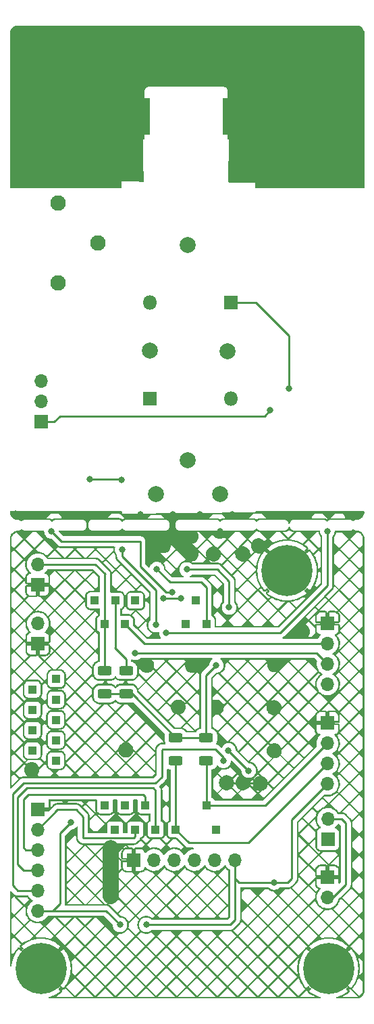
<source format=gbl>
%TF.GenerationSoftware,KiCad,Pcbnew,(6.0.1)*%
%TF.CreationDate,2022-02-08T10:08:30+01:00*%
%TF.ProjectId,CaricoFittizioStrumentato,43617269-636f-4466-9974-74697a696f53,rev?*%
%TF.SameCoordinates,Original*%
%TF.FileFunction,Copper,L2,Bot*%
%TF.FilePolarity,Positive*%
%FSLAX46Y46*%
G04 Gerber Fmt 4.6, Leading zero omitted, Abs format (unit mm)*
G04 Created by KiCad (PCBNEW (6.0.1)) date 2022-02-08 10:08:30*
%MOMM*%
%LPD*%
G01*
G04 APERTURE LIST*
G04 Aperture macros list*
%AMRoundRect*
0 Rectangle with rounded corners*
0 $1 Rounding radius*
0 $2 $3 $4 $5 $6 $7 $8 $9 X,Y pos of 4 corners*
0 Add a 4 corners polygon primitive as box body*
4,1,4,$2,$3,$4,$5,$6,$7,$8,$9,$2,$3,0*
0 Add four circle primitives for the rounded corners*
1,1,$1+$1,$2,$3*
1,1,$1+$1,$4,$5*
1,1,$1+$1,$6,$7*
1,1,$1+$1,$8,$9*
0 Add four rect primitives between the rounded corners*
20,1,$1+$1,$2,$3,$4,$5,0*
20,1,$1+$1,$4,$5,$6,$7,0*
20,1,$1+$1,$6,$7,$8,$9,0*
20,1,$1+$1,$8,$9,$2,$3,0*%
%AMFreePoly0*
4,1,5,2.500000,-2.250000,-2.500000,-2.250000,-2.500000,2.250000,2.500000,2.250000,2.500000,-2.250000,2.500000,-2.250000,$1*%
G04 Aperture macros list end*
%TA.AperFunction,ComponentPad*%
%ADD10C,0.800000*%
%TD*%
%TA.AperFunction,ComponentPad*%
%ADD11C,6.400000*%
%TD*%
%TA.AperFunction,ComponentPad*%
%ADD12R,1.000000X1.000000*%
%TD*%
%TA.AperFunction,ComponentPad*%
%ADD13R,1.800000X1.800000*%
%TD*%
%TA.AperFunction,ComponentPad*%
%ADD14O,1.800000X1.800000*%
%TD*%
%TA.AperFunction,ComponentPad*%
%ADD15C,1.950000*%
%TD*%
%TA.AperFunction,ComponentPad*%
%ADD16R,1.700000X1.700000*%
%TD*%
%TA.AperFunction,ComponentPad*%
%ADD17O,1.700000X1.700000*%
%TD*%
%TA.AperFunction,ComponentPad*%
%ADD18C,2.000000*%
%TD*%
%TA.AperFunction,ComponentPad*%
%ADD19FreePoly0,0.000000*%
%TD*%
%TA.AperFunction,SMDPad,CuDef*%
%ADD20RoundRect,0.250000X-0.625000X0.312500X-0.625000X-0.312500X0.625000X-0.312500X0.625000X0.312500X0*%
%TD*%
%TA.AperFunction,SMDPad,CuDef*%
%ADD21RoundRect,0.250000X0.625000X-0.312500X0.625000X0.312500X-0.625000X0.312500X-0.625000X-0.312500X0*%
%TD*%
%TA.AperFunction,ViaPad*%
%ADD22C,0.800000*%
%TD*%
%TA.AperFunction,Conductor*%
%ADD23C,0.250000*%
%TD*%
%TA.AperFunction,Conductor*%
%ADD24C,2.000000*%
%TD*%
G04 APERTURE END LIST*
D10*
X111078944Y-182926056D03*
X110376000Y-181229000D03*
X111078944Y-179531944D03*
D11*
X112776000Y-181229000D03*
D10*
X114473056Y-182926056D03*
X114473056Y-179531944D03*
X112776000Y-178829000D03*
X115176000Y-181229000D03*
X112776000Y-183629000D03*
D12*
X111709200Y-146303999D03*
X114681001Y-145008598D03*
X123342401Y-160827799D03*
X119532402Y-135173800D03*
D13*
X136626601Y-97937403D03*
D14*
X126466601Y-97937403D03*
D12*
X114655600Y-155194000D03*
X111709201Y-153949398D03*
D15*
X114884200Y-95449400D03*
X119884200Y-90449400D03*
X114884200Y-85449400D03*
D12*
X114655602Y-152653999D03*
X111709203Y-151383999D03*
D10*
X143637000Y-129045000D03*
X141237000Y-131445000D03*
X145334056Y-129747944D03*
X145334056Y-133142056D03*
X143637000Y-133845000D03*
X141939944Y-129747944D03*
X141939944Y-133142056D03*
X146037000Y-131445000D03*
D11*
X143637000Y-131445000D03*
D12*
X132232399Y-135199203D03*
D16*
X148717000Y-138049000D03*
D17*
X148717000Y-140589000D03*
X148717000Y-143129000D03*
X148717000Y-145669000D03*
D12*
X130937002Y-138120202D03*
D18*
X131165601Y-117597001D03*
D12*
X123316998Y-138120200D03*
X122097801Y-135199200D03*
D18*
X135255001Y-121864201D03*
D12*
X124612401Y-163825003D03*
X114681001Y-147573999D03*
D10*
X148844000Y-178829000D03*
X147146944Y-179531944D03*
X146444000Y-181229000D03*
X147146944Y-182926056D03*
X150541056Y-182926056D03*
X150541056Y-179531944D03*
X148844000Y-183629000D03*
X151244000Y-181229000D03*
D11*
X148844000Y-181229000D03*
D16*
X112370000Y-133203000D03*
D17*
X112370000Y-130663000D03*
D16*
X112395000Y-140589000D03*
D17*
X112395000Y-138049000D03*
D12*
X134772400Y-163830000D03*
D16*
X148717000Y-169794000D03*
D17*
X148717000Y-172334000D03*
D18*
X127228601Y-121838801D03*
X136194799Y-103982602D03*
D16*
X148691600Y-150520400D03*
D17*
X148691600Y-153060400D03*
X148691600Y-155600400D03*
X148691600Y-158140400D03*
D12*
X133527803Y-138120201D03*
X120802402Y-138120201D03*
D18*
X126466602Y-103957202D03*
X131165601Y-90698401D03*
D12*
X120802401Y-160827802D03*
D16*
X112395000Y-161290000D03*
D17*
X112395000Y-163830000D03*
X112395000Y-166370000D03*
X112395000Y-168910000D03*
X112395000Y-171450000D03*
X112395000Y-173990000D03*
D12*
X133527802Y-160827801D03*
D19*
X123862800Y-74650600D03*
X138112800Y-74650600D03*
D12*
X125882401Y-160827800D03*
X122072400Y-163825002D03*
X127152401Y-163825001D03*
D16*
X148767800Y-165049200D03*
D17*
X148767800Y-162509200D03*
D16*
X124408800Y-167635402D03*
D17*
X126948800Y-167635402D03*
X129488800Y-167635402D03*
X132028800Y-167635402D03*
X134568800Y-167635402D03*
X137108800Y-167635402D03*
D12*
X129692399Y-163825000D03*
D16*
X112826800Y-112826800D03*
D17*
X112826800Y-110286800D03*
X112826800Y-107746800D03*
D13*
X126466602Y-109951602D03*
D14*
X136626602Y-109951602D03*
D12*
X124612400Y-135199200D03*
X114655602Y-150113999D03*
X111709202Y-148844001D03*
D20*
X123444000Y-143952500D03*
X123444000Y-146877500D03*
D21*
X129667000Y-155259500D03*
X129667000Y-152334500D03*
D20*
X120777000Y-143952500D03*
X120777000Y-146877500D03*
D21*
X133477000Y-155259500D03*
X133477000Y-152334500D03*
D22*
X111607600Y-156337000D03*
X123418600Y-153873200D03*
X142036800Y-153974800D03*
X141986000Y-148590000D03*
X145567400Y-139065000D03*
X142087600Y-143230600D03*
X134772400Y-148539200D03*
X126034800Y-143281400D03*
X131749800Y-143281400D03*
X129997200Y-148513800D03*
X129336800Y-127127000D03*
X126873000Y-127101600D03*
X125247400Y-124434600D03*
X120116600Y-124434600D03*
X121564400Y-170688000D03*
X140284200Y-158089600D03*
X122910600Y-120091200D03*
X128143000Y-128295400D03*
X141859000Y-124485400D03*
X130581400Y-128320800D03*
X136042400Y-157988000D03*
X131597400Y-129387600D03*
X111480600Y-124383800D03*
X138099800Y-157988000D03*
X109601000Y-124333000D03*
X151790400Y-124587000D03*
X134416800Y-129362200D03*
X145846800Y-124536200D03*
X131597400Y-127152400D03*
X129336800Y-124434600D03*
X132715000Y-124434600D03*
X118872000Y-120040400D03*
X121564400Y-172186600D03*
X135204200Y-126517400D03*
X126898400Y-129362200D03*
X121564400Y-167767000D03*
X116179600Y-124409200D03*
X138074400Y-129362200D03*
X121564400Y-166141400D03*
X140055600Y-128346200D03*
X136728200Y-124434600D03*
X143941800Y-124510800D03*
X143876300Y-108635800D03*
X141528801Y-111399601D03*
X127284399Y-131236801D03*
X134772400Y-143281400D03*
X116535200Y-162915600D03*
X131064000Y-131292600D03*
X122681600Y-175742600D03*
X136372600Y-136042400D03*
X142036800Y-170459400D03*
X125984000Y-175742600D03*
X114096800Y-126542800D03*
X129260600Y-134162800D03*
X128498600Y-139217400D03*
X148691600Y-126492000D03*
X122961400Y-128778000D03*
X127160199Y-138234599D03*
X130302000Y-134924800D03*
X128168400Y-134899400D03*
X136296400Y-153924000D03*
X138836400Y-156464000D03*
X124612400Y-141732000D03*
X135661400Y-155244800D03*
D23*
X136042400Y-157988000D02*
X138099800Y-157988000D01*
X138099800Y-157988000D02*
X140182600Y-157988000D01*
D24*
X121564400Y-166141400D02*
X121564400Y-167767000D01*
D23*
X122859800Y-120040400D02*
X122910600Y-120091200D01*
X118872000Y-120040400D02*
X122859800Y-120040400D01*
X140182600Y-157988000D02*
X140284200Y-158089600D01*
D24*
X121564400Y-167767000D02*
X121564400Y-172186600D01*
D23*
X143876300Y-102093300D02*
X143876300Y-108635800D01*
X136626601Y-97937403D02*
X139720403Y-97937403D01*
X139720403Y-97937403D02*
X143876300Y-102093300D01*
X112826800Y-112826800D02*
X114427000Y-112826800D01*
X114427000Y-112826800D02*
X115138200Y-112115600D01*
X140812802Y-112115600D02*
X141528801Y-111399601D01*
X115138200Y-112115600D02*
X140812802Y-112115600D01*
X128965798Y-132918200D02*
X132892800Y-132918200D01*
X127284399Y-131236801D02*
X128965798Y-132918200D01*
X132892800Y-132918200D02*
X133527803Y-133553203D01*
X133527803Y-133553203D02*
X133527803Y-138120201D01*
X115163600Y-164287200D02*
X115163600Y-173101000D01*
X125984000Y-175742600D02*
X136474200Y-175742600D01*
X114274600Y-173990000D02*
X112395000Y-173990000D01*
X133477000Y-144576800D02*
X134772400Y-143281400D01*
X131064000Y-131292600D02*
X134874000Y-131292600D01*
X120929000Y-173990000D02*
X122681600Y-175742600D01*
X133477000Y-152334500D02*
X133477000Y-144576800D01*
X137591800Y-170459400D02*
X142036800Y-170459400D01*
X116535200Y-162915600D02*
X115163600Y-164287200D01*
X137108800Y-167635402D02*
X137108800Y-169976400D01*
X137108800Y-169976400D02*
X137591800Y-170459400D01*
X112395000Y-173990000D02*
X120929000Y-173990000D01*
X136474200Y-175742600D02*
X137108800Y-175108000D01*
X144246600Y-169926000D02*
X143713200Y-170459400D01*
X137108800Y-175108000D02*
X137108800Y-167635402D01*
X115163600Y-173101000D02*
X114274600Y-173990000D01*
X124210000Y-146877500D02*
X129667000Y-152334500D01*
X123444000Y-146877500D02*
X124210000Y-146877500D01*
X134874000Y-131292600D02*
X136372600Y-132791200D01*
X143713200Y-170459400D02*
X142036800Y-170459400D01*
X120777000Y-146877500D02*
X123444000Y-146877500D01*
X148691600Y-158140400D02*
X144246600Y-162585400D01*
X144246600Y-162585400D02*
X144246600Y-169926000D01*
X136372600Y-132791200D02*
X136372600Y-136042400D01*
X129667000Y-152334500D02*
X133477000Y-152334500D01*
X128473200Y-134162800D02*
X129260600Y-134162800D01*
X114096800Y-126542800D02*
X115341400Y-127787400D01*
X125222000Y-127787400D02*
X125222000Y-130911600D01*
X125222000Y-130911600D02*
X128473200Y-134162800D01*
X115341400Y-127787400D02*
X125222000Y-127787400D01*
X142798800Y-139217400D02*
X128498600Y-139217400D01*
X148691600Y-133324600D02*
X145338800Y-136677400D01*
X145338800Y-136677400D02*
X142798800Y-139217400D01*
X148691600Y-126492000D02*
X148691600Y-133324600D01*
X127160199Y-133865799D02*
X127160199Y-138234599D01*
X122961400Y-129667000D02*
X127160199Y-133865799D01*
X122961400Y-128778000D02*
X122961400Y-129667000D01*
X128193800Y-134924800D02*
X130302000Y-134924800D01*
X128168400Y-134899400D02*
X128193800Y-134924800D01*
X138836400Y-156464000D02*
X136296400Y-153924000D01*
X124612400Y-141732000D02*
X147320000Y-141732000D01*
X147320000Y-141732000D02*
X148717000Y-143129000D01*
X148717000Y-140589000D02*
X125785798Y-140589000D01*
X125785798Y-140589000D02*
X123316998Y-138120200D01*
X123444000Y-143952500D02*
X123444000Y-142494000D01*
X123444000Y-142494000D02*
X122072400Y-141122400D01*
X122072400Y-141122400D02*
X122097801Y-141096999D01*
X122097801Y-141096999D02*
X122097801Y-135199200D01*
X120802402Y-143927098D02*
X120802402Y-138120201D01*
X112370000Y-130663000D02*
X119588600Y-130663000D01*
X120802402Y-131927598D02*
X120802402Y-138120201D01*
X119588600Y-130663000D02*
X120827800Y-131902200D01*
X120777000Y-143952500D02*
X120802402Y-143927098D01*
X120827800Y-131902200D02*
X120802402Y-131927598D01*
X148767800Y-162509200D02*
X150469600Y-162509200D01*
X151003000Y-163042600D02*
X151003000Y-170713400D01*
X150469600Y-162509200D02*
X151003000Y-163042600D01*
X149382400Y-172334000D02*
X148717000Y-172334000D01*
X151003000Y-170713400D02*
X149382400Y-172334000D01*
X118033800Y-162229800D02*
X118033800Y-164871400D01*
X118084600Y-164922200D02*
X124383800Y-164922200D01*
X118033800Y-164871400D02*
X118084600Y-164922200D01*
X112395000Y-163830000D02*
X114858800Y-161366200D01*
X114858800Y-161366200D02*
X117170200Y-161366200D01*
X124383800Y-164922200D02*
X124612401Y-164693599D01*
X124612401Y-164693599D02*
X124612401Y-163825003D01*
X117170200Y-161366200D02*
X118033800Y-162229800D01*
X125603000Y-159435800D02*
X125882401Y-159715201D01*
X110871000Y-166370000D02*
X110566200Y-166065200D01*
X111175800Y-159435800D02*
X125603000Y-159435800D01*
X112395000Y-166370000D02*
X110871000Y-166370000D01*
X125882401Y-159715201D02*
X125882401Y-160827800D01*
X110566200Y-166065200D02*
X110566200Y-160045400D01*
X110566200Y-160045400D02*
X111175800Y-159435800D01*
X109829600Y-159842200D02*
X111023400Y-158648400D01*
X109829600Y-168148000D02*
X109829600Y-159842200D01*
X112395000Y-168910000D02*
X110591600Y-168910000D01*
X111023400Y-158648400D02*
X126873000Y-158648400D01*
X110591600Y-168910000D02*
X109829600Y-168148000D01*
X126873000Y-158648400D02*
X127152401Y-158927801D01*
X127152401Y-158927801D02*
X127152401Y-163825001D01*
X134645400Y-153797000D02*
X135661400Y-154813000D01*
X109220000Y-170815000D02*
X109220000Y-159410400D01*
X109855000Y-171450000D02*
X109397800Y-170992800D01*
X135661400Y-154813000D02*
X135661400Y-155244800D01*
X109220000Y-159410400D02*
X110566200Y-158064200D01*
X127101600Y-158064200D02*
X127939800Y-157226000D01*
X110566200Y-158064200D02*
X126847600Y-158064200D01*
X128016000Y-153797000D02*
X134645400Y-153797000D01*
X109397800Y-170992800D02*
X109220000Y-170815000D01*
X126847600Y-158064200D02*
X127101600Y-158064200D01*
X112395000Y-171450000D02*
X109855000Y-171450000D01*
X127939800Y-153873200D02*
X128016000Y-153797000D01*
X127939800Y-157226000D02*
X127939800Y-153873200D01*
X140924199Y-160827801D02*
X133527802Y-160827801D01*
X133477000Y-155259500D02*
X133527802Y-155310302D01*
X148691600Y-153060400D02*
X140924199Y-160827801D01*
X133527802Y-155310302D02*
X133527802Y-160827801D01*
X131322999Y-165455600D02*
X129692399Y-163825000D01*
X129692399Y-155284899D02*
X129692399Y-163825000D01*
X138836400Y-165455600D02*
X131322999Y-165455600D01*
X148691600Y-155600400D02*
X138836400Y-165455600D01*
X129667000Y-155259500D02*
X129692399Y-155284899D01*
%TA.AperFunction,Conductor*%
G36*
X151977882Y-126275371D02*
G01*
X152003565Y-126291592D01*
X152007211Y-126294773D01*
X152011817Y-126300118D01*
X152017737Y-126303955D01*
X152035019Y-126315157D01*
X152046706Y-126324028D01*
X152061682Y-126337254D01*
X152067426Y-126342327D01*
X152073810Y-126345324D01*
X152073811Y-126345325D01*
X152095821Y-126355659D01*
X152107594Y-126362198D01*
X152128008Y-126375430D01*
X152128011Y-126375431D01*
X152133924Y-126379264D01*
X152140675Y-126381283D01*
X152140679Y-126381285D01*
X152160411Y-126387186D01*
X152174120Y-126392421D01*
X152188093Y-126398981D01*
X152199145Y-126404170D01*
X152230142Y-126408996D01*
X152243276Y-126411968D01*
X152273338Y-126420959D01*
X152300986Y-126421128D01*
X152315612Y-126422305D01*
X152342927Y-126426558D01*
X152358497Y-126424522D01*
X152379957Y-126424063D01*
X152450579Y-126430242D01*
X152512582Y-126435667D01*
X152529576Y-126438663D01*
X152540821Y-126441676D01*
X152679644Y-126478874D01*
X152695852Y-126484774D01*
X152836650Y-126550429D01*
X152851585Y-126559051D01*
X152958009Y-126633570D01*
X152978844Y-126648159D01*
X152992064Y-126659251D01*
X153101918Y-126769105D01*
X153113010Y-126782325D01*
X153202118Y-126909584D01*
X153210736Y-126924510D01*
X153276397Y-127065320D01*
X153282296Y-127081528D01*
X153322507Y-127231595D01*
X153325503Y-127248589D01*
X153336533Y-127374654D01*
X153335731Y-127398514D01*
X153334612Y-127405701D01*
X153337598Y-127428530D01*
X153338962Y-127438963D01*
X153339798Y-127451801D01*
X153339801Y-147637062D01*
X153339803Y-163774161D01*
X153339805Y-183950360D01*
X153338626Y-183965589D01*
X153334619Y-183991326D01*
X153335534Y-183998321D01*
X153336655Y-184006891D01*
X153337114Y-184028357D01*
X153337036Y-184029250D01*
X153325512Y-184160982D01*
X153322516Y-184177977D01*
X153282309Y-184328034D01*
X153276407Y-184344249D01*
X153210752Y-184485050D01*
X153202124Y-184499994D01*
X153189482Y-184518050D01*
X153113020Y-184627249D01*
X153101928Y-184640468D01*
X152992079Y-184750318D01*
X152978859Y-184761411D01*
X152970688Y-184767132D01*
X152851601Y-184850517D01*
X152836657Y-184859145D01*
X152695860Y-184924800D01*
X152679655Y-184930698D01*
X152633305Y-184943118D01*
X152529586Y-184970909D01*
X152512591Y-184973905D01*
X152386524Y-184984934D01*
X152362671Y-184984133D01*
X152355477Y-184983013D01*
X152348479Y-184983928D01*
X152348478Y-184983928D01*
X152322210Y-184987363D01*
X152309374Y-184988199D01*
X149893072Y-184988199D01*
X149834881Y-184969292D01*
X149798917Y-184919792D01*
X149798917Y-184858606D01*
X149834881Y-184809106D01*
X149867449Y-184793572D01*
X149954677Y-184770199D01*
X150541766Y-184770199D01*
X152301630Y-184770199D01*
X152327212Y-184766854D01*
X152334196Y-184766191D01*
X152337033Y-184766023D01*
X152344095Y-184765857D01*
X152372162Y-184766200D01*
X152379208Y-184766538D01*
X152380397Y-184766638D01*
X152483215Y-184757643D01*
X152524283Y-184746639D01*
X151657736Y-183880092D01*
X151644250Y-183882228D01*
X151632638Y-183883371D01*
X151627940Y-183883555D01*
X151597197Y-183879915D01*
X151589686Y-183877797D01*
X151571611Y-183870723D01*
X151517094Y-183842946D01*
X151503845Y-183834827D01*
X151498783Y-183831149D01*
X151486972Y-183821062D01*
X151440928Y-183775018D01*
X151834092Y-183775018D01*
X152705664Y-184646590D01*
X153060219Y-184292035D01*
X153074429Y-184261561D01*
X153109250Y-184131606D01*
X153118813Y-184022293D01*
X153118460Y-184019596D01*
X153117797Y-184012607D01*
X153117629Y-184009769D01*
X153117463Y-184002709D01*
X153117806Y-183974642D01*
X153118144Y-183967599D01*
X153118381Y-183964766D01*
X153119215Y-183957788D01*
X153121805Y-183941153D01*
X153121805Y-182797163D01*
X152705664Y-182381022D01*
X152545687Y-182540999D01*
X152439598Y-182817372D01*
X152438636Y-182819783D01*
X152438235Y-182820751D01*
X152437213Y-182823129D01*
X152432998Y-182832596D01*
X152431903Y-182834969D01*
X152431452Y-182835914D01*
X152430316Y-182838219D01*
X152253869Y-183184514D01*
X152252664Y-183186803D01*
X152252164Y-183187724D01*
X152250892Y-183189996D01*
X152245710Y-183198970D01*
X152244372Y-183201218D01*
X152243825Y-183202110D01*
X152242458Y-183204275D01*
X152030781Y-183530230D01*
X152029361Y-183532357D01*
X152028769Y-183533219D01*
X152027255Y-183535362D01*
X152021164Y-183543746D01*
X152019596Y-183545845D01*
X152018958Y-183546676D01*
X152017369Y-183548691D01*
X151834092Y-183775018D01*
X151440928Y-183775018D01*
X151376298Y-183710388D01*
X151325388Y-183761298D01*
X151436062Y-183871972D01*
X151442984Y-183879659D01*
X151445616Y-183882908D01*
X151451719Y-183891307D01*
X151474139Y-183925832D01*
X151477496Y-183931392D01*
X151478774Y-183933675D01*
X151488341Y-183957661D01*
X151490262Y-183965224D01*
X151493173Y-183984413D01*
X151496376Y-184045515D01*
X151496299Y-184057183D01*
X151495991Y-184061875D01*
X151489155Y-184092079D01*
X151486263Y-184099327D01*
X151477340Y-184116558D01*
X151444016Y-184167872D01*
X151434558Y-184180197D01*
X151430371Y-184184847D01*
X151419104Y-184195539D01*
X151163691Y-184402369D01*
X151161676Y-184403958D01*
X151160845Y-184404596D01*
X151158746Y-184406164D01*
X151150362Y-184412255D01*
X151148219Y-184413769D01*
X151147357Y-184414361D01*
X151145230Y-184415781D01*
X150819276Y-184627458D01*
X150817111Y-184628825D01*
X150816219Y-184629372D01*
X150813971Y-184630710D01*
X150804997Y-184635892D01*
X150802725Y-184637164D01*
X150801804Y-184637664D01*
X150799515Y-184638869D01*
X150541766Y-184770199D01*
X149954677Y-184770199D01*
X149988907Y-184761027D01*
X149993825Y-184759429D01*
X150351834Y-184622003D01*
X150356554Y-184619901D01*
X150698237Y-184445805D01*
X150702723Y-184443215D01*
X151024318Y-184234369D01*
X151028518Y-184231317D01*
X151269726Y-184035990D01*
X151276991Y-184024803D01*
X151276861Y-184022315D01*
X151274556Y-184018766D01*
X151065382Y-183809592D01*
X151037605Y-183755075D01*
X151047176Y-183694643D01*
X151077196Y-183659495D01*
X151148112Y-183607972D01*
X151148116Y-183607968D01*
X151152309Y-183604922D01*
X151155775Y-183601073D01*
X151155779Y-183601069D01*
X151276622Y-183466858D01*
X151280096Y-183463000D01*
X151280490Y-183463355D01*
X151327188Y-183429426D01*
X151388373Y-183429425D01*
X151427786Y-183453576D01*
X151630036Y-183655826D01*
X151641919Y-183661880D01*
X151644379Y-183661491D01*
X151647670Y-183658826D01*
X151846317Y-183413518D01*
X151849369Y-183409318D01*
X152058215Y-183087722D01*
X152060805Y-183083236D01*
X152234901Y-182741554D01*
X152237003Y-182736834D01*
X152374429Y-182378825D01*
X152376027Y-182373907D01*
X152475277Y-182003504D01*
X152476356Y-181998425D01*
X152536342Y-181619689D01*
X152536884Y-181614527D01*
X152556953Y-181231595D01*
X152556953Y-181226405D01*
X152536884Y-180843473D01*
X152536342Y-180838311D01*
X152476356Y-180459575D01*
X152475277Y-180454496D01*
X152376027Y-180084093D01*
X152374429Y-180079175D01*
X152333535Y-179972641D01*
X152567046Y-179972641D01*
X152578879Y-180003469D01*
X152579791Y-180005943D01*
X152580140Y-180006930D01*
X152580958Y-180009342D01*
X152584160Y-180019197D01*
X152584913Y-180021619D01*
X152585211Y-180022623D01*
X152585930Y-180025170D01*
X152686522Y-180400583D01*
X152687173Y-180403152D01*
X152687417Y-180404171D01*
X152687977Y-180406646D01*
X152690131Y-180416782D01*
X152690627Y-180419277D01*
X152690818Y-180420305D01*
X152691265Y-180422902D01*
X152752064Y-180806774D01*
X152752446Y-180809412D01*
X152752582Y-180810451D01*
X152752877Y-180812954D01*
X152753960Y-180823260D01*
X152754190Y-180825753D01*
X152754273Y-180826796D01*
X152754449Y-180829468D01*
X152774790Y-181217591D01*
X152774893Y-181220220D01*
X152774920Y-181221267D01*
X152774953Y-181223819D01*
X152774953Y-181234181D01*
X152774920Y-181236733D01*
X152774893Y-181237780D01*
X152774790Y-181240409D01*
X152754449Y-181628532D01*
X152754273Y-181631204D01*
X152754190Y-181632247D01*
X152753960Y-181634740D01*
X152752877Y-181645046D01*
X152752582Y-181647549D01*
X152752446Y-181648588D01*
X152752064Y-181651226D01*
X152691265Y-182035098D01*
X152690818Y-182037695D01*
X152690627Y-182038723D01*
X152690131Y-182041218D01*
X152687977Y-182051354D01*
X152687417Y-182053829D01*
X152687173Y-182054848D01*
X152686522Y-182057417D01*
X152681655Y-182075582D01*
X152705664Y-182099591D01*
X153121805Y-181683450D01*
X153121805Y-180250164D01*
X152705664Y-179834023D01*
X152567046Y-179972641D01*
X152333535Y-179972641D01*
X152237003Y-179721166D01*
X152234901Y-179716446D01*
X152060805Y-179374764D01*
X152058215Y-179370278D01*
X151849369Y-179048682D01*
X151846317Y-179044482D01*
X151650990Y-178803274D01*
X151639803Y-178796009D01*
X151637315Y-178796139D01*
X151633766Y-178798444D01*
X151427786Y-179004424D01*
X151373269Y-179032201D01*
X151312837Y-179022630D01*
X151280287Y-178994828D01*
X151280096Y-178995000D01*
X151278793Y-178993553D01*
X151278794Y-178993553D01*
X151202940Y-178909309D01*
X151155779Y-178856931D01*
X151155775Y-178856927D01*
X151152309Y-178853078D01*
X151148116Y-178850032D01*
X151148112Y-178850028D01*
X151077196Y-178798505D01*
X151041232Y-178749005D01*
X151041231Y-178687820D01*
X151065382Y-178648408D01*
X151270826Y-178442964D01*
X151276880Y-178431081D01*
X151276491Y-178428621D01*
X151273826Y-178425330D01*
X151267008Y-178419809D01*
X151572880Y-178419809D01*
X151780542Y-178627471D01*
X151782872Y-178628984D01*
X151795197Y-178638442D01*
X151799847Y-178642629D01*
X151810540Y-178653896D01*
X151825751Y-178672680D01*
X152705664Y-179552593D01*
X153121804Y-179136453D01*
X153121804Y-177703165D01*
X152705664Y-177287024D01*
X151572880Y-178419809D01*
X151267008Y-178419809D01*
X151028518Y-178226683D01*
X151024318Y-178223631D01*
X150702723Y-178014785D01*
X150698237Y-178012195D01*
X150356554Y-177838099D01*
X150351834Y-177835997D01*
X149993825Y-177698571D01*
X149988907Y-177696973D01*
X149618504Y-177597723D01*
X149613425Y-177596644D01*
X149234689Y-177536658D01*
X149229527Y-177536116D01*
X148846595Y-177516047D01*
X148841405Y-177516047D01*
X148458473Y-177536116D01*
X148453311Y-177536658D01*
X148074575Y-177596644D01*
X148069496Y-177597723D01*
X147699093Y-177696973D01*
X147694175Y-177698571D01*
X147336166Y-177835997D01*
X147331446Y-177838099D01*
X146989764Y-178012195D01*
X146985278Y-178014785D01*
X146663682Y-178223631D01*
X146659482Y-178226683D01*
X146418274Y-178422010D01*
X146411009Y-178433197D01*
X146411139Y-178435685D01*
X146413444Y-178439234D01*
X146622618Y-178648408D01*
X146650395Y-178702925D01*
X146640824Y-178763357D01*
X146610804Y-178798505D01*
X146539888Y-178850028D01*
X146539884Y-178850032D01*
X146535691Y-178853078D01*
X146532225Y-178856927D01*
X146532221Y-178856931D01*
X146485060Y-178909309D01*
X146407904Y-178995000D01*
X146407510Y-178994645D01*
X146360812Y-179028574D01*
X146299627Y-179028575D01*
X146260214Y-179004424D01*
X146057964Y-178802174D01*
X146046081Y-178796120D01*
X146043621Y-178796509D01*
X146040330Y-178799174D01*
X145841683Y-179044482D01*
X145838631Y-179048682D01*
X145629785Y-179370278D01*
X145627195Y-179374764D01*
X145453099Y-179716446D01*
X145450997Y-179721166D01*
X145313571Y-180079175D01*
X145311973Y-180084093D01*
X145212723Y-180454496D01*
X145211644Y-180459575D01*
X145151658Y-180838311D01*
X145151116Y-180843473D01*
X145131047Y-181226405D01*
X145131047Y-181231595D01*
X145151116Y-181614527D01*
X145151658Y-181619689D01*
X145211644Y-181998425D01*
X145212723Y-182003504D01*
X145311973Y-182373907D01*
X145313571Y-182378825D01*
X145450997Y-182736834D01*
X145453099Y-182741554D01*
X145627195Y-183083236D01*
X145629785Y-183087722D01*
X145838631Y-183409318D01*
X145841683Y-183413518D01*
X146037010Y-183654726D01*
X146048197Y-183661991D01*
X146050685Y-183661861D01*
X146054234Y-183659556D01*
X146260214Y-183453576D01*
X146314731Y-183425799D01*
X146375163Y-183435370D01*
X146407713Y-183463172D01*
X146407904Y-183463000D01*
X146411378Y-183466858D01*
X146532221Y-183601069D01*
X146532225Y-183601073D01*
X146535691Y-183604922D01*
X146539884Y-183607968D01*
X146539888Y-183607972D01*
X146610804Y-183659495D01*
X146646768Y-183708995D01*
X146646769Y-183770180D01*
X146622618Y-183809592D01*
X146417174Y-184015036D01*
X146411120Y-184026919D01*
X146411509Y-184029379D01*
X146414174Y-184032670D01*
X146659482Y-184231317D01*
X146663682Y-184234369D01*
X146985277Y-184443215D01*
X146989763Y-184445805D01*
X147331446Y-184619901D01*
X147336166Y-184622003D01*
X147694175Y-184759429D01*
X147699093Y-184761027D01*
X147820551Y-184793572D01*
X147871866Y-184826896D01*
X147893792Y-184884018D01*
X147877956Y-184943118D01*
X147830406Y-184981624D01*
X147794929Y-184988199D01*
X129584094Y-184988198D01*
X113825075Y-184988198D01*
X113766884Y-184969291D01*
X113730920Y-184919791D01*
X113730920Y-184858605D01*
X113766884Y-184809105D01*
X113799452Y-184793571D01*
X113886681Y-184770198D01*
X114658507Y-184770198D01*
X116889861Y-184770198D01*
X117205505Y-184770198D01*
X119436860Y-184770198D01*
X119752504Y-184770198D01*
X121983858Y-184770198D01*
X122299503Y-184770198D01*
X124530857Y-184770198D01*
X124846501Y-184770198D01*
X127077856Y-184770198D01*
X127393500Y-184770198D01*
X129624854Y-184770198D01*
X129940498Y-184770198D01*
X132171854Y-184770199D01*
X132487496Y-184770199D01*
X134718852Y-184770199D01*
X135034495Y-184770199D01*
X137265851Y-184770199D01*
X137581493Y-184770199D01*
X139812850Y-184770199D01*
X140128492Y-184770199D01*
X142359848Y-184770199D01*
X142675491Y-184770199D01*
X144906847Y-184770199D01*
X145222489Y-184770199D01*
X147146234Y-184770199D01*
X146888485Y-184638869D01*
X146886196Y-184637664D01*
X146885275Y-184637164D01*
X146883003Y-184635892D01*
X146874029Y-184630710D01*
X146871781Y-184629372D01*
X146870889Y-184628825D01*
X146868724Y-184627458D01*
X146542770Y-184415781D01*
X146540643Y-184414361D01*
X146539781Y-184413769D01*
X146537638Y-184412255D01*
X146529254Y-184406164D01*
X146527155Y-184404596D01*
X146526324Y-184403958D01*
X146524309Y-184402369D01*
X146268896Y-184195539D01*
X146261207Y-184188617D01*
X146258250Y-184185661D01*
X146251305Y-184177949D01*
X146225398Y-184145957D01*
X146221482Y-184140784D01*
X146219972Y-184138647D01*
X146207945Y-184115784D01*
X146205244Y-184108463D01*
X146200343Y-184089682D01*
X146190772Y-184029250D01*
X146189629Y-184017638D01*
X146189445Y-184012940D01*
X146193085Y-183982197D01*
X146195203Y-183974686D01*
X146202277Y-183956611D01*
X146230054Y-183902094D01*
X146238173Y-183888845D01*
X146241851Y-183883783D01*
X146251938Y-183871972D01*
X146373416Y-183750494D01*
X146325175Y-183696915D01*
X146201028Y-183821062D01*
X146193341Y-183827984D01*
X146190092Y-183830616D01*
X146181693Y-183836719D01*
X146147168Y-183859139D01*
X146141608Y-183862496D01*
X146139325Y-183863774D01*
X146122006Y-183870682D01*
X145222489Y-184770199D01*
X144906847Y-184770199D01*
X143791169Y-183654521D01*
X142675491Y-184770199D01*
X142359848Y-184770199D01*
X141244170Y-183654521D01*
X140128492Y-184770199D01*
X139812850Y-184770199D01*
X138697172Y-183654521D01*
X137581493Y-184770199D01*
X137265851Y-184770199D01*
X136150173Y-183654521D01*
X135034495Y-184770199D01*
X134718852Y-184770199D01*
X133603174Y-183654521D01*
X132487496Y-184770199D01*
X132171854Y-184770199D01*
X131056176Y-183654521D01*
X129940498Y-184770198D01*
X129624854Y-184770198D01*
X128509177Y-183654521D01*
X127393500Y-184770198D01*
X127077856Y-184770198D01*
X125962178Y-183654521D01*
X124846501Y-184770198D01*
X124530857Y-184770198D01*
X123415180Y-183654521D01*
X122299503Y-184770198D01*
X121983858Y-184770198D01*
X120868181Y-183654521D01*
X119752504Y-184770198D01*
X119436860Y-184770198D01*
X118321182Y-183654521D01*
X117205505Y-184770198D01*
X116889861Y-184770198D01*
X115823629Y-183703966D01*
X115742539Y-183804104D01*
X115735617Y-183811793D01*
X115732661Y-183814750D01*
X115724949Y-183821695D01*
X115692957Y-183847602D01*
X115687784Y-183851518D01*
X115685647Y-183853028D01*
X115662784Y-183865055D01*
X115655463Y-183867756D01*
X115636682Y-183872657D01*
X115576250Y-183882228D01*
X115564638Y-183883371D01*
X115559940Y-183883555D01*
X115546716Y-183881989D01*
X115426125Y-184002580D01*
X115428376Y-184045515D01*
X115428299Y-184057183D01*
X115427991Y-184061875D01*
X115421155Y-184092079D01*
X115418263Y-184099327D01*
X115409340Y-184116558D01*
X115376016Y-184167872D01*
X115366558Y-184180197D01*
X115362371Y-184184847D01*
X115351104Y-184195539D01*
X115095691Y-184402369D01*
X115093676Y-184403958D01*
X115092845Y-184404596D01*
X115090746Y-184406164D01*
X115082362Y-184412255D01*
X115080219Y-184413769D01*
X115079357Y-184414361D01*
X115077230Y-184415781D01*
X114893809Y-184534896D01*
X114658507Y-184770198D01*
X113886681Y-184770198D01*
X113920907Y-184761027D01*
X113925825Y-184759429D01*
X114283834Y-184622003D01*
X114288554Y-184619901D01*
X114630237Y-184445805D01*
X114634723Y-184443215D01*
X114956318Y-184234369D01*
X114960518Y-184231317D01*
X115201726Y-184035990D01*
X115208991Y-184024803D01*
X115208861Y-184022315D01*
X115206556Y-184018766D01*
X114997382Y-183809592D01*
X114969605Y-183755075D01*
X114979176Y-183694643D01*
X115009196Y-183659495D01*
X115080112Y-183607972D01*
X115080116Y-183607968D01*
X115084309Y-183604922D01*
X115087775Y-183601073D01*
X115087779Y-183601069D01*
X115208622Y-183466858D01*
X115212096Y-183463000D01*
X115212490Y-183463355D01*
X115259188Y-183429426D01*
X115320373Y-183429425D01*
X115359786Y-183453576D01*
X115562036Y-183655826D01*
X115573919Y-183661880D01*
X115576379Y-183661491D01*
X115579670Y-183658826D01*
X115669044Y-183548459D01*
X115949552Y-183548459D01*
X117047683Y-184646590D01*
X118180467Y-183513806D01*
X118461898Y-183513806D01*
X119594682Y-184646590D01*
X120727466Y-183513806D01*
X121008896Y-183513806D01*
X122141680Y-184646590D01*
X123274465Y-183513806D01*
X123555895Y-183513806D01*
X124688679Y-184646590D01*
X125821463Y-183513806D01*
X126102893Y-183513806D01*
X127235678Y-184646590D01*
X128368462Y-183513806D01*
X128649892Y-183513806D01*
X129782676Y-184646590D01*
X130915461Y-183513806D01*
X131196891Y-183513806D01*
X132329675Y-184646590D01*
X133462459Y-183513806D01*
X133743889Y-183513806D01*
X134876674Y-184646590D01*
X136009458Y-183513806D01*
X136290888Y-183513806D01*
X137423672Y-184646590D01*
X138556456Y-183513806D01*
X138837887Y-183513806D01*
X139970671Y-184646590D01*
X141103455Y-183513806D01*
X141384885Y-183513806D01*
X142517669Y-184646590D01*
X143650454Y-183513806D01*
X143931884Y-183513806D01*
X145064668Y-184646590D01*
X145892223Y-183819035D01*
X145888153Y-183815371D01*
X145877461Y-183804104D01*
X145670631Y-183548691D01*
X145669042Y-183546676D01*
X145668404Y-183545845D01*
X145666836Y-183543746D01*
X145660745Y-183535362D01*
X145659231Y-183533219D01*
X145658639Y-183532357D01*
X145657219Y-183530230D01*
X145445542Y-183204275D01*
X145444175Y-183202110D01*
X145443628Y-183201218D01*
X145442290Y-183198970D01*
X145437108Y-183189996D01*
X145435836Y-183187724D01*
X145435336Y-183186803D01*
X145434131Y-183184514D01*
X145257684Y-182838219D01*
X145256548Y-182835914D01*
X145256097Y-182834969D01*
X145255002Y-182832596D01*
X145250787Y-182823129D01*
X145249765Y-182820751D01*
X145249364Y-182819783D01*
X145248402Y-182817372D01*
X145109121Y-182454531D01*
X145108209Y-182452057D01*
X145107860Y-182451070D01*
X145107042Y-182448658D01*
X145103840Y-182438803D01*
X145103087Y-182436381D01*
X145102789Y-182435377D01*
X145102070Y-182432830D01*
X145096797Y-182413151D01*
X145064668Y-182381022D01*
X143931884Y-183513806D01*
X143650454Y-183513806D01*
X142517669Y-182381022D01*
X141384885Y-183513806D01*
X141103455Y-183513806D01*
X139970671Y-182381022D01*
X138837887Y-183513806D01*
X138556456Y-183513806D01*
X137423672Y-182381022D01*
X136290888Y-183513806D01*
X136009458Y-183513806D01*
X134876674Y-182381022D01*
X133743889Y-183513806D01*
X133462459Y-183513806D01*
X132329675Y-182381022D01*
X131196891Y-183513806D01*
X130915461Y-183513806D01*
X129782676Y-182381022D01*
X128649892Y-183513806D01*
X128368462Y-183513806D01*
X127235678Y-182381022D01*
X126102893Y-183513806D01*
X125821463Y-183513806D01*
X124688679Y-182381022D01*
X123555895Y-183513806D01*
X123274465Y-183513806D01*
X122141680Y-182381022D01*
X121008896Y-183513806D01*
X120727466Y-183513806D01*
X119594682Y-182381022D01*
X118461898Y-183513806D01*
X118180467Y-183513806D01*
X117047683Y-182381022D01*
X116081895Y-183346810D01*
X115962781Y-183530230D01*
X115961361Y-183532357D01*
X115960769Y-183533219D01*
X115959255Y-183535362D01*
X115953164Y-183543746D01*
X115951596Y-183545845D01*
X115950958Y-183546676D01*
X115949552Y-183548459D01*
X115669044Y-183548459D01*
X115778317Y-183413518D01*
X115781369Y-183409318D01*
X115990215Y-183087722D01*
X115992805Y-183083236D01*
X116166901Y-182741554D01*
X116169003Y-182736834D01*
X116306429Y-182378825D01*
X116308027Y-182373907D01*
X116343826Y-182240306D01*
X117188398Y-182240306D01*
X118321182Y-183373091D01*
X119453967Y-182240306D01*
X119735397Y-182240306D01*
X120868181Y-183373091D01*
X122000965Y-182240306D01*
X122282396Y-182240306D01*
X123415180Y-183373091D01*
X124547964Y-182240306D01*
X124829394Y-182240306D01*
X125962178Y-183373091D01*
X127094963Y-182240306D01*
X127376393Y-182240306D01*
X128509177Y-183373091D01*
X129641961Y-182240306D01*
X129923391Y-182240306D01*
X131056176Y-183373091D01*
X132188960Y-182240306D01*
X132470390Y-182240306D01*
X133603174Y-183373091D01*
X134735958Y-182240306D01*
X135017389Y-182240306D01*
X136150173Y-183373091D01*
X137282957Y-182240306D01*
X137564387Y-182240306D01*
X138697172Y-183373091D01*
X139829956Y-182240306D01*
X140111386Y-182240306D01*
X141244170Y-183373091D01*
X142376954Y-182240306D01*
X142658385Y-182240306D01*
X143791169Y-183373091D01*
X144923953Y-182240306D01*
X143791169Y-181107522D01*
X142658385Y-182240306D01*
X142376954Y-182240306D01*
X141244170Y-181107522D01*
X140111386Y-182240306D01*
X139829956Y-182240306D01*
X138697172Y-181107522D01*
X137564387Y-182240306D01*
X137282957Y-182240306D01*
X136150173Y-181107522D01*
X135017389Y-182240306D01*
X134735958Y-182240306D01*
X133603174Y-181107522D01*
X132470390Y-182240306D01*
X132188960Y-182240306D01*
X131056176Y-181107522D01*
X129923391Y-182240306D01*
X129641961Y-182240306D01*
X128509177Y-181107522D01*
X127376393Y-182240306D01*
X127094963Y-182240306D01*
X125962178Y-181107522D01*
X124829394Y-182240306D01*
X124547964Y-182240306D01*
X123415180Y-181107522D01*
X122282396Y-182240306D01*
X122000965Y-182240306D01*
X120868181Y-181107522D01*
X119735397Y-182240306D01*
X119453967Y-182240306D01*
X118321182Y-181107522D01*
X117188398Y-182240306D01*
X116343826Y-182240306D01*
X116407277Y-182003504D01*
X116408356Y-181998425D01*
X116468342Y-181619689D01*
X116468884Y-181614527D01*
X116488953Y-181231595D01*
X116488953Y-181226405D01*
X116468884Y-180843473D01*
X116468342Y-180838311D01*
X116408356Y-180459575D01*
X116407277Y-180454496D01*
X116363795Y-180292220D01*
X116589486Y-180292220D01*
X116618522Y-180400583D01*
X116619173Y-180403152D01*
X116619417Y-180404171D01*
X116619977Y-180406646D01*
X116622131Y-180416782D01*
X116622627Y-180419277D01*
X116622818Y-180420305D01*
X116623265Y-180422902D01*
X116684064Y-180806774D01*
X116684446Y-180809412D01*
X116684582Y-180810451D01*
X116684877Y-180812954D01*
X116685960Y-180823260D01*
X116686190Y-180825753D01*
X116686273Y-180826796D01*
X116686449Y-180829468D01*
X116706790Y-181217591D01*
X116706893Y-181220220D01*
X116706920Y-181221267D01*
X116706953Y-181223819D01*
X116706953Y-181234181D01*
X116706920Y-181236733D01*
X116706893Y-181237780D01*
X116706790Y-181240409D01*
X116686449Y-181628532D01*
X116686273Y-181631204D01*
X116686190Y-181632247D01*
X116685960Y-181634740D01*
X116684877Y-181645046D01*
X116684582Y-181647549D01*
X116684446Y-181648588D01*
X116684064Y-181651226D01*
X116672477Y-181724385D01*
X117047683Y-182099591D01*
X118180467Y-180966807D01*
X118461898Y-180966807D01*
X119594682Y-182099591D01*
X120727466Y-180966807D01*
X121008896Y-180966807D01*
X122141680Y-182099591D01*
X123274465Y-180966807D01*
X123555895Y-180966807D01*
X124688679Y-182099591D01*
X125821463Y-180966807D01*
X126102893Y-180966807D01*
X127235678Y-182099591D01*
X128368462Y-180966807D01*
X128649892Y-180966807D01*
X129782676Y-182099591D01*
X130915461Y-180966807D01*
X131196891Y-180966807D01*
X132329675Y-182099591D01*
X133462459Y-180966807D01*
X133743889Y-180966807D01*
X134876674Y-182099591D01*
X136009458Y-180966807D01*
X136290888Y-180966807D01*
X137423672Y-182099591D01*
X138556456Y-180966807D01*
X138837887Y-180966807D01*
X139970671Y-182099591D01*
X141103455Y-180966807D01*
X141384885Y-180966807D01*
X142517669Y-182099591D01*
X143650454Y-180966807D01*
X143931884Y-180966807D01*
X144996088Y-182031011D01*
X144935936Y-181651226D01*
X144935554Y-181648588D01*
X144935418Y-181647549D01*
X144935123Y-181645046D01*
X144934040Y-181634740D01*
X144933810Y-181632247D01*
X144933727Y-181631204D01*
X144933551Y-181628532D01*
X144913210Y-181240409D01*
X144913107Y-181237780D01*
X144913080Y-181236733D01*
X144913047Y-181234181D01*
X144913047Y-181223819D01*
X144913080Y-181221267D01*
X144913107Y-181220220D01*
X144913210Y-181217591D01*
X144933551Y-180829468D01*
X144933727Y-180826796D01*
X144933810Y-180825753D01*
X144934040Y-180823260D01*
X144935123Y-180812954D01*
X144935418Y-180810451D01*
X144935554Y-180809412D01*
X144935936Y-180806774D01*
X144996735Y-180422902D01*
X144997182Y-180420305D01*
X144997373Y-180419277D01*
X144997869Y-180416782D01*
X145000023Y-180406646D01*
X145000583Y-180404171D01*
X145000827Y-180403152D01*
X145001478Y-180400583D01*
X145102070Y-180025170D01*
X145102789Y-180022623D01*
X145103087Y-180021619D01*
X145103840Y-180019197D01*
X145107042Y-180009342D01*
X145107860Y-180006930D01*
X145108209Y-180005943D01*
X145109121Y-180003469D01*
X145143792Y-179913147D01*
X145064668Y-179834023D01*
X143931884Y-180966807D01*
X143650454Y-180966807D01*
X142517669Y-179834023D01*
X141384885Y-180966807D01*
X141103455Y-180966807D01*
X139970671Y-179834023D01*
X138837887Y-180966807D01*
X138556456Y-180966807D01*
X137423672Y-179834023D01*
X136290888Y-180966807D01*
X136009458Y-180966807D01*
X134876674Y-179834023D01*
X133743889Y-180966807D01*
X133462459Y-180966807D01*
X132329675Y-179834023D01*
X131196891Y-180966807D01*
X130915461Y-180966807D01*
X129782676Y-179834023D01*
X128649892Y-180966807D01*
X128368462Y-180966807D01*
X127235678Y-179834023D01*
X126102893Y-180966807D01*
X125821463Y-180966807D01*
X124688679Y-179834023D01*
X123555895Y-180966807D01*
X123274465Y-180966807D01*
X122141680Y-179834023D01*
X121008896Y-180966807D01*
X120727466Y-180966807D01*
X119594682Y-179834023D01*
X118461898Y-180966807D01*
X118180467Y-180966807D01*
X117047683Y-179834023D01*
X116589486Y-180292220D01*
X116363795Y-180292220D01*
X116308027Y-180084093D01*
X116306429Y-180079175D01*
X116169003Y-179721166D01*
X116166901Y-179716446D01*
X116155112Y-179693308D01*
X117188398Y-179693308D01*
X118321182Y-180826092D01*
X119453967Y-179693308D01*
X119735397Y-179693308D01*
X120868181Y-180826092D01*
X122000965Y-179693308D01*
X122282396Y-179693308D01*
X123415180Y-180826092D01*
X124547964Y-179693308D01*
X124829394Y-179693308D01*
X125962178Y-180826092D01*
X127094963Y-179693308D01*
X127376393Y-179693308D01*
X128509177Y-180826092D01*
X129641961Y-179693308D01*
X129923391Y-179693308D01*
X131056176Y-180826092D01*
X132188960Y-179693308D01*
X132470390Y-179693308D01*
X133603174Y-180826092D01*
X134735958Y-179693308D01*
X135017389Y-179693308D01*
X136150173Y-180826092D01*
X137282957Y-179693308D01*
X137564387Y-179693308D01*
X138697172Y-180826092D01*
X139829956Y-179693308D01*
X140111386Y-179693308D01*
X141244170Y-180826092D01*
X142376954Y-179693308D01*
X142658385Y-179693308D01*
X143791169Y-180826092D01*
X144923953Y-179693308D01*
X143791169Y-178560524D01*
X142658385Y-179693308D01*
X142376954Y-179693308D01*
X141244170Y-178560524D01*
X140111386Y-179693308D01*
X139829956Y-179693308D01*
X138697172Y-178560524D01*
X137564387Y-179693308D01*
X137282957Y-179693308D01*
X136150173Y-178560524D01*
X135017389Y-179693308D01*
X134735958Y-179693308D01*
X133603174Y-178560524D01*
X132470390Y-179693308D01*
X132188960Y-179693308D01*
X131056176Y-178560524D01*
X129923391Y-179693308D01*
X129641961Y-179693308D01*
X128509177Y-178560524D01*
X127376393Y-179693308D01*
X127094963Y-179693308D01*
X125962178Y-178560524D01*
X124829394Y-179693308D01*
X124547964Y-179693308D01*
X123415180Y-178560524D01*
X122282396Y-179693308D01*
X122000965Y-179693308D01*
X120868181Y-178560524D01*
X119735397Y-179693308D01*
X119453967Y-179693308D01*
X118321182Y-178560524D01*
X117188398Y-179693308D01*
X116155112Y-179693308D01*
X115992805Y-179374764D01*
X115990215Y-179370278D01*
X115781369Y-179048682D01*
X115778317Y-179044482D01*
X115582990Y-178803274D01*
X115571803Y-178796009D01*
X115569315Y-178796139D01*
X115565766Y-178798444D01*
X115359786Y-179004424D01*
X115305269Y-179032201D01*
X115244837Y-179022630D01*
X115212287Y-178994828D01*
X115212096Y-178995000D01*
X115210793Y-178993553D01*
X115210794Y-178993553D01*
X115134940Y-178909309D01*
X115087779Y-178856931D01*
X115087775Y-178856927D01*
X115084309Y-178853078D01*
X115080116Y-178850032D01*
X115080112Y-178850028D01*
X115009196Y-178798505D01*
X114973232Y-178749005D01*
X114973231Y-178687820D01*
X114997382Y-178648408D01*
X115202826Y-178442964D01*
X115208880Y-178431081D01*
X115208491Y-178428621D01*
X115205826Y-178425330D01*
X115199008Y-178419809D01*
X115914899Y-178419809D01*
X117047683Y-179552593D01*
X118180467Y-178419809D01*
X118461898Y-178419809D01*
X119594682Y-179552593D01*
X120727466Y-178419809D01*
X121008896Y-178419809D01*
X122141680Y-179552593D01*
X123274465Y-178419809D01*
X123555895Y-178419809D01*
X124688679Y-179552593D01*
X125821463Y-178419809D01*
X126102893Y-178419809D01*
X127235678Y-179552593D01*
X128368462Y-178419809D01*
X128649892Y-178419809D01*
X129782676Y-179552593D01*
X130915461Y-178419809D01*
X131196891Y-178419809D01*
X132329675Y-179552593D01*
X133462459Y-178419809D01*
X133743889Y-178419809D01*
X134876674Y-179552593D01*
X136009458Y-178419809D01*
X136290888Y-178419809D01*
X137423672Y-179552593D01*
X138556456Y-178419809D01*
X138837887Y-178419809D01*
X139970671Y-179552593D01*
X141103455Y-178419809D01*
X141384885Y-178419809D01*
X142517669Y-179552593D01*
X143650454Y-178419809D01*
X143931884Y-178419809D01*
X145064668Y-179552593D01*
X145597442Y-179019819D01*
X145657219Y-178927770D01*
X145658639Y-178925643D01*
X145659231Y-178924781D01*
X145660745Y-178922638D01*
X145666836Y-178914254D01*
X145668404Y-178912155D01*
X145669042Y-178911324D01*
X145670631Y-178909309D01*
X145877461Y-178653896D01*
X145884383Y-178646207D01*
X145887339Y-178643250D01*
X145895051Y-178636305D01*
X145927043Y-178610398D01*
X145932216Y-178606482D01*
X145934353Y-178604972D01*
X145957216Y-178592945D01*
X145964537Y-178590244D01*
X145983318Y-178585343D01*
X146041064Y-178576197D01*
X146192279Y-178424982D01*
X146191707Y-178414064D01*
X145064668Y-177287024D01*
X143931884Y-178419809D01*
X143650454Y-178419809D01*
X142517669Y-177287024D01*
X141384885Y-178419809D01*
X141103455Y-178419809D01*
X139970671Y-177287024D01*
X138837887Y-178419809D01*
X138556456Y-178419809D01*
X137423672Y-177287024D01*
X136290888Y-178419809D01*
X136009458Y-178419809D01*
X134876674Y-177287024D01*
X133743889Y-178419809D01*
X133462459Y-178419809D01*
X132329675Y-177287024D01*
X131196891Y-178419809D01*
X130915461Y-178419809D01*
X129782676Y-177287024D01*
X128649892Y-178419809D01*
X128368462Y-178419809D01*
X127235678Y-177287024D01*
X126102893Y-178419809D01*
X125821463Y-178419809D01*
X124688679Y-177287024D01*
X123555895Y-178419809D01*
X123274465Y-178419809D01*
X122141680Y-177287024D01*
X121008896Y-178419809D01*
X120727466Y-178419809D01*
X119594682Y-177287024D01*
X118461898Y-178419809D01*
X118180467Y-178419809D01*
X117047683Y-177287024D01*
X115914899Y-178419809D01*
X115199008Y-178419809D01*
X114960518Y-178226683D01*
X114956318Y-178223631D01*
X114634723Y-178014785D01*
X114630237Y-178012195D01*
X114288554Y-177838099D01*
X114283834Y-177835997D01*
X113925825Y-177698571D01*
X113920907Y-177696973D01*
X113550504Y-177597723D01*
X113545425Y-177596644D01*
X113166689Y-177536658D01*
X113161527Y-177536116D01*
X112778595Y-177516047D01*
X112773405Y-177516047D01*
X112390473Y-177536116D01*
X112385311Y-177536658D01*
X112006575Y-177596644D01*
X112001496Y-177597723D01*
X111631093Y-177696973D01*
X111626175Y-177698571D01*
X111268166Y-177835997D01*
X111263446Y-177838099D01*
X110921764Y-178012195D01*
X110917278Y-178014785D01*
X110595682Y-178223631D01*
X110591482Y-178226683D01*
X110350274Y-178422010D01*
X110343009Y-178433197D01*
X110343139Y-178435685D01*
X110345444Y-178439234D01*
X110554618Y-178648408D01*
X110582395Y-178702925D01*
X110572824Y-178763357D01*
X110542804Y-178798505D01*
X110471888Y-178850028D01*
X110471884Y-178850032D01*
X110467691Y-178853078D01*
X110464225Y-178856927D01*
X110464221Y-178856931D01*
X110417060Y-178909309D01*
X110339904Y-178995000D01*
X110339510Y-178994645D01*
X110292812Y-179028574D01*
X110231627Y-179028575D01*
X110192214Y-179004424D01*
X109989964Y-178802174D01*
X109978081Y-178796120D01*
X109975621Y-178796509D01*
X109972330Y-178799174D01*
X109773683Y-179044482D01*
X109770631Y-179048682D01*
X109561785Y-179370278D01*
X109559195Y-179374764D01*
X109385099Y-179716446D01*
X109382997Y-179721166D01*
X109245571Y-180079175D01*
X109243973Y-180084093D01*
X109144723Y-180454496D01*
X109143644Y-180459575D01*
X109083658Y-180838311D01*
X109083116Y-180843473D01*
X109080925Y-180885277D01*
X109058998Y-180942399D01*
X109007684Y-180975723D01*
X108946582Y-180972520D01*
X108899032Y-180934015D01*
X108883061Y-180880084D01*
X108883070Y-180812954D01*
X108883267Y-179247173D01*
X109101267Y-179247173D01*
X109285610Y-179431516D01*
X109366131Y-179273486D01*
X109367336Y-179271197D01*
X109367836Y-179270276D01*
X109369108Y-179268004D01*
X109374290Y-179259030D01*
X109375628Y-179256782D01*
X109376175Y-179255890D01*
X109377542Y-179253725D01*
X109589219Y-178927770D01*
X109590639Y-178925643D01*
X109591231Y-178924781D01*
X109592745Y-178922638D01*
X109598836Y-178914254D01*
X109600404Y-178912155D01*
X109601042Y-178911324D01*
X109602631Y-178909309D01*
X109809461Y-178653896D01*
X109816383Y-178646207D01*
X109819339Y-178643250D01*
X109827051Y-178636305D01*
X109859043Y-178610398D01*
X109864216Y-178606482D01*
X109866353Y-178604972D01*
X109889216Y-178592945D01*
X109896537Y-178590244D01*
X109915318Y-178585343D01*
X109975750Y-178575772D01*
X109987362Y-178574629D01*
X109992060Y-178574445D01*
X110022803Y-178578085D01*
X110030314Y-178580203D01*
X110048389Y-178587277D01*
X110102906Y-178615054D01*
X110116155Y-178623173D01*
X110121217Y-178626851D01*
X110133028Y-178636938D01*
X110227685Y-178731595D01*
X110278595Y-178680685D01*
X110183938Y-178586028D01*
X110177016Y-178578341D01*
X110174384Y-178575092D01*
X110168281Y-178566693D01*
X110145861Y-178532168D01*
X110142504Y-178526608D01*
X110141226Y-178524325D01*
X110131659Y-178500339D01*
X110129738Y-178492776D01*
X110126827Y-178473587D01*
X110123624Y-178412485D01*
X110123701Y-178400817D01*
X110124009Y-178396125D01*
X110130845Y-178365921D01*
X110133737Y-178358673D01*
X110142660Y-178341442D01*
X110175984Y-178290128D01*
X110185442Y-178277803D01*
X110189629Y-178273153D01*
X110200896Y-178262461D01*
X110301034Y-178181371D01*
X109406687Y-177287024D01*
X109101476Y-177592235D01*
X109101267Y-179247173D01*
X108883267Y-179247173D01*
X108883381Y-178341442D01*
X108883532Y-177146309D01*
X109547402Y-177146309D01*
X110456541Y-178055448D01*
X110458324Y-178054042D01*
X110459155Y-178053404D01*
X110461254Y-178051836D01*
X110469638Y-178045745D01*
X110471781Y-178044231D01*
X110472643Y-178043639D01*
X110474770Y-178042219D01*
X110800725Y-177830542D01*
X110802890Y-177829175D01*
X110803782Y-177828628D01*
X110806030Y-177827290D01*
X110815004Y-177822108D01*
X110817276Y-177820836D01*
X110818197Y-177820336D01*
X110820486Y-177819131D01*
X111166781Y-177642684D01*
X111169086Y-177641548D01*
X111170031Y-177641097D01*
X111172404Y-177640002D01*
X111181871Y-177635787D01*
X111184249Y-177634765D01*
X111185217Y-177634364D01*
X111187628Y-177633402D01*
X111412009Y-177547271D01*
X111812971Y-177146309D01*
X112094401Y-177146309D01*
X112280615Y-177332523D01*
X112353774Y-177320936D01*
X112356412Y-177320554D01*
X112357451Y-177320418D01*
X112359954Y-177320123D01*
X112370260Y-177319040D01*
X112372753Y-177318810D01*
X112373796Y-177318727D01*
X112376468Y-177318551D01*
X112764591Y-177298210D01*
X112767220Y-177298107D01*
X112768267Y-177298080D01*
X112770819Y-177298047D01*
X112781181Y-177298047D01*
X112783733Y-177298080D01*
X112784780Y-177298107D01*
X112787409Y-177298210D01*
X113175532Y-177318551D01*
X113178204Y-177318727D01*
X113179247Y-177318810D01*
X113181740Y-177319040D01*
X113192046Y-177320123D01*
X113194549Y-177320418D01*
X113195588Y-177320554D01*
X113198226Y-177320936D01*
X113582098Y-177381735D01*
X113584695Y-177382182D01*
X113585723Y-177382373D01*
X113588218Y-177382869D01*
X113598354Y-177385023D01*
X113600829Y-177385583D01*
X113601848Y-177385827D01*
X113604417Y-177386478D01*
X113979830Y-177487070D01*
X113982377Y-177487789D01*
X113983381Y-177488087D01*
X113985803Y-177488840D01*
X113995658Y-177492042D01*
X113998070Y-177492860D01*
X113999057Y-177493209D01*
X114001531Y-177494121D01*
X114009210Y-177497068D01*
X114359969Y-177146309D01*
X114641400Y-177146309D01*
X115774184Y-178279093D01*
X116906968Y-177146309D01*
X117188398Y-177146309D01*
X118321182Y-178279093D01*
X119453967Y-177146309D01*
X119735397Y-177146309D01*
X120868181Y-178279093D01*
X122000965Y-177146309D01*
X122282396Y-177146309D01*
X123415180Y-178279093D01*
X124547964Y-177146309D01*
X124829394Y-177146309D01*
X125962178Y-178279093D01*
X127094963Y-177146309D01*
X127376393Y-177146309D01*
X128509177Y-178279093D01*
X129641961Y-177146309D01*
X129923391Y-177146309D01*
X131056176Y-178279093D01*
X132188960Y-177146309D01*
X132470390Y-177146309D01*
X133603174Y-178279093D01*
X134735958Y-177146309D01*
X135017389Y-177146309D01*
X136150173Y-178279093D01*
X137282957Y-177146309D01*
X137564387Y-177146309D01*
X138697172Y-178279093D01*
X139829956Y-177146309D01*
X140111386Y-177146309D01*
X141244170Y-178279093D01*
X142376954Y-177146309D01*
X142658385Y-177146309D01*
X143791169Y-178279093D01*
X144923953Y-177146309D01*
X145205383Y-177146309D01*
X146297982Y-178238908D01*
X146524309Y-178055631D01*
X146526324Y-178054042D01*
X146527155Y-178053404D01*
X146529254Y-178051836D01*
X146537638Y-178045745D01*
X146539781Y-178044231D01*
X146540643Y-178043639D01*
X146542770Y-178042219D01*
X146634817Y-177982443D01*
X147470952Y-177146309D01*
X147752382Y-177146309D01*
X147997418Y-177391345D01*
X148015583Y-177386478D01*
X148018152Y-177385827D01*
X148019171Y-177385583D01*
X148021646Y-177385023D01*
X148031782Y-177382869D01*
X148034277Y-177382373D01*
X148035305Y-177382182D01*
X148037902Y-177381735D01*
X148421774Y-177320936D01*
X148424412Y-177320554D01*
X148425451Y-177320418D01*
X148427954Y-177320123D01*
X148438260Y-177319040D01*
X148440753Y-177318810D01*
X148441796Y-177318727D01*
X148444468Y-177318551D01*
X148832591Y-177298210D01*
X148835220Y-177298107D01*
X148836267Y-177298080D01*
X148838819Y-177298047D01*
X148849181Y-177298047D01*
X148851733Y-177298080D01*
X148852780Y-177298107D01*
X148855409Y-177298210D01*
X149243532Y-177318551D01*
X149246204Y-177318727D01*
X149247247Y-177318810D01*
X149249740Y-177319040D01*
X149260046Y-177320123D01*
X149262549Y-177320418D01*
X149263588Y-177320554D01*
X149266226Y-177320936D01*
X149650098Y-177381735D01*
X149652695Y-177382182D01*
X149653723Y-177382373D01*
X149656218Y-177382869D01*
X149666354Y-177385023D01*
X149668829Y-177385583D01*
X149669848Y-177385827D01*
X149672417Y-177386478D01*
X149755515Y-177408744D01*
X150017950Y-177146309D01*
X150299380Y-177146309D01*
X151400330Y-178247258D01*
X151419104Y-178262461D01*
X151426793Y-178269383D01*
X151429750Y-178272339D01*
X151434095Y-178277163D01*
X152564949Y-177146309D01*
X151432165Y-176013525D01*
X150299380Y-177146309D01*
X150017950Y-177146309D01*
X148885166Y-176013525D01*
X147752382Y-177146309D01*
X147470952Y-177146309D01*
X146338167Y-176013525D01*
X145205383Y-177146309D01*
X144923953Y-177146309D01*
X143791169Y-176013525D01*
X142658385Y-177146309D01*
X142376954Y-177146309D01*
X141244170Y-176013525D01*
X140111386Y-177146309D01*
X139829956Y-177146309D01*
X138697172Y-176013525D01*
X137564387Y-177146309D01*
X137282957Y-177146309D01*
X136703681Y-176567033D01*
X136699034Y-176568384D01*
X136674998Y-176574555D01*
X136668907Y-176575916D01*
X136666440Y-176576386D01*
X136660318Y-176577355D01*
X136647410Y-176578985D01*
X136634911Y-176582617D01*
X136628890Y-176584163D01*
X136626439Y-176584711D01*
X136620326Y-176585877D01*
X136595817Y-176589759D01*
X136589630Y-176590540D01*
X136587129Y-176590776D01*
X136580938Y-176591165D01*
X136541036Y-176592419D01*
X136538337Y-176592718D01*
X136537085Y-176592837D01*
X136533929Y-176593086D01*
X136521523Y-176593866D01*
X136518386Y-176594013D01*
X136517131Y-176594052D01*
X136514056Y-176594100D01*
X136487572Y-176594100D01*
X136420959Y-176596194D01*
X136414734Y-176596194D01*
X136412224Y-176596115D01*
X136406023Y-176595725D01*
X136388828Y-176594100D01*
X135569598Y-176594100D01*
X135017389Y-177146309D01*
X134735958Y-177146309D01*
X134183749Y-176594100D01*
X133022599Y-176594100D01*
X132470390Y-177146309D01*
X132188960Y-177146309D01*
X131636751Y-176594100D01*
X130475601Y-176594100D01*
X129923391Y-177146309D01*
X129641961Y-177146309D01*
X129089752Y-176594100D01*
X127928602Y-176594100D01*
X127376393Y-177146309D01*
X127094963Y-177146309D01*
X126620929Y-176672275D01*
X126568890Y-176710083D01*
X126564640Y-176713006D01*
X126562884Y-176714147D01*
X126558441Y-176716869D01*
X126540517Y-176727217D01*
X126535954Y-176729695D01*
X126534089Y-176730645D01*
X126529421Y-176732871D01*
X126354957Y-176810547D01*
X126350166Y-176812532D01*
X126348212Y-176813282D01*
X126343330Y-176815010D01*
X126323646Y-176821406D01*
X126318672Y-176822879D01*
X126316649Y-176823421D01*
X126311612Y-176824631D01*
X126124811Y-176864337D01*
X126119690Y-176865285D01*
X126117622Y-176865612D01*
X126112507Y-176866285D01*
X126091924Y-176868448D01*
X126086780Y-176868853D01*
X126084690Y-176868963D01*
X126079487Y-176869100D01*
X125888513Y-176869100D01*
X125883310Y-176868963D01*
X125881220Y-176868853D01*
X125876076Y-176868448D01*
X125855493Y-176866285D01*
X125850378Y-176865612D01*
X125848310Y-176865285D01*
X125843189Y-176864337D01*
X125656388Y-176824631D01*
X125651351Y-176823421D01*
X125649328Y-176822879D01*
X125644354Y-176821406D01*
X125624670Y-176815010D01*
X125619788Y-176813282D01*
X125617834Y-176812532D01*
X125613043Y-176810547D01*
X125438579Y-176732871D01*
X125433911Y-176730645D01*
X125432046Y-176729695D01*
X125427483Y-176727217D01*
X125409559Y-176716869D01*
X125405116Y-176714147D01*
X125403360Y-176713006D01*
X125399110Y-176710084D01*
X125321793Y-176653910D01*
X124829394Y-177146309D01*
X124547964Y-177146309D01*
X123675597Y-176273942D01*
X123609432Y-176388544D01*
X123606732Y-176392951D01*
X123605592Y-176394707D01*
X123602649Y-176398990D01*
X123590484Y-176415734D01*
X123587340Y-176419832D01*
X123586023Y-176421459D01*
X123582645Y-176425415D01*
X123454858Y-176567337D01*
X123451291Y-176571097D01*
X123449811Y-176572577D01*
X123446053Y-176576142D01*
X123430673Y-176589991D01*
X123426715Y-176593371D01*
X123425088Y-176594688D01*
X123420991Y-176597832D01*
X123266490Y-176710084D01*
X123262240Y-176713006D01*
X123260484Y-176714147D01*
X123256041Y-176716869D01*
X123238117Y-176727217D01*
X123233554Y-176729695D01*
X123231689Y-176730645D01*
X123227021Y-176732871D01*
X123052557Y-176810547D01*
X123047766Y-176812532D01*
X123045812Y-176813282D01*
X123040930Y-176815010D01*
X123021246Y-176821406D01*
X123016272Y-176822879D01*
X123014249Y-176823421D01*
X123009212Y-176824631D01*
X122822411Y-176864337D01*
X122817290Y-176865285D01*
X122815222Y-176865612D01*
X122810107Y-176866285D01*
X122789524Y-176868448D01*
X122784380Y-176868853D01*
X122782290Y-176868963D01*
X122777087Y-176869100D01*
X122586113Y-176869100D01*
X122580910Y-176868963D01*
X122578820Y-176868853D01*
X122573676Y-176868448D01*
X122561533Y-176867172D01*
X122282396Y-177146309D01*
X122000965Y-177146309D01*
X120868181Y-176013525D01*
X119735397Y-177146309D01*
X119453967Y-177146309D01*
X118321182Y-176013525D01*
X117188398Y-177146309D01*
X116906968Y-177146309D01*
X115774184Y-176013525D01*
X114641400Y-177146309D01*
X114359969Y-177146309D01*
X113227185Y-176013525D01*
X112094401Y-177146309D01*
X111812971Y-177146309D01*
X110680187Y-176013525D01*
X109547402Y-177146309D01*
X108883532Y-177146309D01*
X108883588Y-176700495D01*
X109101588Y-176700495D01*
X109406687Y-177005594D01*
X110539472Y-175872810D01*
X110820902Y-175872810D01*
X111953686Y-177005594D01*
X113086470Y-175872810D01*
X113367900Y-175872810D01*
X114500685Y-177005594D01*
X115633469Y-175872810D01*
X115914899Y-175872810D01*
X117047683Y-177005594D01*
X118180467Y-175872810D01*
X118461898Y-175872810D01*
X119594682Y-177005594D01*
X120727466Y-175872810D01*
X119696156Y-174841500D01*
X119493208Y-174841500D01*
X118461898Y-175872810D01*
X118180467Y-175872810D01*
X117149157Y-174841500D01*
X117430587Y-174841500D01*
X118321182Y-175732095D01*
X119211778Y-174841500D01*
X117430587Y-174841500D01*
X117149157Y-174841500D01*
X116946209Y-174841500D01*
X115914899Y-175872810D01*
X115633469Y-175872810D01*
X114602159Y-174841500D01*
X114883589Y-174841500D01*
X115774184Y-175732095D01*
X116664779Y-174841500D01*
X114883589Y-174841500D01*
X114602159Y-174841500D01*
X114399211Y-174841500D01*
X113367900Y-175872810D01*
X113086470Y-175872810D01*
X112744731Y-175531071D01*
X112741061Y-175532172D01*
X112737191Y-175533248D01*
X112735603Y-175533655D01*
X112731612Y-175534591D01*
X112715742Y-175537965D01*
X112711742Y-175538729D01*
X112710124Y-175539004D01*
X112706115Y-175539602D01*
X112484536Y-175567987D01*
X112480468Y-175568422D01*
X112478834Y-175568563D01*
X112474814Y-175568828D01*
X112458607Y-175569564D01*
X112454599Y-175569665D01*
X112452959Y-175569673D01*
X112448848Y-175569608D01*
X112225608Y-175561422D01*
X112221509Y-175561186D01*
X112219874Y-175561058D01*
X112215879Y-175560664D01*
X112199769Y-175558743D01*
X112195735Y-175558177D01*
X112194116Y-175557916D01*
X112190134Y-175557191D01*
X111971229Y-175512654D01*
X111967325Y-175511777D01*
X111965731Y-175511385D01*
X111961748Y-175510317D01*
X111946169Y-175505790D01*
X111942270Y-175504569D01*
X111940716Y-175504047D01*
X111936923Y-175502686D01*
X111728231Y-175422994D01*
X111724492Y-175421478D01*
X111722985Y-175420831D01*
X111719265Y-175419142D01*
X111704634Y-175412132D01*
X111701000Y-175410299D01*
X111699551Y-175409530D01*
X111696013Y-175407558D01*
X111503139Y-175294852D01*
X111499644Y-175292711D01*
X111498264Y-175291826D01*
X111494926Y-175289589D01*
X111481636Y-175280284D01*
X111478362Y-175277891D01*
X111477058Y-175276896D01*
X111473875Y-175274361D01*
X111444084Y-175249628D01*
X110820902Y-175872810D01*
X110539472Y-175872810D01*
X109406687Y-174740026D01*
X109101797Y-175044916D01*
X109101588Y-176700495D01*
X108883588Y-176700495D01*
X108883853Y-174599311D01*
X109547402Y-174599311D01*
X110680187Y-175732095D01*
X111290911Y-175121371D01*
X111283156Y-175113775D01*
X111280312Y-175110873D01*
X111279189Y-175109679D01*
X111276475Y-175106671D01*
X111130212Y-174937821D01*
X111127606Y-174934685D01*
X111126584Y-174933402D01*
X111124130Y-174930189D01*
X111114548Y-174917097D01*
X111112232Y-174913793D01*
X111111318Y-174912431D01*
X111109112Y-174908992D01*
X110992391Y-174718520D01*
X110990349Y-174715030D01*
X110989550Y-174713598D01*
X110987637Y-174709998D01*
X110980322Y-174695517D01*
X110978560Y-174691842D01*
X110977881Y-174690348D01*
X110976283Y-174686632D01*
X110892239Y-174479655D01*
X110890789Y-174475863D01*
X110890235Y-174474320D01*
X110888942Y-174470474D01*
X110884090Y-174454993D01*
X110882956Y-174451096D01*
X110882530Y-174449512D01*
X110881555Y-174445566D01*
X110832443Y-174227642D01*
X110831626Y-174223629D01*
X110831332Y-174222016D01*
X110830691Y-174218043D01*
X110828433Y-174201977D01*
X110827953Y-174197971D01*
X110827791Y-174196338D01*
X110827471Y-174192264D01*
X110814612Y-173969244D01*
X110814461Y-173965175D01*
X110814434Y-173963535D01*
X110814451Y-173959482D01*
X110814848Y-173943263D01*
X110815029Y-173939225D01*
X110815136Y-173937589D01*
X110815486Y-173933530D01*
X110839224Y-173711405D01*
X110839738Y-173707375D01*
X110839979Y-173705753D01*
X110840657Y-173701753D01*
X110843697Y-173685816D01*
X110844536Y-173681863D01*
X110844909Y-173680265D01*
X110845918Y-173676311D01*
X110855483Y-173641822D01*
X110680187Y-173466526D01*
X109547402Y-174599311D01*
X108883853Y-174599311D01*
X108883909Y-174153817D01*
X109101909Y-174153817D01*
X109406687Y-174458595D01*
X110539472Y-173325811D01*
X109516778Y-172303118D01*
X109798208Y-172303118D01*
X110680187Y-173185096D01*
X111287376Y-172577907D01*
X111283156Y-172573775D01*
X111280312Y-172570873D01*
X111279189Y-172569679D01*
X111276475Y-172566671D01*
X111130212Y-172397821D01*
X111127606Y-172394685D01*
X111126584Y-172393402D01*
X111124130Y-172390189D01*
X111114548Y-172377097D01*
X111112232Y-172373793D01*
X111111318Y-172372431D01*
X111109112Y-172368992D01*
X111067753Y-172301500D01*
X109895152Y-172301500D01*
X109855457Y-172305252D01*
X109849254Y-172305642D01*
X109846743Y-172305721D01*
X109840518Y-172305721D01*
X109815715Y-172304941D01*
X109809523Y-172304552D01*
X109807023Y-172304316D01*
X109800840Y-172303535D01*
X109798208Y-172303118D01*
X109516778Y-172303118D01*
X109406687Y-172193027D01*
X109102119Y-172497595D01*
X109101909Y-174153817D01*
X108883909Y-174153817D01*
X108884230Y-171614130D01*
X108903145Y-171555941D01*
X108952649Y-171519984D01*
X109013835Y-171519991D01*
X109053234Y-171544138D01*
X109350652Y-171841556D01*
X109356928Y-171848454D01*
X109359663Y-171851760D01*
X109363000Y-171857018D01*
X109367540Y-171861281D01*
X109412946Y-171903920D01*
X109415180Y-171906084D01*
X109435230Y-171926134D01*
X109437673Y-171928029D01*
X109437680Y-171928035D01*
X109439424Y-171929387D01*
X109446523Y-171935450D01*
X109475141Y-171962325D01*
X109475143Y-171962327D01*
X109479679Y-171966586D01*
X109485136Y-171969586D01*
X109499295Y-171977370D01*
X109512280Y-171985900D01*
X109529959Y-171999613D01*
X109535676Y-172002087D01*
X109571696Y-172017675D01*
X109580069Y-172021777D01*
X109614482Y-172040695D01*
X109614485Y-172040696D01*
X109619940Y-172043695D01*
X109625969Y-172045243D01*
X109641622Y-172049262D01*
X109656320Y-172054295D01*
X109671133Y-172060705D01*
X109676855Y-172063181D01*
X109683009Y-172064156D01*
X109683010Y-172064156D01*
X109721771Y-172070295D01*
X109730904Y-172072186D01*
X109774970Y-172083500D01*
X109797358Y-172083500D01*
X109812845Y-172084719D01*
X109828792Y-172087245D01*
X109828794Y-172087245D01*
X109834943Y-172088219D01*
X109880223Y-172083939D01*
X109889540Y-172083500D01*
X111134396Y-172083500D01*
X111192587Y-172102407D01*
X111218807Y-172130773D01*
X111294987Y-172255088D01*
X111297648Y-172258160D01*
X111297651Y-172258164D01*
X111438584Y-172420861D01*
X111438588Y-172420865D01*
X111441250Y-172423938D01*
X111444377Y-172426534D01*
X111444378Y-172426535D01*
X111610003Y-172564040D01*
X111610009Y-172564044D01*
X111613126Y-172566632D01*
X111620384Y-172570873D01*
X111728674Y-172634153D01*
X111769377Y-172679836D01*
X111775453Y-172740719D01*
X111744584Y-172793546D01*
X111724441Y-172807442D01*
X111710932Y-172814474D01*
X111672212Y-172834630D01*
X111672209Y-172834632D01*
X111668607Y-172836507D01*
X111665364Y-172838942D01*
X111665359Y-172838945D01*
X111577919Y-172904597D01*
X111489965Y-172970635D01*
X111335629Y-173132138D01*
X111333337Y-173135498D01*
X111213431Y-173311274D01*
X111209743Y-173316680D01*
X111208035Y-173320360D01*
X111208032Y-173320365D01*
X111177702Y-173385707D01*
X111115688Y-173519305D01*
X111111632Y-173533931D01*
X111068985Y-173687710D01*
X111055989Y-173734570D01*
X111055556Y-173738618D01*
X111055556Y-173738620D01*
X111052755Y-173764831D01*
X111032251Y-173956695D01*
X111045110Y-174179715D01*
X111046002Y-174183672D01*
X111087825Y-174369252D01*
X111094222Y-174397639D01*
X111095751Y-174401403D01*
X111095752Y-174401408D01*
X111125985Y-174475863D01*
X111178266Y-174604616D01*
X111180390Y-174608082D01*
X111180392Y-174608086D01*
X111282748Y-174775116D01*
X111294987Y-174795088D01*
X111297648Y-174798160D01*
X111297651Y-174798164D01*
X111438584Y-174960861D01*
X111438588Y-174960865D01*
X111441250Y-174963938D01*
X111444377Y-174966534D01*
X111444378Y-174966535D01*
X111610003Y-175104040D01*
X111610009Y-175104044D01*
X111613126Y-175106632D01*
X111806000Y-175219338D01*
X111809792Y-175220786D01*
X111996398Y-175292044D01*
X112014692Y-175299030D01*
X112018672Y-175299840D01*
X112018673Y-175299840D01*
X112052317Y-175306685D01*
X112233597Y-175343567D01*
X112237654Y-175343716D01*
X112237656Y-175343716D01*
X112301445Y-175346055D01*
X112456837Y-175351753D01*
X112460856Y-175351238D01*
X112460860Y-175351238D01*
X112674384Y-175323885D01*
X112674390Y-175323884D01*
X112678416Y-175323368D01*
X112682309Y-175322200D01*
X112682314Y-175322199D01*
X112834403Y-175276569D01*
X112892384Y-175259174D01*
X113092994Y-175160896D01*
X113274860Y-175031173D01*
X113394018Y-174912431D01*
X113430215Y-174876360D01*
X113433096Y-174873489D01*
X113563453Y-174692077D01*
X113565251Y-174688439D01*
X113565254Y-174688434D01*
X113570096Y-174678636D01*
X113612829Y-174634846D01*
X113658848Y-174623500D01*
X114194838Y-174623500D01*
X114204152Y-174623939D01*
X114208431Y-174624343D01*
X114214509Y-174625702D01*
X114282999Y-174623549D01*
X114286110Y-174623500D01*
X120625588Y-174623500D01*
X120683779Y-174642407D01*
X120695592Y-174652496D01*
X121741240Y-175698144D01*
X121769693Y-175757799D01*
X121788058Y-175932528D01*
X121789659Y-175937455D01*
X121789660Y-175937460D01*
X121814376Y-176013525D01*
X121847073Y-176114156D01*
X121849665Y-176118645D01*
X121849667Y-176118650D01*
X121903408Y-176211731D01*
X121942560Y-176279544D01*
X121946032Y-176283400D01*
X122066877Y-176417613D01*
X122066881Y-176417617D01*
X122070347Y-176421466D01*
X122224848Y-176533718D01*
X122308803Y-176571097D01*
X122394574Y-176609285D01*
X122394578Y-176609286D01*
X122399312Y-176611394D01*
X122404382Y-176612472D01*
X122404383Y-176612472D01*
X122439517Y-176619940D01*
X122586113Y-176651100D01*
X122777087Y-176651100D01*
X122923683Y-176619940D01*
X122958817Y-176612472D01*
X122958818Y-176612472D01*
X122963888Y-176611394D01*
X122968622Y-176609286D01*
X122968626Y-176609285D01*
X123054397Y-176571097D01*
X123138352Y-176533718D01*
X123292853Y-176421466D01*
X123296319Y-176417617D01*
X123296323Y-176417613D01*
X123417168Y-176283400D01*
X123420640Y-176279544D01*
X123459792Y-176211731D01*
X123513533Y-176118650D01*
X123513535Y-176118645D01*
X123516127Y-176114156D01*
X123528853Y-176074988D01*
X123758073Y-176074988D01*
X124688679Y-177005594D01*
X125171035Y-176523238D01*
X125082955Y-176425415D01*
X125079577Y-176421459D01*
X125078260Y-176419832D01*
X125075116Y-176415734D01*
X125062951Y-176398990D01*
X125060008Y-176394707D01*
X125058868Y-176392951D01*
X125056168Y-176388544D01*
X124960681Y-176223156D01*
X124958231Y-176218648D01*
X124957280Y-176216784D01*
X124955027Y-176212063D01*
X124946608Y-176193156D01*
X124944609Y-176188329D01*
X124943859Y-176186373D01*
X124942142Y-176181522D01*
X124883127Y-175999894D01*
X124881658Y-175994933D01*
X124881116Y-175992911D01*
X124879903Y-175987861D01*
X124875600Y-175967616D01*
X124874653Y-175962503D01*
X124874326Y-175960436D01*
X124873652Y-175955315D01*
X124853690Y-175765387D01*
X124853285Y-175760240D01*
X124853175Y-175758149D01*
X124853038Y-175752948D01*
X124853038Y-175732252D01*
X124853175Y-175727051D01*
X124853285Y-175724960D01*
X124853690Y-175719813D01*
X124873652Y-175529885D01*
X124874326Y-175524764D01*
X124874653Y-175522697D01*
X124875600Y-175517584D01*
X124879903Y-175497339D01*
X124881116Y-175492289D01*
X124881658Y-175490267D01*
X124883127Y-175485306D01*
X124942142Y-175303678D01*
X124943859Y-175298827D01*
X124944609Y-175296871D01*
X124946608Y-175292044D01*
X124955027Y-175273137D01*
X124957280Y-175268416D01*
X124958231Y-175266552D01*
X124960681Y-175262044D01*
X125052193Y-175103540D01*
X124688679Y-174740026D01*
X123802112Y-175626593D01*
X123811910Y-175719812D01*
X123812315Y-175724960D01*
X123812425Y-175727051D01*
X123812562Y-175732252D01*
X123812562Y-175752948D01*
X123812425Y-175758149D01*
X123812315Y-175760240D01*
X123811910Y-175765387D01*
X123791948Y-175955315D01*
X123791274Y-175960436D01*
X123790947Y-175962503D01*
X123790000Y-175967616D01*
X123785697Y-175987861D01*
X123784484Y-175992911D01*
X123783942Y-175994933D01*
X123782473Y-175999894D01*
X123758073Y-176074988D01*
X123528853Y-176074988D01*
X123548824Y-176013525D01*
X123573540Y-175937460D01*
X123573541Y-175937455D01*
X123575142Y-175932528D01*
X123595104Y-175742600D01*
X123575142Y-175552672D01*
X123573541Y-175547745D01*
X123573540Y-175547740D01*
X123517729Y-175375975D01*
X123516127Y-175371044D01*
X123513535Y-175366555D01*
X123513533Y-175366550D01*
X123423235Y-175210151D01*
X123420640Y-175205656D01*
X123410176Y-175194034D01*
X123296323Y-175067587D01*
X123296319Y-175067583D01*
X123292853Y-175063734D01*
X123138352Y-174951482D01*
X123035877Y-174905858D01*
X122968626Y-174875915D01*
X122968622Y-174875914D01*
X122963888Y-174873806D01*
X122958818Y-174872728D01*
X122958817Y-174872728D01*
X122912015Y-174862780D01*
X122777087Y-174834100D01*
X122710012Y-174834100D01*
X122651821Y-174815193D01*
X122640008Y-174805104D01*
X122204157Y-174369252D01*
X122512455Y-174369252D01*
X122759303Y-174616100D01*
X122777087Y-174616100D01*
X122782290Y-174616237D01*
X122784380Y-174616347D01*
X122789524Y-174616752D01*
X122810107Y-174618915D01*
X122815222Y-174619588D01*
X122817290Y-174619915D01*
X122822411Y-174620863D01*
X123009212Y-174660569D01*
X123014249Y-174661779D01*
X123016272Y-174662321D01*
X123021246Y-174663794D01*
X123040930Y-174670190D01*
X123045812Y-174671918D01*
X123047766Y-174672668D01*
X123052557Y-174674653D01*
X123227021Y-174752329D01*
X123231689Y-174754555D01*
X123233554Y-174755505D01*
X123238117Y-174757983D01*
X123256041Y-174768331D01*
X123260484Y-174771053D01*
X123262240Y-174772194D01*
X123266490Y-174775116D01*
X123420991Y-174887368D01*
X123425088Y-174890512D01*
X123426715Y-174891829D01*
X123430673Y-174895209D01*
X123446053Y-174909058D01*
X123449811Y-174912623D01*
X123451291Y-174914103D01*
X123454858Y-174917863D01*
X123582645Y-175059785D01*
X123586023Y-175063741D01*
X123587340Y-175065368D01*
X123590484Y-175069466D01*
X123602649Y-175086210D01*
X123605592Y-175090493D01*
X123606732Y-175092249D01*
X123609432Y-175096656D01*
X123704919Y-175262044D01*
X123707369Y-175266552D01*
X123708320Y-175268416D01*
X123710573Y-175273137D01*
X123718992Y-175292044D01*
X123720991Y-175296871D01*
X123721741Y-175298827D01*
X123723458Y-175303678D01*
X123752921Y-175394354D01*
X124547964Y-174599311D01*
X124829394Y-174599311D01*
X125180990Y-174950907D01*
X125210742Y-174917863D01*
X125214309Y-174914103D01*
X125215789Y-174912623D01*
X125219547Y-174909058D01*
X125234927Y-174895209D01*
X125238885Y-174891829D01*
X125240512Y-174890512D01*
X125244609Y-174887368D01*
X125399110Y-174775116D01*
X125403360Y-174772194D01*
X125405116Y-174771053D01*
X125409559Y-174768331D01*
X125427483Y-174757983D01*
X125432046Y-174755505D01*
X125433911Y-174754555D01*
X125438579Y-174752329D01*
X125613043Y-174674653D01*
X125617834Y-174672668D01*
X125619788Y-174671918D01*
X125624670Y-174670190D01*
X125644354Y-174663794D01*
X125649328Y-174662321D01*
X125651351Y-174661779D01*
X125656388Y-174660569D01*
X125843189Y-174620863D01*
X125848310Y-174619915D01*
X125850378Y-174619588D01*
X125855493Y-174618915D01*
X125876076Y-174616752D01*
X125881220Y-174616347D01*
X125883310Y-174616237D01*
X125888513Y-174616100D01*
X126079487Y-174616100D01*
X126084690Y-174616237D01*
X126086780Y-174616347D01*
X126091924Y-174616752D01*
X126112507Y-174618915D01*
X126117622Y-174619588D01*
X126119690Y-174619915D01*
X126124811Y-174620863D01*
X126311612Y-174660569D01*
X126316649Y-174661779D01*
X126318672Y-174662321D01*
X126323646Y-174663794D01*
X126343330Y-174670190D01*
X126348212Y-174671918D01*
X126350166Y-174672668D01*
X126354957Y-174674653D01*
X126529421Y-174752329D01*
X126534089Y-174754555D01*
X126535954Y-174755505D01*
X126540517Y-174757983D01*
X126558441Y-174768331D01*
X126562884Y-174771053D01*
X126564640Y-174772194D01*
X126568890Y-174775116D01*
X126723391Y-174887368D01*
X126727488Y-174890512D01*
X126728214Y-174891100D01*
X126803174Y-174891100D01*
X127094963Y-174599311D01*
X127376393Y-174599311D01*
X127668182Y-174891100D01*
X129350172Y-174891100D01*
X129641961Y-174599311D01*
X129923391Y-174599311D01*
X130215180Y-174891100D01*
X131897171Y-174891100D01*
X132188960Y-174599311D01*
X132470390Y-174599311D01*
X132762179Y-174891100D01*
X134444169Y-174891100D01*
X134735958Y-174599311D01*
X135017389Y-174599311D01*
X135309178Y-174891100D01*
X136121497Y-174891100D01*
X136257300Y-174755298D01*
X136257300Y-173573653D01*
X136150173Y-173466526D01*
X135017389Y-174599311D01*
X134735958Y-174599311D01*
X133603174Y-173466526D01*
X132470390Y-174599311D01*
X132188960Y-174599311D01*
X131056176Y-173466526D01*
X129923391Y-174599311D01*
X129641961Y-174599311D01*
X128509177Y-173466526D01*
X127376393Y-174599311D01*
X127094963Y-174599311D01*
X125962178Y-173466526D01*
X124829394Y-174599311D01*
X124547964Y-174599311D01*
X123415180Y-173466526D01*
X122512455Y-174369252D01*
X122204157Y-174369252D01*
X122038303Y-174203398D01*
X121433339Y-173598434D01*
X121427062Y-173591534D01*
X121424336Y-173588239D01*
X121421000Y-173582982D01*
X121416464Y-173578723D01*
X121416462Y-173578720D01*
X121371070Y-173536095D01*
X121368836Y-173533931D01*
X121348770Y-173513865D01*
X121346212Y-173511881D01*
X121344564Y-173510602D01*
X121337477Y-173504549D01*
X121308857Y-173477674D01*
X121304321Y-173473414D01*
X121296523Y-173469127D01*
X121284710Y-173462632D01*
X121271727Y-173454104D01*
X121258964Y-173444204D01*
X121258961Y-173444202D01*
X121254041Y-173440386D01*
X121248321Y-173437911D01*
X121248318Y-173437909D01*
X121212294Y-173422319D01*
X121203920Y-173418217D01*
X121169518Y-173399305D01*
X121169515Y-173399304D01*
X121164060Y-173396305D01*
X121158034Y-173394758D01*
X121158027Y-173394755D01*
X121142378Y-173390737D01*
X121127685Y-173385707D01*
X121112860Y-173379292D01*
X121112859Y-173379292D01*
X121107145Y-173376819D01*
X121062221Y-173369703D01*
X121053090Y-173367812D01*
X121015060Y-173358048D01*
X121015059Y-173358048D01*
X121009030Y-173356500D01*
X120986649Y-173356500D01*
X120971162Y-173355281D01*
X120955209Y-173352754D01*
X120955206Y-173352754D01*
X120949057Y-173351780D01*
X120912021Y-173355281D01*
X120903769Y-173356061D01*
X120894452Y-173356500D01*
X115880444Y-173356500D01*
X115822253Y-173337593D01*
X115786289Y-173288093D01*
X115782663Y-173242013D01*
X115783897Y-173234222D01*
X115785788Y-173225090D01*
X115795552Y-173187060D01*
X115795552Y-173187059D01*
X115797100Y-173181030D01*
X115797100Y-173167940D01*
X121166767Y-173167940D01*
X121179662Y-173171686D01*
X121185586Y-173173611D01*
X121187949Y-173174462D01*
X121193721Y-173176748D01*
X121205662Y-173181915D01*
X121218276Y-173185154D01*
X121224250Y-173186889D01*
X121226638Y-173187665D01*
X121232485Y-173189771D01*
X121255558Y-173198906D01*
X121261280Y-173201382D01*
X121263553Y-173202452D01*
X121269080Y-173205269D01*
X121304021Y-173224477D01*
X121340621Y-173240316D01*
X121346237Y-173242958D01*
X121348475Y-173244098D01*
X121353935Y-173247099D01*
X121375293Y-173259730D01*
X121380557Y-173263072D01*
X121382634Y-173264484D01*
X121387651Y-173268130D01*
X121397934Y-173276106D01*
X121409346Y-173282380D01*
X121414697Y-173285545D01*
X121416818Y-173286891D01*
X121421964Y-173290389D01*
X121442039Y-173304975D01*
X121446934Y-173308770D01*
X121448869Y-173310370D01*
X121453551Y-173314497D01*
X121482673Y-173341843D01*
X121484804Y-173343551D01*
X121485770Y-173344350D01*
X121488138Y-173346372D01*
X121497465Y-173354594D01*
X121499764Y-173356685D01*
X121500681Y-173357546D01*
X121502920Y-173359715D01*
X121521680Y-173378475D01*
X121570231Y-173424067D01*
X121574637Y-173428474D01*
X121576356Y-173430305D01*
X121580461Y-173434961D01*
X121591452Y-173448247D01*
X122371740Y-174228535D01*
X123274465Y-173325811D01*
X123555895Y-173325811D01*
X124688679Y-174458595D01*
X125821463Y-173325811D01*
X126102893Y-173325811D01*
X127235678Y-174458595D01*
X128368462Y-173325811D01*
X128649892Y-173325811D01*
X129782676Y-174458595D01*
X130915461Y-173325811D01*
X131196891Y-173325811D01*
X132329675Y-174458595D01*
X133462459Y-173325811D01*
X133743889Y-173325811D01*
X134876674Y-174458595D01*
X136009458Y-173325811D01*
X134876674Y-172193027D01*
X133743889Y-173325811D01*
X133462459Y-173325811D01*
X132329675Y-172193027D01*
X131196891Y-173325811D01*
X130915461Y-173325811D01*
X129782676Y-172193027D01*
X128649892Y-173325811D01*
X128368462Y-173325811D01*
X127235678Y-172193027D01*
X126102893Y-173325811D01*
X125821463Y-173325811D01*
X124688679Y-172193027D01*
X123555895Y-173325811D01*
X123274465Y-173325811D01*
X122451260Y-172502607D01*
X122432094Y-172561595D01*
X122423676Y-172580502D01*
X122335167Y-172733804D01*
X122323001Y-172750548D01*
X122204553Y-172882097D01*
X122189173Y-172895945D01*
X122045963Y-172999994D01*
X122028039Y-173010343D01*
X121866325Y-173082342D01*
X121846641Y-173088738D01*
X121673492Y-173125542D01*
X121652909Y-173127705D01*
X121475891Y-173127705D01*
X121455308Y-173125542D01*
X121282159Y-173088738D01*
X121262476Y-173082342D01*
X121255480Y-173079227D01*
X121166767Y-173167940D01*
X115797100Y-173167940D01*
X115797100Y-173158649D01*
X115798319Y-173143162D01*
X115799057Y-173138500D01*
X116102210Y-173138500D01*
X117993156Y-173138500D01*
X117047683Y-172193027D01*
X116102210Y-173138500D01*
X115799057Y-173138500D01*
X115800846Y-173127209D01*
X115800846Y-173127206D01*
X115801820Y-173121057D01*
X115797539Y-173075769D01*
X115797100Y-173066452D01*
X115797100Y-171160444D01*
X116015100Y-171160444D01*
X116015100Y-172944180D01*
X116906968Y-172052312D01*
X117188398Y-172052312D01*
X118274586Y-173138500D01*
X118367778Y-173138500D01*
X118649209Y-173138500D01*
X120540155Y-173138500D01*
X119594682Y-172193027D01*
X118649209Y-173138500D01*
X118367778Y-173138500D01*
X119453967Y-172052312D01*
X119735397Y-172052312D01*
X120821585Y-173138500D01*
X120888839Y-173138500D01*
X120917485Y-173135792D01*
X121065720Y-172987557D01*
X120939627Y-172895945D01*
X120924247Y-172882097D01*
X120805799Y-172750548D01*
X120793633Y-172733804D01*
X120705124Y-172580502D01*
X120696706Y-172561595D01*
X120642004Y-172393241D01*
X120637701Y-172372996D01*
X120619198Y-172196948D01*
X120619198Y-172176252D01*
X120637701Y-172000204D01*
X120642004Y-171979959D01*
X120674387Y-171880296D01*
X122454412Y-171880296D01*
X122486795Y-171979959D01*
X122491099Y-172000204D01*
X122509602Y-172176252D01*
X122509602Y-172196948D01*
X122501749Y-172271665D01*
X123415180Y-173185096D01*
X124547964Y-172052312D01*
X124829394Y-172052312D01*
X125962178Y-173185096D01*
X127094963Y-172052312D01*
X127376393Y-172052312D01*
X128509177Y-173185096D01*
X129641961Y-172052312D01*
X129923391Y-172052312D01*
X131056176Y-173185096D01*
X132188960Y-172052312D01*
X132470390Y-172052312D01*
X133603174Y-173185096D01*
X134735958Y-172052312D01*
X135017389Y-172052312D01*
X136150173Y-173185096D01*
X136257300Y-173077969D01*
X136257300Y-171026655D01*
X136150173Y-170919528D01*
X135017389Y-172052312D01*
X134735958Y-172052312D01*
X133603174Y-170919528D01*
X132470390Y-172052312D01*
X132188960Y-172052312D01*
X131056176Y-170919528D01*
X129923391Y-172052312D01*
X129641961Y-172052312D01*
X128509177Y-170919528D01*
X127376393Y-172052312D01*
X127094963Y-172052312D01*
X125962178Y-170919528D01*
X124829394Y-172052312D01*
X124547964Y-172052312D01*
X123415180Y-170919528D01*
X122454412Y-171880296D01*
X120674387Y-171880296D01*
X120696706Y-171811605D01*
X120705124Y-171792698D01*
X120793633Y-171639396D01*
X120805799Y-171622652D01*
X120924247Y-171491103D01*
X120939627Y-171477255D01*
X120994620Y-171437300D01*
X120939627Y-171397345D01*
X120924247Y-171383497D01*
X120805799Y-171251948D01*
X120793633Y-171235204D01*
X120705374Y-171082335D01*
X119735397Y-172052312D01*
X119453967Y-172052312D01*
X118321182Y-170919528D01*
X117188398Y-172052312D01*
X116906968Y-172052312D01*
X116015100Y-171160444D01*
X115797100Y-171160444D01*
X115797100Y-170879014D01*
X116015100Y-170879014D01*
X117047683Y-171911597D01*
X118180467Y-170778813D01*
X118461898Y-170778813D01*
X119594682Y-171911597D01*
X120637148Y-170869131D01*
X120619198Y-170698348D01*
X120619198Y-170677651D01*
X120619874Y-170671221D01*
X119594682Y-169646028D01*
X118461898Y-170778813D01*
X118180467Y-170778813D01*
X117047683Y-169646028D01*
X116015100Y-170678612D01*
X116015100Y-170879014D01*
X115797100Y-170879014D01*
X115797100Y-168613445D01*
X116015100Y-168613445D01*
X116015100Y-170397182D01*
X116906968Y-169505313D01*
X117188398Y-169505313D01*
X118321182Y-170638098D01*
X119453967Y-169505313D01*
X119735397Y-169505313D01*
X120659033Y-170428950D01*
X120696706Y-170313005D01*
X120705124Y-170294098D01*
X120793633Y-170140796D01*
X120805799Y-170124052D01*
X120924247Y-169992503D01*
X120939627Y-169978655D01*
X121082837Y-169874606D01*
X121100761Y-169864257D01*
X121173129Y-169832037D01*
X121955671Y-169832037D01*
X122028039Y-169864257D01*
X122045963Y-169874606D01*
X122189173Y-169978655D01*
X122204553Y-169992503D01*
X122323001Y-170124052D01*
X122335167Y-170140796D01*
X122423676Y-170294098D01*
X122432094Y-170313005D01*
X122486796Y-170481359D01*
X122491099Y-170501604D01*
X122509602Y-170677652D01*
X122509602Y-170698348D01*
X122491099Y-170874396D01*
X122486796Y-170894641D01*
X122432094Y-171062995D01*
X122423676Y-171081902D01*
X122335167Y-171235204D01*
X122323001Y-171251948D01*
X122204553Y-171383497D01*
X122189173Y-171397345D01*
X122134180Y-171437300D01*
X122189173Y-171477255D01*
X122204553Y-171491103D01*
X122323001Y-171622652D01*
X122335167Y-171639396D01*
X122363978Y-171689299D01*
X123274465Y-170778813D01*
X123555895Y-170778813D01*
X124688679Y-171911597D01*
X125821463Y-170778813D01*
X126102893Y-170778813D01*
X127235678Y-171911597D01*
X128368462Y-170778813D01*
X128649892Y-170778813D01*
X129782676Y-171911597D01*
X130915461Y-170778813D01*
X131196891Y-170778813D01*
X132329675Y-171911597D01*
X133462459Y-170778813D01*
X133743889Y-170778813D01*
X134876674Y-171911597D01*
X136009458Y-170778813D01*
X134876674Y-169646028D01*
X133743889Y-170778813D01*
X133462459Y-170778813D01*
X132329675Y-169646028D01*
X131196891Y-170778813D01*
X130915461Y-170778813D01*
X129782676Y-169646028D01*
X128649892Y-170778813D01*
X128368462Y-170778813D01*
X127235678Y-169646028D01*
X126102893Y-170778813D01*
X125821463Y-170778813D01*
X124688679Y-169646028D01*
X123555895Y-170778813D01*
X123274465Y-170778813D01*
X122141680Y-169646028D01*
X121955671Y-169832037D01*
X121173129Y-169832037D01*
X121262475Y-169792258D01*
X121282159Y-169785862D01*
X121455308Y-169749058D01*
X121475891Y-169746895D01*
X121652909Y-169746895D01*
X121673492Y-169749058D01*
X121742543Y-169763735D01*
X122000965Y-169505313D01*
X122282396Y-169505313D01*
X123415180Y-170638098D01*
X124547964Y-169505313D01*
X124829394Y-169505313D01*
X125962178Y-170638098D01*
X127094963Y-169505313D01*
X127376393Y-169505313D01*
X128509177Y-170638098D01*
X129641961Y-169505313D01*
X129923391Y-169505313D01*
X131056176Y-170638098D01*
X132188960Y-169505313D01*
X132470390Y-169505313D01*
X133603174Y-170638098D01*
X134735958Y-169505313D01*
X135017389Y-169505313D01*
X136150173Y-170638098D01*
X136257300Y-170530971D01*
X136257300Y-169989772D01*
X136255206Y-169923159D01*
X136255206Y-169916934D01*
X136255285Y-169914424D01*
X136255675Y-169908223D01*
X136257300Y-169891028D01*
X136257300Y-168963839D01*
X136216939Y-168940254D01*
X136213444Y-168938113D01*
X136212064Y-168937228D01*
X136208726Y-168934991D01*
X136195436Y-168925686D01*
X136192162Y-168923293D01*
X136190858Y-168922298D01*
X136187675Y-168919764D01*
X136015799Y-168777070D01*
X136012746Y-168774428D01*
X136011527Y-168773329D01*
X136008547Y-168770529D01*
X135996956Y-168759177D01*
X135994112Y-168756275D01*
X135992989Y-168755081D01*
X135990275Y-168752073D01*
X135888324Y-168634378D01*
X135017389Y-169505313D01*
X134735958Y-169505313D01*
X134438918Y-169208273D01*
X134399408Y-169206824D01*
X134395309Y-169206588D01*
X134393674Y-169206460D01*
X134389679Y-169206066D01*
X134373569Y-169204145D01*
X134369535Y-169203579D01*
X134367916Y-169203318D01*
X134363934Y-169202593D01*
X134145029Y-169158056D01*
X134141125Y-169157179D01*
X134139531Y-169156787D01*
X134135548Y-169155719D01*
X134119969Y-169151192D01*
X134116070Y-169149971D01*
X134114516Y-169149449D01*
X134110723Y-169148088D01*
X133902031Y-169068396D01*
X133898292Y-169066880D01*
X133896785Y-169066233D01*
X133893065Y-169064544D01*
X133878434Y-169057534D01*
X133874800Y-169055701D01*
X133873351Y-169054932D01*
X133869813Y-169052960D01*
X133676939Y-168940254D01*
X133673444Y-168938113D01*
X133672064Y-168937228D01*
X133668726Y-168934991D01*
X133655436Y-168925686D01*
X133652162Y-168923293D01*
X133650858Y-168922298D01*
X133647675Y-168919764D01*
X133475799Y-168777070D01*
X133472746Y-168774428D01*
X133471527Y-168773329D01*
X133468547Y-168770529D01*
X133456956Y-168759177D01*
X133454112Y-168756275D01*
X133452989Y-168755081D01*
X133450275Y-168752073D01*
X133345075Y-168630628D01*
X132470390Y-169505313D01*
X132188960Y-169505313D01*
X131891652Y-169208005D01*
X131859408Y-169206823D01*
X131855309Y-169206588D01*
X131853674Y-169206460D01*
X131849679Y-169206066D01*
X131833569Y-169204145D01*
X131829535Y-169203579D01*
X131827916Y-169203318D01*
X131823934Y-169202593D01*
X131605029Y-169158056D01*
X131601125Y-169157179D01*
X131599531Y-169156787D01*
X131595548Y-169155719D01*
X131579969Y-169151192D01*
X131576070Y-169149971D01*
X131574516Y-169149449D01*
X131570723Y-169148088D01*
X131362031Y-169068396D01*
X131358292Y-169066880D01*
X131356785Y-169066233D01*
X131353065Y-169064544D01*
X131338434Y-169057534D01*
X131334800Y-169055701D01*
X131333351Y-169054932D01*
X131329813Y-169052960D01*
X131136939Y-168940254D01*
X131133444Y-168938113D01*
X131132064Y-168937228D01*
X131128726Y-168934991D01*
X131115436Y-168925686D01*
X131112162Y-168923293D01*
X131110858Y-168922298D01*
X131107675Y-168919764D01*
X130935799Y-168777070D01*
X130932746Y-168774428D01*
X130931527Y-168773329D01*
X130928547Y-168770529D01*
X130916956Y-168759177D01*
X130914112Y-168756275D01*
X130912989Y-168755081D01*
X130910275Y-168752073D01*
X130801827Y-168626878D01*
X129923391Y-169505313D01*
X129641961Y-169505313D01*
X129344388Y-169207740D01*
X129319409Y-169206824D01*
X129315309Y-169206588D01*
X129313674Y-169206460D01*
X129309679Y-169206066D01*
X129293569Y-169204145D01*
X129289535Y-169203579D01*
X129287916Y-169203318D01*
X129283934Y-169202593D01*
X129065029Y-169158056D01*
X129061125Y-169157179D01*
X129059531Y-169156787D01*
X129055548Y-169155719D01*
X129039969Y-169151192D01*
X129036070Y-169149971D01*
X129034516Y-169149449D01*
X129030723Y-169148088D01*
X128822031Y-169068396D01*
X128818292Y-169066880D01*
X128816785Y-169066233D01*
X128813065Y-169064544D01*
X128798434Y-169057534D01*
X128794800Y-169055701D01*
X128793351Y-169054932D01*
X128789813Y-169052960D01*
X128596939Y-168940254D01*
X128593444Y-168938113D01*
X128592064Y-168937228D01*
X128588726Y-168934991D01*
X128575436Y-168925686D01*
X128572162Y-168923293D01*
X128570858Y-168922298D01*
X128567675Y-168919764D01*
X128395799Y-168777070D01*
X128392746Y-168774428D01*
X128391527Y-168773329D01*
X128388547Y-168770529D01*
X128376956Y-168759177D01*
X128374112Y-168756275D01*
X128372989Y-168755081D01*
X128370275Y-168752073D01*
X128258578Y-168623128D01*
X127376393Y-169505313D01*
X127094963Y-169505313D01*
X126797124Y-169207474D01*
X126779408Y-169206824D01*
X126775309Y-169206588D01*
X126773674Y-169206460D01*
X126769679Y-169206066D01*
X126753569Y-169204145D01*
X126749535Y-169203579D01*
X126747916Y-169203318D01*
X126743934Y-169202593D01*
X126525029Y-169158056D01*
X126521125Y-169157179D01*
X126519531Y-169156787D01*
X126515548Y-169155719D01*
X126499969Y-169151192D01*
X126496070Y-169149971D01*
X126494516Y-169149449D01*
X126490723Y-169148088D01*
X126282031Y-169068396D01*
X126278292Y-169066880D01*
X126276785Y-169066233D01*
X126273065Y-169064544D01*
X126258434Y-169057534D01*
X126254800Y-169055701D01*
X126253351Y-169054932D01*
X126249813Y-169052960D01*
X126056939Y-168940254D01*
X126053444Y-168938113D01*
X126052064Y-168937228D01*
X126048726Y-168934991D01*
X126035436Y-168925686D01*
X126032162Y-168923293D01*
X126030858Y-168922298D01*
X126027675Y-168919764D01*
X125907814Y-168820254D01*
X125906053Y-168823762D01*
X125892574Y-168848382D01*
X125888972Y-168854438D01*
X125887433Y-168856828D01*
X125883418Y-168862602D01*
X125796150Y-168979044D01*
X125791735Y-168984518D01*
X125789873Y-168986666D01*
X125785071Y-168991824D01*
X125765222Y-169011673D01*
X125760064Y-169016475D01*
X125757916Y-169018337D01*
X125752442Y-169022752D01*
X125636000Y-169110020D01*
X125630226Y-169114035D01*
X125627836Y-169115574D01*
X125621780Y-169119176D01*
X125597160Y-169132655D01*
X125590870Y-169135813D01*
X125588287Y-169136997D01*
X125581787Y-169139701D01*
X125445532Y-169190781D01*
X125439681Y-169192769D01*
X125437286Y-169193500D01*
X125431285Y-169195127D01*
X125407223Y-169200848D01*
X125401137Y-169202095D01*
X125398671Y-169202520D01*
X125392547Y-169203379D01*
X125330428Y-169210126D01*
X125327793Y-169210377D01*
X125326715Y-169210465D01*
X125324014Y-169210648D01*
X125313324Y-169211227D01*
X125310622Y-169211336D01*
X125309540Y-169211365D01*
X125306888Y-169211401D01*
X125123306Y-169211401D01*
X124829394Y-169505313D01*
X124547964Y-169505313D01*
X124234335Y-169191684D01*
X124191572Y-169205578D01*
X124176470Y-169209204D01*
X124170290Y-169210183D01*
X124154800Y-169211402D01*
X123510711Y-169211402D01*
X123508056Y-169211366D01*
X123506975Y-169211337D01*
X123504277Y-169211228D01*
X123493585Y-169210649D01*
X123490891Y-169210466D01*
X123489812Y-169210378D01*
X123487167Y-169210127D01*
X123425049Y-169203379D01*
X123418933Y-169202521D01*
X123416466Y-169202096D01*
X123410372Y-169200848D01*
X123386312Y-169195127D01*
X123380302Y-169193496D01*
X123377908Y-169192765D01*
X123372068Y-169190781D01*
X123235813Y-169139701D01*
X123229313Y-169136997D01*
X123226730Y-169135813D01*
X123220440Y-169132655D01*
X123195820Y-169119176D01*
X123189764Y-169115574D01*
X123187374Y-169114035D01*
X123181600Y-169110020D01*
X123065158Y-169022752D01*
X123059684Y-169018337D01*
X123057536Y-169016475D01*
X123052378Y-169011673D01*
X123032529Y-168991824D01*
X123027727Y-168986666D01*
X123025865Y-168984518D01*
X123021450Y-168979044D01*
X122934182Y-168862602D01*
X122930460Y-168857249D01*
X122282396Y-169505313D01*
X122000965Y-169505313D01*
X121203757Y-168708105D01*
X121485187Y-168708105D01*
X122141680Y-169364598D01*
X122848944Y-168657335D01*
X122843354Y-168633825D01*
X122842107Y-168627739D01*
X122841682Y-168625273D01*
X122840823Y-168619149D01*
X122834076Y-168557030D01*
X122833825Y-168554395D01*
X122833737Y-168553317D01*
X122833554Y-168550616D01*
X122832975Y-168539926D01*
X122832866Y-168537224D01*
X122832837Y-168536142D01*
X122832801Y-168533490D01*
X122832801Y-168530813D01*
X123050801Y-168530813D01*
X123051090Y-168536153D01*
X123056878Y-168589437D01*
X123059727Y-168601422D01*
X123106151Y-168725257D01*
X123112859Y-168737510D01*
X123191663Y-168842658D01*
X123201544Y-168852539D01*
X123306692Y-168931343D01*
X123318945Y-168938051D01*
X123442778Y-168984474D01*
X123454767Y-168987325D01*
X123508052Y-168993113D01*
X123513386Y-168993402D01*
X124139120Y-168993402D01*
X124151805Y-168989280D01*
X124154800Y-168985159D01*
X124154800Y-167905082D01*
X124150678Y-167892397D01*
X124146557Y-167889402D01*
X123066481Y-167889402D01*
X123053796Y-167893524D01*
X123050801Y-167897645D01*
X123050801Y-168530813D01*
X122832801Y-168530813D01*
X122832801Y-167889402D01*
X122833106Y-167881640D01*
X122833352Y-167878512D01*
X122834266Y-167870788D01*
X122839111Y-167840195D01*
X122839800Y-167836338D01*
X122840107Y-167834797D01*
X122847292Y-167812694D01*
X122849833Y-167807182D01*
X122430038Y-167387388D01*
X122432094Y-167392005D01*
X122486796Y-167560359D01*
X122491099Y-167580604D01*
X122509602Y-167756652D01*
X122509602Y-167777348D01*
X122491099Y-167953396D01*
X122486796Y-167973641D01*
X122432094Y-168141995D01*
X122423676Y-168160902D01*
X122335167Y-168314204D01*
X122323001Y-168330948D01*
X122204553Y-168462497D01*
X122189173Y-168476345D01*
X122045963Y-168580394D01*
X122028039Y-168590743D01*
X121866325Y-168662742D01*
X121846641Y-168669138D01*
X121673492Y-168705942D01*
X121652909Y-168708105D01*
X121485187Y-168708105D01*
X121203757Y-168708105D01*
X121058003Y-168562351D01*
X120939627Y-168476345D01*
X120924247Y-168462497D01*
X120855056Y-168385654D01*
X119735397Y-169505313D01*
X119453967Y-169505313D01*
X118321182Y-168372529D01*
X117188398Y-169505313D01*
X116906968Y-169505313D01*
X116015100Y-168613445D01*
X115797100Y-168613445D01*
X115797100Y-168332015D01*
X116015100Y-168332015D01*
X117047683Y-169364598D01*
X118180467Y-168231814D01*
X118461898Y-168231814D01*
X119594682Y-169364598D01*
X120727466Y-168231814D01*
X119594682Y-167099030D01*
X118461898Y-168231814D01*
X118180467Y-168231814D01*
X117047683Y-167099030D01*
X116015100Y-168131613D01*
X116015100Y-168332015D01*
X115797100Y-168332015D01*
X115797100Y-166066446D01*
X116015100Y-166066446D01*
X116015100Y-167850183D01*
X116906968Y-166958315D01*
X117188398Y-166958315D01*
X118321182Y-168091099D01*
X119453967Y-166958315D01*
X119735397Y-166958315D01*
X120626805Y-167849723D01*
X120619198Y-167777348D01*
X120619198Y-167756652D01*
X120637701Y-167580604D01*
X120642004Y-167560359D01*
X120696706Y-167392005D01*
X120705124Y-167373098D01*
X120793633Y-167219796D01*
X120805799Y-167203052D01*
X120924247Y-167071503D01*
X120939627Y-167057655D01*
X121076355Y-166958315D01*
X122282396Y-166958315D01*
X123004427Y-167680346D01*
X123014029Y-167677226D01*
X123029131Y-167673600D01*
X123035311Y-167672621D01*
X123050801Y-167671402D01*
X123459800Y-167671402D01*
X123459800Y-167599402D01*
X123050800Y-167599402D01*
X123043038Y-167599097D01*
X123039910Y-167598851D01*
X123032186Y-167597937D01*
X123001593Y-167593092D01*
X122997736Y-167592403D01*
X122996195Y-167592096D01*
X122974092Y-167584911D01*
X122967005Y-167581644D01*
X122950260Y-167571830D01*
X122900760Y-167535866D01*
X122891750Y-167528471D01*
X122888298Y-167525280D01*
X122869121Y-167500953D01*
X122865308Y-167494144D01*
X122857531Y-167476365D01*
X122838624Y-167418174D01*
X122834998Y-167403072D01*
X122834019Y-167396892D01*
X122832800Y-167381402D01*
X122832800Y-167365722D01*
X123050800Y-167365722D01*
X123054922Y-167378407D01*
X123059043Y-167381402D01*
X124139120Y-167381402D01*
X124151805Y-167377280D01*
X124154800Y-167373159D01*
X124154800Y-166293083D01*
X124150678Y-166280398D01*
X124146557Y-166277403D01*
X123513389Y-166277403D01*
X123508049Y-166277692D01*
X123454765Y-166283480D01*
X123442780Y-166286329D01*
X123318945Y-166332753D01*
X123306692Y-166339461D01*
X123201544Y-166418265D01*
X123191663Y-166428146D01*
X123112859Y-166533294D01*
X123106151Y-166545547D01*
X123059728Y-166669380D01*
X123056877Y-166681369D01*
X123051089Y-166734654D01*
X123050800Y-166739988D01*
X123050800Y-167365722D01*
X122832800Y-167365722D01*
X122832800Y-166737313D01*
X122832836Y-166734658D01*
X122832865Y-166733577D01*
X122832974Y-166730879D01*
X122833553Y-166720187D01*
X122833736Y-166717493D01*
X122833824Y-166716414D01*
X122834075Y-166713769D01*
X122840823Y-166651651D01*
X122841681Y-166645535D01*
X122842106Y-166643068D01*
X122843354Y-166636974D01*
X122849075Y-166612914D01*
X122850706Y-166606904D01*
X122851437Y-166604510D01*
X122853421Y-166598670D01*
X122904501Y-166462415D01*
X122907205Y-166455915D01*
X122908389Y-166453332D01*
X122911547Y-166447042D01*
X122925026Y-166422422D01*
X122928628Y-166416366D01*
X122930167Y-166413976D01*
X122934182Y-166408202D01*
X123021450Y-166291760D01*
X123025865Y-166286286D01*
X123027727Y-166284138D01*
X123032529Y-166278980D01*
X123052378Y-166259131D01*
X123057536Y-166254329D01*
X123059684Y-166252467D01*
X123065158Y-166248052D01*
X123181600Y-166160784D01*
X123187374Y-166156769D01*
X123189764Y-166155230D01*
X123195820Y-166151628D01*
X123220440Y-166138149D01*
X123226730Y-166134991D01*
X123229313Y-166133807D01*
X123235813Y-166131103D01*
X123372068Y-166080023D01*
X123377919Y-166078035D01*
X123380314Y-166077304D01*
X123386315Y-166075677D01*
X123410377Y-166069956D01*
X123416463Y-166068709D01*
X123418929Y-166068284D01*
X123425053Y-166067425D01*
X123487172Y-166060678D01*
X123489807Y-166060427D01*
X123490885Y-166060339D01*
X123493586Y-166060156D01*
X123504276Y-166059577D01*
X123506978Y-166059468D01*
X123508060Y-166059439D01*
X123510712Y-166059403D01*
X123649053Y-166059403D01*
X123415180Y-165825530D01*
X122282396Y-166958315D01*
X121076355Y-166958315D01*
X121082019Y-166954200D01*
X120939627Y-166850745D01*
X120924247Y-166836897D01*
X120805799Y-166705348D01*
X120793633Y-166688604D01*
X120705124Y-166535302D01*
X120696706Y-166516395D01*
X120642004Y-166348041D01*
X120637701Y-166327796D01*
X120619198Y-166151748D01*
X120619198Y-166131052D01*
X120625838Y-166067873D01*
X119735397Y-166958315D01*
X119453967Y-166958315D01*
X118321182Y-165825530D01*
X117188398Y-166958315D01*
X116906968Y-166958315D01*
X116015100Y-166066446D01*
X115797100Y-166066446D01*
X115797100Y-165785016D01*
X116015100Y-165785016D01*
X117047683Y-166817600D01*
X118088118Y-165777164D01*
X118085059Y-165777453D01*
X118078855Y-165777843D01*
X118076344Y-165777922D01*
X118070119Y-165777922D01*
X118045315Y-165777142D01*
X118039123Y-165776753D01*
X118036623Y-165776517D01*
X118030441Y-165775736D01*
X118017586Y-165773700D01*
X118550783Y-165773700D01*
X119594682Y-166817600D01*
X120638581Y-165773700D01*
X123644780Y-165773700D01*
X123930483Y-166059403D01*
X124154800Y-166059403D01*
X124162562Y-166059708D01*
X124165690Y-166059954D01*
X124173414Y-166060868D01*
X124204007Y-166065713D01*
X124207864Y-166066402D01*
X124209405Y-166066709D01*
X124231508Y-166073894D01*
X124238595Y-166077161D01*
X124255340Y-166086975D01*
X124304840Y-166122939D01*
X124313850Y-166130334D01*
X124317302Y-166133525D01*
X124336479Y-166157852D01*
X124340292Y-166164661D01*
X124348069Y-166182440D01*
X124366976Y-166240631D01*
X124370602Y-166255733D01*
X124371581Y-166261913D01*
X124372800Y-166277403D01*
X124372800Y-166501721D01*
X124444800Y-166573721D01*
X124444800Y-166277402D01*
X124445105Y-166269640D01*
X124445351Y-166266512D01*
X124446265Y-166258788D01*
X124451110Y-166228195D01*
X124451799Y-166224338D01*
X124452106Y-166222797D01*
X124459291Y-166200694D01*
X124462558Y-166193607D01*
X124472372Y-166176862D01*
X124508336Y-166127362D01*
X124515731Y-166118352D01*
X124518922Y-166114900D01*
X124543249Y-166095723D01*
X124550058Y-166091910D01*
X124567837Y-166084133D01*
X124626028Y-166065226D01*
X124641130Y-166061600D01*
X124647310Y-166060621D01*
X124662800Y-166059402D01*
X125306889Y-166059402D01*
X125309544Y-166059438D01*
X125310625Y-166059467D01*
X125313323Y-166059576D01*
X125324015Y-166060155D01*
X125326709Y-166060338D01*
X125327788Y-166060426D01*
X125330433Y-166060677D01*
X125392551Y-166067425D01*
X125398667Y-166068283D01*
X125401134Y-166068708D01*
X125407228Y-166069956D01*
X125430733Y-166075545D01*
X125821463Y-165684815D01*
X126102893Y-165684815D01*
X126531293Y-166113215D01*
X126565164Y-166102145D01*
X126569066Y-166100958D01*
X126570645Y-166100513D01*
X126574555Y-166099496D01*
X126590337Y-166095736D01*
X126594272Y-166094883D01*
X126595882Y-166094568D01*
X126599916Y-166093865D01*
X126820736Y-166060075D01*
X126824778Y-166059542D01*
X126826407Y-166059361D01*
X126830432Y-166058996D01*
X126846616Y-166057864D01*
X126850628Y-166057665D01*
X126852268Y-166057617D01*
X126856373Y-166057582D01*
X127079746Y-166060311D01*
X127083848Y-166060447D01*
X127085486Y-166060535D01*
X127089493Y-166060831D01*
X127105645Y-166062358D01*
X127109668Y-166062822D01*
X127111293Y-166063043D01*
X127115313Y-166063674D01*
X127335241Y-166102849D01*
X127339196Y-166103637D01*
X127340797Y-166103990D01*
X127344768Y-166104952D01*
X127360454Y-166109096D01*
X127364366Y-166110216D01*
X127365934Y-166110700D01*
X127369782Y-166111974D01*
X127580359Y-166186543D01*
X127584173Y-166187983D01*
X127585696Y-166188594D01*
X127589420Y-166190177D01*
X127604218Y-166196828D01*
X127607883Y-166198567D01*
X127609350Y-166199300D01*
X127612945Y-166201189D01*
X127767030Y-166286248D01*
X128368462Y-165684815D01*
X128649892Y-165684815D01*
X129076568Y-166111491D01*
X129105163Y-166102145D01*
X129109066Y-166100958D01*
X129110645Y-166100513D01*
X129114555Y-166099496D01*
X129130337Y-166095736D01*
X129134272Y-166094883D01*
X129135882Y-166094568D01*
X129139916Y-166093865D01*
X129360736Y-166060075D01*
X129364778Y-166059542D01*
X129366407Y-166059361D01*
X129370432Y-166058996D01*
X129386616Y-166057864D01*
X129390628Y-166057665D01*
X129392268Y-166057617D01*
X129396373Y-166057582D01*
X129619746Y-166060311D01*
X129623848Y-166060447D01*
X129625486Y-166060535D01*
X129629493Y-166060831D01*
X129645645Y-166062358D01*
X129649668Y-166062822D01*
X129651293Y-166063043D01*
X129655313Y-166063674D01*
X129875241Y-166102849D01*
X129879196Y-166103637D01*
X129880797Y-166103990D01*
X129884768Y-166104952D01*
X129900454Y-166109096D01*
X129904366Y-166110216D01*
X129905934Y-166110700D01*
X129909782Y-166111974D01*
X130120359Y-166186543D01*
X130124173Y-166187983D01*
X130125696Y-166188594D01*
X130129420Y-166190177D01*
X130144218Y-166196828D01*
X130147883Y-166198567D01*
X130149350Y-166199300D01*
X130152945Y-166201189D01*
X130311539Y-166288737D01*
X130631736Y-165968541D01*
X129714695Y-165051500D01*
X129283207Y-165051500D01*
X128649892Y-165684815D01*
X128368462Y-165684815D01*
X127732913Y-165049266D01*
X127724078Y-165050226D01*
X127721434Y-165050477D01*
X127720355Y-165050565D01*
X127717661Y-165050748D01*
X127706969Y-165051327D01*
X127704271Y-165051436D01*
X127703190Y-165051465D01*
X127700535Y-165051501D01*
X126736208Y-165051501D01*
X126102893Y-165684815D01*
X125821463Y-165684815D01*
X125316501Y-165179853D01*
X125315518Y-165181403D01*
X125312017Y-165186556D01*
X125297431Y-165206633D01*
X125293629Y-165211535D01*
X125292028Y-165213471D01*
X125287905Y-165218149D01*
X125260558Y-165247271D01*
X125258809Y-165249454D01*
X125258009Y-165250420D01*
X125256023Y-165252743D01*
X125247804Y-165262066D01*
X125245717Y-165264361D01*
X125244857Y-165265277D01*
X125242686Y-165267518D01*
X125223941Y-165286263D01*
X125178334Y-165334830D01*
X125173947Y-165339218D01*
X125172117Y-165340937D01*
X125167442Y-165345059D01*
X125154142Y-165356062D01*
X125014292Y-165495912D01*
X124988879Y-165526631D01*
X124984756Y-165531307D01*
X124983037Y-165533137D01*
X124978650Y-165537523D01*
X124960560Y-165554511D01*
X124955899Y-165558620D01*
X124953964Y-165560221D01*
X124949044Y-165564038D01*
X124938520Y-165571684D01*
X124929312Y-165580892D01*
X124924779Y-165585148D01*
X124922895Y-165586809D01*
X124918100Y-165590775D01*
X124898492Y-165605984D01*
X124893475Y-165609630D01*
X124891398Y-165611042D01*
X124886134Y-165614383D01*
X124851809Y-165634683D01*
X124819553Y-165658118D01*
X124814409Y-165661614D01*
X124812288Y-165662960D01*
X124806934Y-165666126D01*
X124785187Y-165678081D01*
X124779660Y-165680898D01*
X124777387Y-165681968D01*
X124771662Y-165684446D01*
X124759566Y-165689235D01*
X124748369Y-165695857D01*
X124742905Y-165698861D01*
X124740667Y-165700001D01*
X124735048Y-165702644D01*
X124712271Y-165712500D01*
X124706499Y-165714786D01*
X124704136Y-165715637D01*
X124698211Y-165717562D01*
X124659934Y-165728682D01*
X124622850Y-165743365D01*
X124617013Y-165745466D01*
X124614623Y-165746243D01*
X124608634Y-165747984D01*
X124584598Y-165754155D01*
X124578507Y-165755516D01*
X124576040Y-165755986D01*
X124569918Y-165756955D01*
X124557010Y-165758585D01*
X124544511Y-165762217D01*
X124538490Y-165763763D01*
X124536039Y-165764311D01*
X124529926Y-165765477D01*
X124505417Y-165769359D01*
X124499230Y-165770140D01*
X124496729Y-165770376D01*
X124490538Y-165770765D01*
X124450636Y-165772019D01*
X124447937Y-165772318D01*
X124446685Y-165772437D01*
X124443529Y-165772686D01*
X124431123Y-165773466D01*
X124427986Y-165773613D01*
X124426731Y-165773652D01*
X124423656Y-165773700D01*
X124397172Y-165773700D01*
X124330559Y-165775794D01*
X124324334Y-165775794D01*
X124321824Y-165775715D01*
X124315623Y-165775325D01*
X124298428Y-165773700D01*
X123644780Y-165773700D01*
X120638581Y-165773700D01*
X118550783Y-165773700D01*
X118017586Y-165773700D01*
X118004570Y-165773700D01*
X117998343Y-165773504D01*
X117995836Y-165773346D01*
X117989655Y-165772761D01*
X117965036Y-165769651D01*
X117958916Y-165768683D01*
X117956449Y-165768213D01*
X117950357Y-165766852D01*
X117911730Y-165756934D01*
X117872350Y-165750697D01*
X117866237Y-165749531D01*
X117863786Y-165748983D01*
X117857767Y-165747437D01*
X117833938Y-165740514D01*
X117828014Y-165738589D01*
X117825651Y-165737738D01*
X117819879Y-165735452D01*
X117807938Y-165730285D01*
X117795324Y-165727046D01*
X117789350Y-165725311D01*
X117786962Y-165724535D01*
X117781115Y-165722429D01*
X117758042Y-165713294D01*
X117752320Y-165710818D01*
X117750047Y-165709748D01*
X117744520Y-165706931D01*
X117709579Y-165687723D01*
X117672979Y-165671884D01*
X117667363Y-165669242D01*
X117665125Y-165668102D01*
X117659665Y-165665101D01*
X117638307Y-165652470D01*
X117633043Y-165649128D01*
X117630966Y-165647716D01*
X117625949Y-165644070D01*
X117615666Y-165636094D01*
X117604254Y-165629820D01*
X117598903Y-165626655D01*
X117596782Y-165625309D01*
X117591636Y-165621811D01*
X117571561Y-165607225D01*
X117566666Y-165603430D01*
X117564731Y-165601830D01*
X117560049Y-165597703D01*
X117530927Y-165570357D01*
X117528796Y-165568649D01*
X117527830Y-165567850D01*
X117525462Y-165565828D01*
X117516135Y-165557606D01*
X117513836Y-165555515D01*
X117512919Y-165554654D01*
X117510680Y-165552485D01*
X117491922Y-165533727D01*
X117443369Y-165488133D01*
X117442951Y-165487715D01*
X117429366Y-165476476D01*
X117424712Y-165472373D01*
X117422881Y-165470654D01*
X117418473Y-165466247D01*
X117401486Y-165448157D01*
X117397359Y-165443475D01*
X117395759Y-165441540D01*
X117391962Y-165436643D01*
X117384319Y-165426123D01*
X117375108Y-165416912D01*
X117370852Y-165412379D01*
X117369191Y-165410495D01*
X117365225Y-165405700D01*
X117350016Y-165386092D01*
X117346370Y-165381075D01*
X117344958Y-165378998D01*
X117341617Y-165373734D01*
X117321317Y-165339409D01*
X117297882Y-165307153D01*
X117294386Y-165302009D01*
X117293040Y-165299888D01*
X117289874Y-165294534D01*
X117277919Y-165272787D01*
X117275102Y-165267260D01*
X117274032Y-165264987D01*
X117271554Y-165259262D01*
X117266765Y-165247166D01*
X117260143Y-165235969D01*
X117257139Y-165230505D01*
X117255999Y-165228267D01*
X117253356Y-165222648D01*
X117243500Y-165199871D01*
X117241214Y-165194099D01*
X117240363Y-165191736D01*
X117238438Y-165185811D01*
X117227318Y-165147534D01*
X117212635Y-165110450D01*
X117210534Y-165104613D01*
X117209757Y-165102223D01*
X117208016Y-165096234D01*
X117201845Y-165072198D01*
X117200484Y-165066107D01*
X117200014Y-165063640D01*
X117199045Y-165057518D01*
X117197415Y-165044610D01*
X117193783Y-165032111D01*
X117192237Y-165026090D01*
X117191689Y-165023639D01*
X117190523Y-165017526D01*
X117186641Y-164993017D01*
X117185860Y-164986830D01*
X117185624Y-164984329D01*
X117185235Y-164978138D01*
X117183981Y-164938236D01*
X117183682Y-164935537D01*
X117183563Y-164934285D01*
X117183314Y-164931129D01*
X117182534Y-164918723D01*
X117182387Y-164915586D01*
X117182348Y-164914331D01*
X117182300Y-164911256D01*
X117182300Y-164884772D01*
X117180206Y-164818159D01*
X117180206Y-164811934D01*
X117180285Y-164809424D01*
X117180675Y-164803223D01*
X117182300Y-164786028D01*
X117182300Y-164686648D01*
X117047683Y-164552031D01*
X116015100Y-165584614D01*
X116015100Y-165785016D01*
X115797100Y-165785016D01*
X115797100Y-164590612D01*
X115816007Y-164532421D01*
X115826096Y-164520608D01*
X116493608Y-163853096D01*
X116548125Y-163825319D01*
X116563612Y-163824100D01*
X116630687Y-163824100D01*
X116792088Y-163789793D01*
X116812417Y-163785472D01*
X116812418Y-163785472D01*
X116817488Y-163784394D01*
X116822222Y-163782286D01*
X116822226Y-163782285D01*
X116903473Y-163746111D01*
X116991952Y-163706718D01*
X117146453Y-163594466D01*
X117149919Y-163590617D01*
X117149923Y-163590613D01*
X117227729Y-163504200D01*
X117280717Y-163473607D01*
X117341567Y-163480003D01*
X117387037Y-163520944D01*
X117400300Y-163570444D01*
X117400300Y-164791638D01*
X117399861Y-164800952D01*
X117399457Y-164805231D01*
X117398098Y-164811309D01*
X117399575Y-164858292D01*
X117400251Y-164879799D01*
X117400300Y-164882910D01*
X117400300Y-164911256D01*
X117400690Y-164914342D01*
X117400690Y-164914345D01*
X117400966Y-164916531D01*
X117401698Y-164925826D01*
X117401958Y-164934116D01*
X117402748Y-164959220D01*
X117403127Y-164971289D01*
X117409373Y-164992787D01*
X117412519Y-165007979D01*
X117415326Y-165030197D01*
X117417618Y-165035986D01*
X117432074Y-165072497D01*
X117435093Y-165081317D01*
X117447782Y-165124993D01*
X117450950Y-165130350D01*
X117450952Y-165130354D01*
X117459175Y-165144257D01*
X117466007Y-165158201D01*
X117474248Y-165179017D01*
X117500994Y-165215830D01*
X117506094Y-165223594D01*
X117529258Y-165262762D01*
X117545088Y-165278592D01*
X117555177Y-165290406D01*
X117568328Y-165308507D01*
X117573124Y-165312475D01*
X117573128Y-165312479D01*
X117586947Y-165323911D01*
X117592433Y-165329396D01*
X117592600Y-165329218D01*
X117642532Y-165376107D01*
X117644766Y-165378271D01*
X117664830Y-165398335D01*
X117667286Y-165400240D01*
X117669036Y-165401598D01*
X117676123Y-165407651D01*
X117685985Y-165416912D01*
X117709279Y-165438786D01*
X117714734Y-165441785D01*
X117728890Y-165449568D01*
X117741873Y-165458096D01*
X117754636Y-165467996D01*
X117754639Y-165467998D01*
X117759559Y-165471814D01*
X117765279Y-165474289D01*
X117765282Y-165474291D01*
X117801306Y-165489881D01*
X117809680Y-165493983D01*
X117844082Y-165512895D01*
X117844085Y-165512896D01*
X117849540Y-165515895D01*
X117855566Y-165517442D01*
X117855573Y-165517445D01*
X117871222Y-165521463D01*
X117885915Y-165526493D01*
X117897040Y-165531307D01*
X117906455Y-165535381D01*
X117939871Y-165540674D01*
X117951380Y-165542497D01*
X117960510Y-165544388D01*
X117998540Y-165554152D01*
X117998541Y-165554152D01*
X118004570Y-165555700D01*
X118026951Y-165555700D01*
X118042438Y-165556919D01*
X118058391Y-165559446D01*
X118058394Y-165559446D01*
X118064543Y-165560420D01*
X118109831Y-165556139D01*
X118119148Y-165555700D01*
X124304038Y-165555700D01*
X124313352Y-165556139D01*
X124317631Y-165556543D01*
X124323709Y-165557902D01*
X124392199Y-165555749D01*
X124395310Y-165555700D01*
X124423656Y-165555700D01*
X124426742Y-165555310D01*
X124426745Y-165555310D01*
X124428931Y-165555034D01*
X124438226Y-165554302D01*
X124454247Y-165553799D01*
X124477463Y-165553069D01*
X124477465Y-165553069D01*
X124483689Y-165552873D01*
X124505187Y-165546627D01*
X124520379Y-165543481D01*
X124542597Y-165540674D01*
X124550556Y-165537523D01*
X124584897Y-165523926D01*
X124593717Y-165520907D01*
X124637393Y-165508218D01*
X124642750Y-165505050D01*
X124642754Y-165505048D01*
X124656657Y-165496825D01*
X124670601Y-165489993D01*
X124691417Y-165481752D01*
X124728230Y-165455006D01*
X124735994Y-165449906D01*
X124775162Y-165426742D01*
X124790989Y-165410915D01*
X124802802Y-165400826D01*
X124815871Y-165391331D01*
X124815872Y-165391331D01*
X124820907Y-165387672D01*
X124824873Y-165382877D01*
X124824876Y-165382875D01*
X124849898Y-165352628D01*
X124856175Y-165345729D01*
X125003957Y-165197947D01*
X125010855Y-165191671D01*
X125014161Y-165188936D01*
X125019419Y-165185599D01*
X125066322Y-165135652D01*
X125068485Y-165133419D01*
X125088536Y-165113368D01*
X125090800Y-165110450D01*
X125091797Y-165109165D01*
X125097847Y-165102082D01*
X125124723Y-165073461D01*
X125124724Y-165073460D01*
X125128987Y-165068920D01*
X125139769Y-165049307D01*
X125148299Y-165036321D01*
X125150987Y-165032856D01*
X125162015Y-165018639D01*
X125172148Y-164995222D01*
X125413300Y-164995222D01*
X125962178Y-165544100D01*
X126472949Y-165033330D01*
X126471400Y-165032857D01*
X126465560Y-165030873D01*
X126351581Y-164988144D01*
X127953221Y-164988144D01*
X128509177Y-165544100D01*
X129018431Y-165034846D01*
X129013792Y-165033587D01*
X129011398Y-165032856D01*
X129005558Y-165030872D01*
X128869169Y-164979742D01*
X128862669Y-164977038D01*
X128860086Y-164975854D01*
X128853798Y-164972696D01*
X128829177Y-164959217D01*
X128823119Y-164955615D01*
X128820729Y-164954076D01*
X128814954Y-164950061D01*
X128698398Y-164862707D01*
X128692925Y-164858292D01*
X128690777Y-164856430D01*
X128685619Y-164851628D01*
X128665771Y-164831780D01*
X128660969Y-164826622D01*
X128659107Y-164824474D01*
X128654692Y-164819001D01*
X128567338Y-164702445D01*
X128563323Y-164696670D01*
X128561784Y-164694280D01*
X128558182Y-164688222D01*
X128544703Y-164663601D01*
X128541545Y-164657313D01*
X128540361Y-164654730D01*
X128537657Y-164648230D01*
X128486527Y-164511841D01*
X128484543Y-164506001D01*
X128483812Y-164503607D01*
X128482181Y-164497597D01*
X128476460Y-164473537D01*
X128475212Y-164467443D01*
X128474787Y-164464976D01*
X128473929Y-164458860D01*
X128467174Y-164396678D01*
X128466923Y-164394033D01*
X128466835Y-164392954D01*
X128466652Y-164390260D01*
X128466073Y-164379568D01*
X128465964Y-164376870D01*
X128465935Y-164375789D01*
X128465899Y-164373134D01*
X128465899Y-163321810D01*
X128378901Y-163408808D01*
X128378901Y-164373135D01*
X128378865Y-164375790D01*
X128378836Y-164376871D01*
X128378727Y-164379569D01*
X128378148Y-164390261D01*
X128377965Y-164392955D01*
X128377877Y-164394034D01*
X128377626Y-164396679D01*
X128370871Y-164458861D01*
X128370013Y-164464977D01*
X128369588Y-164467444D01*
X128368340Y-164473538D01*
X128362619Y-164497598D01*
X128360988Y-164503608D01*
X128360257Y-164506002D01*
X128358273Y-164511842D01*
X128307143Y-164648231D01*
X128304439Y-164654731D01*
X128303255Y-164657314D01*
X128300097Y-164663602D01*
X128286618Y-164688223D01*
X128283016Y-164694281D01*
X128281477Y-164696671D01*
X128277462Y-164702446D01*
X128190108Y-164819002D01*
X128185693Y-164824475D01*
X128183831Y-164826623D01*
X128179029Y-164831781D01*
X128159181Y-164851629D01*
X128154023Y-164856431D01*
X128151875Y-164858293D01*
X128146402Y-164862708D01*
X128029846Y-164950062D01*
X128024071Y-164954077D01*
X128021681Y-164955616D01*
X128015623Y-164959218D01*
X127991002Y-164972697D01*
X127984714Y-164975855D01*
X127982131Y-164977039D01*
X127975631Y-164979743D01*
X127953221Y-164988144D01*
X126351581Y-164988144D01*
X126329171Y-164979743D01*
X126322671Y-164977039D01*
X126320088Y-164975855D01*
X126313800Y-164972697D01*
X126289179Y-164959218D01*
X126283121Y-164955616D01*
X126280731Y-164954077D01*
X126274956Y-164950062D01*
X126158400Y-164862708D01*
X126152927Y-164858293D01*
X126150779Y-164856431D01*
X126145621Y-164851629D01*
X126125773Y-164831781D01*
X126120971Y-164826623D01*
X126119109Y-164824475D01*
X126114694Y-164819002D01*
X126027340Y-164702446D01*
X126023325Y-164696671D01*
X126021786Y-164694281D01*
X126018184Y-164688223D01*
X126004705Y-164663602D01*
X126001547Y-164657314D01*
X126000363Y-164654731D01*
X125997659Y-164648231D01*
X125946529Y-164511842D01*
X125944545Y-164506002D01*
X125943814Y-164503608D01*
X125942183Y-164497598D01*
X125936462Y-164473538D01*
X125935214Y-164467444D01*
X125934789Y-164464977D01*
X125933931Y-164458861D01*
X125927176Y-164396679D01*
X125926925Y-164394034D01*
X125926837Y-164392955D01*
X125926654Y-164390261D01*
X125926075Y-164379569D01*
X125925966Y-164376871D01*
X125925937Y-164375790D01*
X125925901Y-164373135D01*
X125925901Y-163314809D01*
X125838901Y-163401809D01*
X125838901Y-164373137D01*
X125838865Y-164375792D01*
X125838836Y-164376873D01*
X125838727Y-164379571D01*
X125838148Y-164390263D01*
X125837965Y-164392957D01*
X125837877Y-164394036D01*
X125837626Y-164396681D01*
X125830871Y-164458863D01*
X125830013Y-164464979D01*
X125829588Y-164467446D01*
X125828340Y-164473540D01*
X125822619Y-164497600D01*
X125820988Y-164503610D01*
X125820257Y-164506004D01*
X125818273Y-164511844D01*
X125767143Y-164648233D01*
X125764439Y-164654733D01*
X125763255Y-164657316D01*
X125760097Y-164663604D01*
X125746618Y-164688225D01*
X125743016Y-164694283D01*
X125741477Y-164696673D01*
X125737462Y-164702448D01*
X125650108Y-164819004D01*
X125645693Y-164824477D01*
X125643831Y-164826625D01*
X125639029Y-164831783D01*
X125619181Y-164851631D01*
X125614023Y-164856433D01*
X125611875Y-164858295D01*
X125606402Y-164862710D01*
X125489846Y-164950064D01*
X125484071Y-164954079D01*
X125481681Y-164955618D01*
X125475623Y-164959220D01*
X125451002Y-164972699D01*
X125444714Y-164975857D01*
X125442131Y-164977041D01*
X125435631Y-164979745D01*
X125416020Y-164987097D01*
X125415504Y-164988873D01*
X125414727Y-164991262D01*
X125413300Y-164995222D01*
X125172148Y-164995222D01*
X125180079Y-164976894D01*
X125184182Y-164968520D01*
X125184375Y-164968170D01*
X125206096Y-164928659D01*
X125207646Y-164922624D01*
X125211664Y-164906977D01*
X125216694Y-164892284D01*
X125223110Y-164877458D01*
X125223111Y-164877453D01*
X125225582Y-164871744D01*
X125226266Y-164867424D01*
X125260234Y-164817440D01*
X125286161Y-164802964D01*
X125331337Y-164786028D01*
X125359106Y-164775618D01*
X125464446Y-164696670D01*
X125470018Y-164692494D01*
X125475662Y-164688264D01*
X125563016Y-164571708D01*
X125571303Y-164549604D01*
X125611966Y-164441134D01*
X125614146Y-164435319D01*
X125620901Y-164373137D01*
X125620901Y-163276869D01*
X125616269Y-163234230D01*
X125614817Y-163220861D01*
X125614816Y-163220858D01*
X125614146Y-163214687D01*
X125563016Y-163078298D01*
X125475662Y-162961742D01*
X125468927Y-162956694D01*
X125444122Y-162938104D01*
X125359106Y-162874388D01*
X125310142Y-162856032D01*
X125237687Y-162828870D01*
X125222717Y-162823258D01*
X125216545Y-162822588D01*
X125216543Y-162822587D01*
X125176359Y-162818222D01*
X125160535Y-162816503D01*
X124064267Y-162816503D01*
X124048443Y-162818222D01*
X124008259Y-162822587D01*
X124008257Y-162822588D01*
X124002085Y-162823258D01*
X123987115Y-162828870D01*
X123914661Y-162856032D01*
X123865696Y-162874388D01*
X123780680Y-162938104D01*
X123755876Y-162956694D01*
X123749140Y-162961742D01*
X123661786Y-163078298D01*
X123610656Y-163214687D01*
X123609986Y-163220858D01*
X123609985Y-163220861D01*
X123608533Y-163234230D01*
X123603901Y-163276869D01*
X123603901Y-164189700D01*
X123584994Y-164247891D01*
X123535494Y-164283855D01*
X123504901Y-164288700D01*
X123179900Y-164288700D01*
X123121709Y-164269793D01*
X123085745Y-164220293D01*
X123080900Y-164189700D01*
X123080900Y-163276868D01*
X123076113Y-163232798D01*
X123074816Y-163220860D01*
X123074815Y-163220858D01*
X123074145Y-163214686D01*
X123023015Y-163078297D01*
X122942073Y-162970296D01*
X122939891Y-162967385D01*
X122939889Y-162967383D01*
X122935661Y-162961741D01*
X122819105Y-162874387D01*
X122812501Y-162871911D01*
X122707878Y-162832690D01*
X122682716Y-162823257D01*
X122676544Y-162822587D01*
X122676542Y-162822586D01*
X122636358Y-162818221D01*
X122620534Y-162816502D01*
X121524266Y-162816502D01*
X121508442Y-162818221D01*
X121468258Y-162822586D01*
X121468256Y-162822587D01*
X121462084Y-162823257D01*
X121436922Y-162832690D01*
X121332300Y-162871911D01*
X121325695Y-162874387D01*
X121209139Y-162961741D01*
X121204911Y-162967383D01*
X121204909Y-162967385D01*
X121202727Y-162970296D01*
X121121785Y-163078297D01*
X121070655Y-163214686D01*
X121069985Y-163220858D01*
X121069984Y-163220860D01*
X121068687Y-163232798D01*
X121063900Y-163276868D01*
X121063900Y-164189700D01*
X121044993Y-164247891D01*
X120995493Y-164283855D01*
X120964900Y-164288700D01*
X118766300Y-164288700D01*
X118708109Y-164269793D01*
X118672145Y-164220293D01*
X118667300Y-164189700D01*
X118667300Y-163561219D01*
X118885300Y-163561219D01*
X119394781Y-164070700D01*
X119794583Y-164070700D01*
X120727466Y-163137817D01*
X119594682Y-162005033D01*
X118885300Y-162714415D01*
X118885300Y-163561219D01*
X118667300Y-163561219D01*
X118667300Y-162309562D01*
X118667739Y-162300247D01*
X118668143Y-162295970D01*
X118669502Y-162289891D01*
X118667349Y-162221387D01*
X118667300Y-162218277D01*
X118667300Y-162189944D01*
X118666635Y-162184678D01*
X118665903Y-162175378D01*
X118664670Y-162136135D01*
X118664670Y-162136132D01*
X118664474Y-162129911D01*
X118658228Y-162108413D01*
X118655078Y-162093200D01*
X118653055Y-162077185D01*
X118653055Y-162077184D01*
X118652274Y-162071003D01*
X118635524Y-162028696D01*
X118632512Y-162019898D01*
X118621556Y-161982189D01*
X118619818Y-161976207D01*
X118614645Y-161967459D01*
X118608425Y-161956943D01*
X118601593Y-161942999D01*
X118593352Y-161922183D01*
X118566606Y-161885370D01*
X118561506Y-161877606D01*
X118538342Y-161838438D01*
X118522515Y-161822611D01*
X118512426Y-161810798D01*
X118502931Y-161797729D01*
X118502931Y-161797728D01*
X118499272Y-161792693D01*
X118464229Y-161763702D01*
X118457332Y-161757427D01*
X117722160Y-161022255D01*
X118030460Y-161022255D01*
X118607516Y-161599311D01*
X118638233Y-161624723D01*
X118642908Y-161628845D01*
X118644738Y-161630564D01*
X118649124Y-161634951D01*
X118666111Y-161653040D01*
X118670220Y-161657701D01*
X118671821Y-161659636D01*
X118675638Y-161664556D01*
X118683284Y-161675080D01*
X118692492Y-161684288D01*
X118696748Y-161688821D01*
X118698409Y-161690705D01*
X118702375Y-161695500D01*
X118717584Y-161715108D01*
X118721230Y-161720125D01*
X118722642Y-161722202D01*
X118725983Y-161727466D01*
X118746283Y-161761791D01*
X118769718Y-161794047D01*
X118773214Y-161799191D01*
X118774560Y-161801312D01*
X118777726Y-161806666D01*
X118789681Y-161828413D01*
X118792498Y-161833940D01*
X118793568Y-161836213D01*
X118796046Y-161841938D01*
X118800835Y-161854034D01*
X118807457Y-161865231D01*
X118810453Y-161870679D01*
X118811593Y-161872916D01*
X118814243Y-161878547D01*
X118824099Y-161901321D01*
X118826390Y-161907109D01*
X118827241Y-161909473D01*
X118829162Y-161915383D01*
X118840293Y-161953695D01*
X118854966Y-161990755D01*
X118857075Y-161996614D01*
X118857851Y-161999003D01*
X118859584Y-162004968D01*
X118865755Y-162029004D01*
X118867114Y-162035088D01*
X118867584Y-162037554D01*
X118868555Y-162043683D01*
X118870185Y-162056586D01*
X118873817Y-162069087D01*
X118875364Y-162075109D01*
X118875912Y-162077560D01*
X118877078Y-162083675D01*
X118880960Y-162108186D01*
X118881741Y-162114371D01*
X118881977Y-162116872D01*
X118882366Y-162123064D01*
X118883620Y-162162974D01*
X118883918Y-162165664D01*
X118884037Y-162166916D01*
X118884286Y-162170071D01*
X118885066Y-162182476D01*
X118885213Y-162185614D01*
X118885252Y-162186869D01*
X118885300Y-162189944D01*
X118885300Y-162216416D01*
X118887394Y-162283043D01*
X118887394Y-162289267D01*
X118887315Y-162291777D01*
X118886925Y-162297978D01*
X118885300Y-162315172D01*
X118885300Y-162432984D01*
X119453967Y-161864317D01*
X119735397Y-161864317D01*
X120868181Y-162997102D01*
X121036413Y-162828870D01*
X121039108Y-162825528D01*
X121040970Y-162823380D01*
X121045772Y-162818222D01*
X121065620Y-162798374D01*
X121070778Y-162793572D01*
X121072926Y-162791710D01*
X121076266Y-162789016D01*
X122000965Y-161864317D01*
X122282396Y-161864317D01*
X123415180Y-162997102D01*
X123554997Y-162857285D01*
X123574694Y-162831003D01*
X123579109Y-162825529D01*
X123580971Y-162823381D01*
X123585773Y-162818223D01*
X123605621Y-162798375D01*
X123610779Y-162793573D01*
X123612927Y-162791711D01*
X123618401Y-162787296D01*
X123644683Y-162767599D01*
X124547964Y-161864317D01*
X124829394Y-161864317D01*
X125962178Y-162997102D01*
X126074057Y-162885223D01*
X126114695Y-162831000D01*
X126119109Y-162825527D01*
X126120971Y-162823379D01*
X126125773Y-162818221D01*
X126145621Y-162798373D01*
X126150779Y-162793571D01*
X126152927Y-162791709D01*
X126158400Y-162787295D01*
X126212623Y-162746657D01*
X126300901Y-162658379D01*
X126300901Y-162054300D01*
X125334267Y-162054300D01*
X125331612Y-162054264D01*
X125330531Y-162054235D01*
X125327833Y-162054126D01*
X125317141Y-162053547D01*
X125314447Y-162053364D01*
X125313368Y-162053276D01*
X125310723Y-162053025D01*
X125248541Y-162046270D01*
X125242425Y-162045412D01*
X125239958Y-162044987D01*
X125233864Y-162043739D01*
X125209804Y-162038018D01*
X125203794Y-162036387D01*
X125201400Y-162035656D01*
X125195560Y-162033672D01*
X125059171Y-161982542D01*
X125052671Y-161979838D01*
X125050088Y-161978654D01*
X125043800Y-161975496D01*
X125019179Y-161962017D01*
X125013121Y-161958415D01*
X125010731Y-161956876D01*
X125004956Y-161952861D01*
X124888400Y-161865507D01*
X124882927Y-161861092D01*
X124880779Y-161859230D01*
X124875621Y-161854428D01*
X124857452Y-161836259D01*
X124829394Y-161864317D01*
X124547964Y-161864317D01*
X124433803Y-161750156D01*
X124380108Y-161821800D01*
X124375693Y-161827273D01*
X124373831Y-161829421D01*
X124369029Y-161834579D01*
X124349181Y-161854427D01*
X124344023Y-161859229D01*
X124341875Y-161861091D01*
X124336402Y-161865506D01*
X124219846Y-161952860D01*
X124214071Y-161956875D01*
X124211681Y-161958414D01*
X124205623Y-161962016D01*
X124181002Y-161975495D01*
X124174714Y-161978653D01*
X124172131Y-161979837D01*
X124165631Y-161982541D01*
X124029242Y-162033671D01*
X124023402Y-162035655D01*
X124021008Y-162036386D01*
X124014998Y-162038017D01*
X123990938Y-162043738D01*
X123984844Y-162044986D01*
X123982377Y-162045411D01*
X123976261Y-162046269D01*
X123914079Y-162053024D01*
X123911434Y-162053275D01*
X123910355Y-162053363D01*
X123907661Y-162053546D01*
X123896969Y-162054125D01*
X123894271Y-162054234D01*
X123893190Y-162054263D01*
X123890535Y-162054299D01*
X122794267Y-162054299D01*
X122791612Y-162054263D01*
X122790531Y-162054234D01*
X122787833Y-162054125D01*
X122777141Y-162053546D01*
X122774447Y-162053363D01*
X122773368Y-162053275D01*
X122770723Y-162053024D01*
X122708541Y-162046269D01*
X122702425Y-162045411D01*
X122699958Y-162044986D01*
X122693864Y-162043738D01*
X122669804Y-162038017D01*
X122663794Y-162036386D01*
X122661400Y-162035655D01*
X122655560Y-162033671D01*
X122519171Y-161982541D01*
X122512671Y-161979837D01*
X122510088Y-161978653D01*
X122503800Y-161975495D01*
X122479179Y-161962016D01*
X122473121Y-161958414D01*
X122470731Y-161956875D01*
X122464956Y-161952860D01*
X122348400Y-161865506D01*
X122342927Y-161861091D01*
X122340779Y-161859229D01*
X122335621Y-161854427D01*
X122315773Y-161834579D01*
X122314019Y-161832694D01*
X122282396Y-161864317D01*
X122000965Y-161864317D01*
X121890806Y-161754158D01*
X121840108Y-161821803D01*
X121835693Y-161827276D01*
X121833831Y-161829424D01*
X121829029Y-161834582D01*
X121809181Y-161854430D01*
X121804023Y-161859232D01*
X121801875Y-161861094D01*
X121796402Y-161865509D01*
X121679846Y-161952863D01*
X121674071Y-161956878D01*
X121671681Y-161958417D01*
X121665623Y-161962019D01*
X121641002Y-161975498D01*
X121634714Y-161978656D01*
X121632131Y-161979840D01*
X121625631Y-161982544D01*
X121489242Y-162033674D01*
X121483402Y-162035658D01*
X121481008Y-162036389D01*
X121474998Y-162038020D01*
X121450938Y-162043741D01*
X121444844Y-162044989D01*
X121442377Y-162045414D01*
X121436261Y-162046272D01*
X121374079Y-162053027D01*
X121371434Y-162053278D01*
X121370355Y-162053366D01*
X121367661Y-162053549D01*
X121356969Y-162054128D01*
X121354271Y-162054237D01*
X121353190Y-162054266D01*
X121350535Y-162054302D01*
X120254267Y-162054302D01*
X120251612Y-162054266D01*
X120250531Y-162054237D01*
X120247833Y-162054128D01*
X120237141Y-162053549D01*
X120234447Y-162053366D01*
X120233368Y-162053278D01*
X120230723Y-162053027D01*
X120168541Y-162046272D01*
X120162425Y-162045414D01*
X120159958Y-162044989D01*
X120153864Y-162043741D01*
X120129804Y-162038020D01*
X120123794Y-162036389D01*
X120121400Y-162035658D01*
X120115560Y-162033674D01*
X119979171Y-161982544D01*
X119972671Y-161979840D01*
X119970088Y-161978656D01*
X119963800Y-161975498D01*
X119939179Y-161962019D01*
X119933121Y-161958417D01*
X119930731Y-161956878D01*
X119924956Y-161952863D01*
X119808400Y-161865509D01*
X119802927Y-161861094D01*
X119800779Y-161859232D01*
X119795621Y-161854430D01*
X119775773Y-161834582D01*
X119770971Y-161829424D01*
X119770655Y-161829059D01*
X119735397Y-161864317D01*
X119453967Y-161864317D01*
X118321182Y-160731533D01*
X118030460Y-161022255D01*
X117722160Y-161022255D01*
X117674539Y-160974634D01*
X117668262Y-160967734D01*
X117665536Y-160964439D01*
X117662200Y-160959182D01*
X117657664Y-160954923D01*
X117657662Y-160954920D01*
X117612270Y-160912295D01*
X117610036Y-160910131D01*
X117589970Y-160890065D01*
X117586760Y-160887575D01*
X117585764Y-160886802D01*
X117578677Y-160880749D01*
X117563033Y-160866059D01*
X117545521Y-160849614D01*
X117538779Y-160845908D01*
X117525910Y-160838832D01*
X117512927Y-160830304D01*
X117500164Y-160820404D01*
X117500161Y-160820402D01*
X117495241Y-160816586D01*
X117489521Y-160814111D01*
X117489518Y-160814109D01*
X117453494Y-160798519D01*
X117445120Y-160794417D01*
X117410718Y-160775505D01*
X117410715Y-160775504D01*
X117405260Y-160772505D01*
X117399234Y-160770958D01*
X117399227Y-160770955D01*
X117383578Y-160766937D01*
X117368885Y-160761907D01*
X117354060Y-160755492D01*
X117354059Y-160755492D01*
X117348345Y-160753019D01*
X117313534Y-160747505D01*
X117303420Y-160745903D01*
X117294290Y-160744012D01*
X117256260Y-160734248D01*
X117256259Y-160734248D01*
X117250230Y-160732700D01*
X117227849Y-160732700D01*
X117212362Y-160731481D01*
X117196409Y-160728954D01*
X117196406Y-160728954D01*
X117190257Y-160727980D01*
X117147988Y-160731976D01*
X117144969Y-160732261D01*
X117135652Y-160732700D01*
X114938551Y-160732700D01*
X114929236Y-160732261D01*
X114924971Y-160731858D01*
X114918891Y-160730499D01*
X114850960Y-160732634D01*
X114850419Y-160732651D01*
X114847309Y-160732700D01*
X114818944Y-160732700D01*
X114815852Y-160733091D01*
X114815848Y-160733091D01*
X114813673Y-160733366D01*
X114804369Y-160734099D01*
X114790574Y-160734532D01*
X114765136Y-160735331D01*
X114765133Y-160735331D01*
X114758910Y-160735527D01*
X114737417Y-160741771D01*
X114722211Y-160744920D01*
X114719509Y-160745262D01*
X114700003Y-160747726D01*
X114694215Y-160750018D01*
X114694214Y-160750018D01*
X114657706Y-160764473D01*
X114648880Y-160767494D01*
X114611187Y-160778444D01*
X114611184Y-160778445D01*
X114605206Y-160780182D01*
X114599848Y-160783351D01*
X114599845Y-160783352D01*
X114585939Y-160791576D01*
X114571991Y-160798409D01*
X114556974Y-160804355D01*
X114556973Y-160804356D01*
X114551183Y-160806648D01*
X114546145Y-160810308D01*
X114546142Y-160810310D01*
X114514390Y-160833379D01*
X114506593Y-160838501D01*
X114472798Y-160858487D01*
X114472795Y-160858489D01*
X114467437Y-160861658D01*
X114451608Y-160877487D01*
X114439795Y-160887575D01*
X114426734Y-160897064D01*
X114426727Y-160897071D01*
X114421693Y-160900728D01*
X114417727Y-160905523D01*
X114417724Y-160905525D01*
X114392707Y-160935766D01*
X114386430Y-160942665D01*
X113814091Y-161515004D01*
X113759574Y-161542781D01*
X113744087Y-161544000D01*
X112240000Y-161544000D01*
X112181809Y-161525093D01*
X112145845Y-161475593D01*
X112141000Y-161445000D01*
X112141000Y-161135000D01*
X112159907Y-161076809D01*
X112209407Y-161040845D01*
X112240000Y-161036000D01*
X113737319Y-161036000D01*
X113750004Y-161031878D01*
X113752999Y-161027757D01*
X113752999Y-160394589D01*
X113752710Y-160389249D01*
X113746922Y-160335965D01*
X113744073Y-160323980D01*
X113730322Y-160287300D01*
X113959429Y-160287300D01*
X113960446Y-160291577D01*
X113961693Y-160297663D01*
X113962118Y-160300129D01*
X113962977Y-160306253D01*
X113969724Y-160368372D01*
X113969975Y-160371007D01*
X113970063Y-160372085D01*
X113970246Y-160374786D01*
X113970825Y-160385476D01*
X113970934Y-160388178D01*
X113970963Y-160389260D01*
X113970999Y-160391912D01*
X113970999Y-161036000D01*
X113970694Y-161043762D01*
X113970448Y-161046890D01*
X113969984Y-161050811D01*
X114228317Y-160792478D01*
X114253721Y-160761770D01*
X114257826Y-160757114D01*
X114259545Y-160755283D01*
X114263950Y-160750877D01*
X114282040Y-160733889D01*
X114286701Y-160729780D01*
X114288636Y-160728179D01*
X114293555Y-160724362D01*
X114304080Y-160716715D01*
X114313287Y-160707508D01*
X114317820Y-160703252D01*
X114319704Y-160701591D01*
X114324498Y-160697625D01*
X114344107Y-160682415D01*
X114349125Y-160678769D01*
X114351202Y-160677357D01*
X114356466Y-160674016D01*
X114390788Y-160653718D01*
X114423045Y-160630282D01*
X114428190Y-160626786D01*
X114430311Y-160625440D01*
X114435665Y-160622274D01*
X114457412Y-160610319D01*
X114462956Y-160607494D01*
X114465228Y-160606425D01*
X114470929Y-160603958D01*
X114483027Y-160599168D01*
X114494236Y-160592539D01*
X114499694Y-160589539D01*
X114501932Y-160588399D01*
X114507551Y-160585756D01*
X114530328Y-160575900D01*
X114536100Y-160573614D01*
X114538463Y-160572763D01*
X114544388Y-160570838D01*
X114582675Y-160559715D01*
X114619749Y-160545036D01*
X114625587Y-160542934D01*
X114627977Y-160542157D01*
X114633966Y-160540416D01*
X114658002Y-160534245D01*
X114664086Y-160532886D01*
X114666552Y-160532416D01*
X114672674Y-160531446D01*
X114685596Y-160529813D01*
X114698096Y-160526182D01*
X114704102Y-160524639D01*
X114706552Y-160524091D01*
X114712675Y-160522923D01*
X114737185Y-160519041D01*
X114743371Y-160518260D01*
X114745872Y-160518024D01*
X114752065Y-160517635D01*
X114791961Y-160516382D01*
X114794656Y-160516083D01*
X114795908Y-160515964D01*
X114799059Y-160515715D01*
X114811471Y-160514934D01*
X114814615Y-160514787D01*
X114815871Y-160514748D01*
X114818944Y-160514700D01*
X114845448Y-160514700D01*
X114912043Y-160512607D01*
X114918267Y-160512607D01*
X114920777Y-160512686D01*
X114926978Y-160513076D01*
X114944161Y-160514700D01*
X115557351Y-160514700D01*
X115991017Y-160514700D01*
X117130039Y-160514700D01*
X117169741Y-160510947D01*
X117175945Y-160510557D01*
X117178456Y-160510478D01*
X117184681Y-160510478D01*
X117209485Y-160511258D01*
X117215677Y-160511647D01*
X117218177Y-160511883D01*
X117224359Y-160512664D01*
X117237214Y-160514700D01*
X117250230Y-160514700D01*
X117256457Y-160514896D01*
X117258964Y-160515054D01*
X117265145Y-160515639D01*
X117289764Y-160518749D01*
X117295884Y-160519717D01*
X117298351Y-160520187D01*
X117304443Y-160521548D01*
X117343070Y-160531466D01*
X117382450Y-160537703D01*
X117388563Y-160538869D01*
X117391014Y-160539417D01*
X117397033Y-160540963D01*
X117420862Y-160547886D01*
X117426786Y-160549811D01*
X117429149Y-160550662D01*
X117434921Y-160552948D01*
X117446862Y-160558115D01*
X117459476Y-160561354D01*
X117465450Y-160563089D01*
X117467838Y-160563865D01*
X117473685Y-160565971D01*
X117496758Y-160575106D01*
X117502480Y-160577582D01*
X117504753Y-160578652D01*
X117510280Y-160581469D01*
X117545221Y-160600677D01*
X117581821Y-160616516D01*
X117587437Y-160619158D01*
X117589675Y-160620298D01*
X117595135Y-160623299D01*
X117616493Y-160635930D01*
X117621757Y-160639272D01*
X117623834Y-160640684D01*
X117628851Y-160644330D01*
X117639134Y-160652306D01*
X117650546Y-160658580D01*
X117655897Y-160661745D01*
X117658018Y-160663091D01*
X117663164Y-160666589D01*
X117683239Y-160681175D01*
X117688134Y-160684970D01*
X117690069Y-160686570D01*
X117694751Y-160690697D01*
X117723873Y-160718043D01*
X117726004Y-160719751D01*
X117726970Y-160720550D01*
X117729338Y-160722572D01*
X117738665Y-160730794D01*
X117740964Y-160732885D01*
X117741881Y-160733746D01*
X117744120Y-160735915D01*
X117762880Y-160754675D01*
X117811431Y-160800267D01*
X117815837Y-160804674D01*
X117817556Y-160806505D01*
X117821661Y-160811161D01*
X117832652Y-160824447D01*
X117889745Y-160881540D01*
X118180467Y-160590818D01*
X118461898Y-160590818D01*
X119594682Y-161723602D01*
X119653761Y-161664523D01*
X119651547Y-161660115D01*
X119650363Y-161657532D01*
X119647659Y-161651032D01*
X119596529Y-161514643D01*
X119594545Y-161508803D01*
X119593814Y-161506409D01*
X119592183Y-161500399D01*
X119586462Y-161476339D01*
X119585214Y-161470245D01*
X119584789Y-161467778D01*
X119583931Y-161461662D01*
X119577176Y-161399480D01*
X119576925Y-161396835D01*
X119576837Y-161395756D01*
X119576654Y-161393062D01*
X119576075Y-161382370D01*
X119575966Y-161379672D01*
X119575937Y-161378591D01*
X119575901Y-161375936D01*
X119575901Y-160287300D01*
X118765416Y-160287300D01*
X118461898Y-160590818D01*
X118180467Y-160590818D01*
X117876949Y-160287300D01*
X116218417Y-160287300D01*
X115991017Y-160514700D01*
X115557351Y-160514700D01*
X115329951Y-160287300D01*
X113959429Y-160287300D01*
X113730322Y-160287300D01*
X113698739Y-160203052D01*
X113696016Y-160141927D01*
X113729742Y-160090876D01*
X113791439Y-160069300D01*
X119713367Y-160069300D01*
X119771558Y-160088207D01*
X119807522Y-160137707D01*
X119806067Y-160203051D01*
X119800656Y-160217486D01*
X119799986Y-160223657D01*
X119799986Y-160223658D01*
X119793901Y-160279668D01*
X119793901Y-161375936D01*
X119794190Y-161378595D01*
X119799723Y-161429527D01*
X119800656Y-161438118D01*
X119802836Y-161443932D01*
X119802836Y-161443933D01*
X119833262Y-161525093D01*
X119851786Y-161574507D01*
X119939140Y-161691063D01*
X120055696Y-161778417D01*
X120062293Y-161780890D01*
X120062295Y-161780891D01*
X120116768Y-161801312D01*
X120192085Y-161829547D01*
X120198257Y-161830217D01*
X120198259Y-161830218D01*
X120234238Y-161834126D01*
X120254267Y-161836302D01*
X121350535Y-161836302D01*
X121370564Y-161834126D01*
X121406543Y-161830218D01*
X121406545Y-161830217D01*
X121412717Y-161829547D01*
X121488034Y-161801312D01*
X121542507Y-161780891D01*
X121542509Y-161780890D01*
X121549106Y-161778417D01*
X121665662Y-161691063D01*
X121753016Y-161574507D01*
X121771541Y-161525093D01*
X121801966Y-161443933D01*
X121801966Y-161443932D01*
X121804146Y-161438118D01*
X121805080Y-161429527D01*
X121810612Y-161378595D01*
X121810901Y-161375936D01*
X121810901Y-160279668D01*
X121804816Y-160223658D01*
X121804816Y-160223657D01*
X121804146Y-160217486D01*
X121798735Y-160203051D01*
X121796013Y-160141927D01*
X121829739Y-160090876D01*
X121891435Y-160069300D01*
X122253366Y-160069300D01*
X122311557Y-160088207D01*
X122347521Y-160137707D01*
X122346066Y-160203051D01*
X122340656Y-160217483D01*
X122333901Y-160279665D01*
X122333901Y-161375933D01*
X122336172Y-161396834D01*
X122339985Y-161431941D01*
X122339986Y-161431943D01*
X122340656Y-161438115D01*
X122347637Y-161456737D01*
X122385999Y-161559066D01*
X122391786Y-161574504D01*
X122479140Y-161691060D01*
X122595696Y-161778414D01*
X122602294Y-161780888D01*
X122602295Y-161780888D01*
X122656776Y-161801312D01*
X122732085Y-161829544D01*
X122738257Y-161830214D01*
X122738259Y-161830215D01*
X122773454Y-161834038D01*
X122794267Y-161836299D01*
X123890535Y-161836299D01*
X123911348Y-161834038D01*
X123946543Y-161830215D01*
X123946545Y-161830214D01*
X123952717Y-161829544D01*
X124028026Y-161801312D01*
X124082507Y-161780888D01*
X124082508Y-161780888D01*
X124089106Y-161778414D01*
X124205662Y-161691060D01*
X124293016Y-161574504D01*
X124298804Y-161559066D01*
X124337165Y-161456737D01*
X124344146Y-161438115D01*
X124344816Y-161431943D01*
X124344817Y-161431941D01*
X124348630Y-161396834D01*
X124350901Y-161375933D01*
X124350901Y-160279665D01*
X124344146Y-160217483D01*
X124338736Y-160203051D01*
X124336013Y-160141927D01*
X124369739Y-160090876D01*
X124431436Y-160069300D01*
X124793366Y-160069300D01*
X124851557Y-160088207D01*
X124887521Y-160137707D01*
X124886067Y-160203050D01*
X124880656Y-160217484D01*
X124873901Y-160279666D01*
X124873901Y-161375934D01*
X124876172Y-161396835D01*
X124879985Y-161431942D01*
X124879986Y-161431944D01*
X124880656Y-161438116D01*
X124885947Y-161452230D01*
X124927743Y-161563719D01*
X124931786Y-161574505D01*
X124997172Y-161661749D01*
X125011837Y-161681316D01*
X125019140Y-161691061D01*
X125135696Y-161778415D01*
X125142293Y-161780888D01*
X125142295Y-161780889D01*
X125211055Y-161806666D01*
X125272085Y-161829545D01*
X125278257Y-161830215D01*
X125278259Y-161830216D01*
X125313463Y-161834040D01*
X125334267Y-161836300D01*
X126419901Y-161836300D01*
X126478092Y-161855207D01*
X126514056Y-161904707D01*
X126518901Y-161935300D01*
X126518901Y-162763333D01*
X126499994Y-162821524D01*
X126454652Y-162856033D01*
X126412301Y-162871910D01*
X126405696Y-162874386D01*
X126289140Y-162961740D01*
X126284911Y-162967383D01*
X126284910Y-162967384D01*
X126279807Y-162974193D01*
X126201786Y-163078296D01*
X126199312Y-163084894D01*
X126199312Y-163084895D01*
X126177642Y-163142700D01*
X126150656Y-163214685D01*
X126149986Y-163220857D01*
X126149985Y-163220859D01*
X126146077Y-163256838D01*
X126143901Y-163276867D01*
X126143901Y-164373135D01*
X126146459Y-164396678D01*
X126149985Y-164429143D01*
X126149986Y-164429145D01*
X126150656Y-164435317D01*
X126201786Y-164571706D01*
X126289140Y-164688262D01*
X126405696Y-164775616D01*
X126412293Y-164778089D01*
X126412295Y-164778090D01*
X126481245Y-164803938D01*
X126542085Y-164826746D01*
X126548257Y-164827416D01*
X126548259Y-164827417D01*
X126584238Y-164831325D01*
X126604267Y-164833501D01*
X127700535Y-164833501D01*
X127720564Y-164831325D01*
X127756543Y-164827417D01*
X127756545Y-164827416D01*
X127762717Y-164826746D01*
X127823557Y-164803938D01*
X127892507Y-164778090D01*
X127892509Y-164778089D01*
X127899106Y-164775616D01*
X128015662Y-164688262D01*
X128103016Y-164571706D01*
X128154146Y-164435317D01*
X128154816Y-164429145D01*
X128154817Y-164429143D01*
X128158343Y-164396678D01*
X128160901Y-164373135D01*
X128160901Y-163276867D01*
X128158725Y-163256838D01*
X128154817Y-163220859D01*
X128154816Y-163220857D01*
X128154146Y-163214685D01*
X128127160Y-163142700D01*
X128105490Y-163084895D01*
X128105490Y-163084894D01*
X128103016Y-163078296D01*
X128024995Y-162974193D01*
X128019892Y-162967384D01*
X128019891Y-162967383D01*
X128015662Y-162961740D01*
X127899106Y-162874386D01*
X127892501Y-162871910D01*
X127850150Y-162856033D01*
X127802299Y-162817903D01*
X127785901Y-162763333D01*
X127785901Y-162491826D01*
X128003901Y-162491826D01*
X128509177Y-162997102D01*
X128593106Y-162913173D01*
X128654692Y-162830999D01*
X128659107Y-162825526D01*
X128660969Y-162823378D01*
X128665771Y-162818220D01*
X128685619Y-162798372D01*
X128690777Y-162793570D01*
X128692925Y-162791708D01*
X128698399Y-162787293D01*
X128780568Y-162725711D01*
X128840899Y-162665380D01*
X128840899Y-161063255D01*
X128509177Y-160731533D01*
X128003901Y-161236809D01*
X128003901Y-162491826D01*
X127785901Y-162491826D01*
X127785901Y-159007564D01*
X127786340Y-158998249D01*
X127786744Y-158993972D01*
X127788103Y-158987893D01*
X127785950Y-158919389D01*
X127785901Y-158916279D01*
X127785901Y-158887945D01*
X127785236Y-158882679D01*
X127784504Y-158873379D01*
X127783271Y-158834137D01*
X127783271Y-158834134D01*
X127783075Y-158827912D01*
X127776828Y-158806409D01*
X127773679Y-158791201D01*
X127771656Y-158775183D01*
X127771655Y-158775180D01*
X127770875Y-158769004D01*
X127754131Y-158726714D01*
X127751111Y-158717891D01*
X127749679Y-158712961D01*
X127980751Y-158712961D01*
X127984356Y-158727005D01*
X127985717Y-158733095D01*
X127986187Y-158735562D01*
X127987156Y-158741684D01*
X127988785Y-158754584D01*
X127992419Y-158767090D01*
X127993965Y-158773111D01*
X127994513Y-158775562D01*
X127995679Y-158781676D01*
X127999561Y-158806186D01*
X128000342Y-158812372D01*
X128000578Y-158814873D01*
X128000967Y-158821065D01*
X128002221Y-158860975D01*
X128002519Y-158863665D01*
X128002638Y-158864917D01*
X128002887Y-158868072D01*
X128003667Y-158880477D01*
X128003814Y-158883615D01*
X128003853Y-158884870D01*
X128003901Y-158887945D01*
X128003901Y-158914418D01*
X128005995Y-158981045D01*
X128005995Y-158987269D01*
X128005916Y-158989779D01*
X128005526Y-158995980D01*
X128003901Y-159013174D01*
X128003901Y-159944827D01*
X128509177Y-160450103D01*
X128840899Y-160118381D01*
X128840899Y-158516257D01*
X128509177Y-158184535D01*
X127980751Y-158712961D01*
X127749679Y-158712961D01*
X127740159Y-158680192D01*
X127740157Y-158680188D01*
X127738420Y-158674208D01*
X127727023Y-158654936D01*
X127720191Y-158640990D01*
X127711953Y-158620184D01*
X127685213Y-158583380D01*
X127680094Y-158575585D01*
X127662468Y-158545782D01*
X127656943Y-158536439D01*
X127652544Y-158532040D01*
X127652357Y-158531799D01*
X127631635Y-158474229D01*
X127648709Y-158415474D01*
X127660582Y-158401122D01*
X127982453Y-158079252D01*
X128331366Y-157730339D01*
X128338266Y-157724062D01*
X128341561Y-157721336D01*
X128346818Y-157718000D01*
X128351077Y-157713464D01*
X128351080Y-157713462D01*
X128393705Y-157668070D01*
X128395869Y-157665836D01*
X128415935Y-157645770D01*
X128418449Y-157642529D01*
X128419198Y-157641564D01*
X128425251Y-157634477D01*
X128452126Y-157605857D01*
X128456386Y-157601321D01*
X128467168Y-157581710D01*
X128475696Y-157568727D01*
X128485596Y-157555964D01*
X128485598Y-157555961D01*
X128489414Y-157551041D01*
X128491891Y-157545318D01*
X128507481Y-157509294D01*
X128511583Y-157500920D01*
X128530495Y-157466518D01*
X128530496Y-157466515D01*
X128533495Y-157461060D01*
X128535042Y-157455034D01*
X128535045Y-157455027D01*
X128539063Y-157439378D01*
X128544093Y-157424685D01*
X128550508Y-157409860D01*
X128550508Y-157409859D01*
X128552981Y-157404145D01*
X128560097Y-157359220D01*
X128561988Y-157350090D01*
X128571752Y-157312060D01*
X128571752Y-157312059D01*
X128573300Y-157306030D01*
X128573300Y-157283649D01*
X128574519Y-157268162D01*
X128577046Y-157252209D01*
X128577046Y-157252206D01*
X128578020Y-157246057D01*
X128573739Y-157200769D01*
X128573300Y-157191452D01*
X128573300Y-156350716D01*
X128592207Y-156292525D01*
X128641707Y-156256561D01*
X128702893Y-156256561D01*
X128714138Y-156260991D01*
X128714368Y-156261098D01*
X128719262Y-156264115D01*
X128724718Y-156265925D01*
X128724721Y-156265926D01*
X128882006Y-156318095D01*
X128882011Y-156318096D01*
X128887139Y-156319797D01*
X128943669Y-156325589D01*
X128969990Y-156328286D01*
X129025950Y-156353026D01*
X129056681Y-156405934D01*
X129058899Y-156426770D01*
X129058899Y-162763332D01*
X129039992Y-162821523D01*
X128994650Y-162856032D01*
X128991308Y-162857285D01*
X128945694Y-162874385D01*
X128860674Y-162938104D01*
X128835870Y-162956694D01*
X128829138Y-162961739D01*
X128741784Y-163078295D01*
X128739310Y-163084893D01*
X128739310Y-163084894D01*
X128719470Y-163137817D01*
X128690654Y-163214684D01*
X128689984Y-163220856D01*
X128689983Y-163220858D01*
X128686075Y-163256837D01*
X128683899Y-163276866D01*
X128683899Y-164373134D01*
X128690654Y-164435316D01*
X128692834Y-164441131D01*
X128734409Y-164552031D01*
X128741784Y-164571705D01*
X128829138Y-164688261D01*
X128834782Y-164692491D01*
X128840358Y-164696670D01*
X128945694Y-164775615D01*
X128952292Y-164778089D01*
X128952293Y-164778089D01*
X129013280Y-164800952D01*
X129082083Y-164826745D01*
X129088255Y-164827415D01*
X129088257Y-164827416D01*
X129124236Y-164831324D01*
X129144265Y-164833500D01*
X129763987Y-164833500D01*
X129822178Y-164852407D01*
X129833991Y-164862496D01*
X130818651Y-165847156D01*
X130824927Y-165854054D01*
X130827662Y-165857360D01*
X130830999Y-165862618D01*
X130880945Y-165909520D01*
X130883179Y-165911684D01*
X130903230Y-165931735D01*
X130905682Y-165933637D01*
X130907433Y-165934996D01*
X130914516Y-165941046D01*
X130942319Y-165967154D01*
X130947678Y-165972186D01*
X130964759Y-165981576D01*
X130967291Y-165982968D01*
X130980277Y-165991498D01*
X130997959Y-166005214D01*
X131021339Y-166015331D01*
X131039701Y-166023277D01*
X131048075Y-166027380D01*
X131087939Y-166049295D01*
X131093971Y-166050844D01*
X131093974Y-166050845D01*
X131109621Y-166054863D01*
X131124314Y-166059893D01*
X131130011Y-166062358D01*
X131144854Y-166068781D01*
X131163895Y-166071797D01*
X131189779Y-166075897D01*
X131198909Y-166077788D01*
X131236939Y-166087552D01*
X131236940Y-166087552D01*
X131242969Y-166089100D01*
X131265350Y-166089100D01*
X131280837Y-166090319D01*
X131296790Y-166092846D01*
X131296793Y-166092846D01*
X131302942Y-166093820D01*
X131348230Y-166089539D01*
X131357547Y-166089100D01*
X131850810Y-166089100D01*
X131909001Y-166108007D01*
X131944965Y-166157507D01*
X131944965Y-166218693D01*
X131909001Y-166268193D01*
X131865785Y-166285961D01*
X131826418Y-166291985D01*
X131712891Y-166309357D01*
X131620788Y-166339461D01*
X131504413Y-166377498D01*
X131504409Y-166377500D01*
X131500556Y-166378759D01*
X131496956Y-166380633D01*
X131306012Y-166480032D01*
X131306009Y-166480034D01*
X131302407Y-166481909D01*
X131299164Y-166484344D01*
X131299159Y-166484347D01*
X131231294Y-166535302D01*
X131123765Y-166616037D01*
X131120960Y-166618972D01*
X131120958Y-166618974D01*
X131095576Y-166645535D01*
X130969429Y-166777540D01*
X130843543Y-166962082D01*
X130843171Y-166962884D01*
X130798609Y-167003572D01*
X130737804Y-167010390D01*
X130684605Y-166980167D01*
X130674592Y-166967187D01*
X130671290Y-166962082D01*
X130615247Y-166875453D01*
X130571023Y-166807093D01*
X130571021Y-166807090D01*
X130568814Y-166803679D01*
X130418470Y-166638453D01*
X130243159Y-166500000D01*
X130075434Y-166407411D01*
X130051147Y-166394004D01*
X130051146Y-166394004D01*
X130047589Y-166392040D01*
X130043766Y-166390686D01*
X130043761Y-166390684D01*
X129840836Y-166318825D01*
X129840834Y-166318825D01*
X129837012Y-166317471D01*
X129833018Y-166316760D01*
X129833016Y-166316759D01*
X129621087Y-166279009D01*
X129617084Y-166278296D01*
X129613023Y-166278246D01*
X129613019Y-166278246D01*
X129510947Y-166276999D01*
X129393711Y-166275567D01*
X129172891Y-166309357D01*
X129080788Y-166339461D01*
X128964413Y-166377498D01*
X128964409Y-166377500D01*
X128960556Y-166378759D01*
X128956956Y-166380633D01*
X128766012Y-166480032D01*
X128766009Y-166480034D01*
X128762407Y-166481909D01*
X128759164Y-166484344D01*
X128759159Y-166484347D01*
X128691294Y-166535302D01*
X128583765Y-166616037D01*
X128580960Y-166618972D01*
X128580958Y-166618974D01*
X128555576Y-166645535D01*
X128429429Y-166777540D01*
X128303543Y-166962082D01*
X128303171Y-166962884D01*
X128258609Y-167003572D01*
X128197804Y-167010390D01*
X128144605Y-166980167D01*
X128134592Y-166967187D01*
X128131290Y-166962082D01*
X128075247Y-166875453D01*
X128031023Y-166807093D01*
X128031021Y-166807090D01*
X128028814Y-166803679D01*
X127878470Y-166638453D01*
X127703159Y-166500000D01*
X127535434Y-166407411D01*
X127511147Y-166394004D01*
X127511146Y-166394004D01*
X127507589Y-166392040D01*
X127503766Y-166390686D01*
X127503761Y-166390684D01*
X127300836Y-166318825D01*
X127300834Y-166318825D01*
X127297012Y-166317471D01*
X127293018Y-166316760D01*
X127293016Y-166316759D01*
X127081087Y-166279009D01*
X127077084Y-166278296D01*
X127073023Y-166278246D01*
X127073019Y-166278246D01*
X126970947Y-166276999D01*
X126853711Y-166275567D01*
X126632891Y-166309357D01*
X126540788Y-166339461D01*
X126424413Y-166377498D01*
X126424409Y-166377500D01*
X126420556Y-166378759D01*
X126416956Y-166380633D01*
X126226012Y-166480032D01*
X126226009Y-166480034D01*
X126222407Y-166481909D01*
X126219164Y-166484344D01*
X126219159Y-166484347D01*
X126151294Y-166535302D01*
X126043765Y-166616037D01*
X126040960Y-166618972D01*
X126040958Y-166618974D01*
X125930255Y-166734818D01*
X125876382Y-166763826D01*
X125815749Y-166755628D01*
X125771514Y-166713356D01*
X125763367Y-166687117D01*
X125762158Y-166687405D01*
X125757873Y-166669382D01*
X125711449Y-166545547D01*
X125704741Y-166533294D01*
X125625937Y-166428146D01*
X125616056Y-166418265D01*
X125510908Y-166339461D01*
X125498655Y-166332753D01*
X125374822Y-166286330D01*
X125362833Y-166283479D01*
X125309548Y-166277691D01*
X125304214Y-166277402D01*
X124678480Y-166277402D01*
X124665795Y-166281524D01*
X124662800Y-166285645D01*
X124662800Y-168977721D01*
X124666922Y-168990406D01*
X124671043Y-168993401D01*
X125304211Y-168993401D01*
X125309551Y-168993112D01*
X125362835Y-168987324D01*
X125374820Y-168984475D01*
X125498655Y-168938051D01*
X125510908Y-168931343D01*
X125616056Y-168852539D01*
X125625937Y-168842658D01*
X125704741Y-168737510D01*
X125711449Y-168725257D01*
X125757872Y-168601424D01*
X125762158Y-168583399D01*
X125764274Y-168583902D01*
X125785471Y-168536749D01*
X125838569Y-168506347D01*
X125899396Y-168512961D01*
X125933630Y-168538435D01*
X125995050Y-168609340D01*
X125998177Y-168611936D01*
X125998178Y-168611937D01*
X126163803Y-168749442D01*
X126163809Y-168749446D01*
X126166926Y-168752034D01*
X126359800Y-168864740D01*
X126363592Y-168866188D01*
X126549627Y-168937228D01*
X126568492Y-168944432D01*
X126787397Y-168988969D01*
X126791454Y-168989118D01*
X126791456Y-168989118D01*
X126855245Y-168991457D01*
X127010637Y-168997155D01*
X127014656Y-168996640D01*
X127014660Y-168996640D01*
X127228184Y-168969287D01*
X127228190Y-168969286D01*
X127232216Y-168968770D01*
X127236109Y-168967602D01*
X127236114Y-168967601D01*
X127436871Y-168907370D01*
X127446184Y-168904576D01*
X127646794Y-168806298D01*
X127828660Y-168676575D01*
X127943284Y-168562351D01*
X127984015Y-168521762D01*
X127986896Y-168518891D01*
X128117253Y-168337479D01*
X128130838Y-168309992D01*
X128173569Y-168266204D01*
X128233879Y-168255894D01*
X128288731Y-168283003D01*
X128304000Y-168302130D01*
X128386213Y-168436289D01*
X128388787Y-168440490D01*
X128391448Y-168443562D01*
X128391451Y-168443566D01*
X128532384Y-168606263D01*
X128532388Y-168606267D01*
X128535050Y-168609340D01*
X128538177Y-168611936D01*
X128538178Y-168611937D01*
X128703803Y-168749442D01*
X128703809Y-168749446D01*
X128706926Y-168752034D01*
X128899800Y-168864740D01*
X128903592Y-168866188D01*
X129089627Y-168937228D01*
X129108492Y-168944432D01*
X129327397Y-168988969D01*
X129331454Y-168989118D01*
X129331456Y-168989118D01*
X129395245Y-168991457D01*
X129550637Y-168997155D01*
X129554656Y-168996640D01*
X129554660Y-168996640D01*
X129768184Y-168969287D01*
X129768190Y-168969286D01*
X129772216Y-168968770D01*
X129776109Y-168967602D01*
X129776114Y-168967601D01*
X129976871Y-168907370D01*
X129986184Y-168904576D01*
X130186794Y-168806298D01*
X130368660Y-168676575D01*
X130483284Y-168562351D01*
X130524015Y-168521762D01*
X130526896Y-168518891D01*
X130657253Y-168337479D01*
X130670838Y-168309992D01*
X130713569Y-168266204D01*
X130773879Y-168255894D01*
X130828731Y-168283003D01*
X130844000Y-168302130D01*
X130926213Y-168436289D01*
X130928787Y-168440490D01*
X130931448Y-168443562D01*
X130931451Y-168443566D01*
X131072384Y-168606263D01*
X131072388Y-168606267D01*
X131075050Y-168609340D01*
X131078177Y-168611936D01*
X131078178Y-168611937D01*
X131243803Y-168749442D01*
X131243809Y-168749446D01*
X131246926Y-168752034D01*
X131439800Y-168864740D01*
X131443592Y-168866188D01*
X131629627Y-168937228D01*
X131648492Y-168944432D01*
X131867397Y-168988969D01*
X131871454Y-168989118D01*
X131871456Y-168989118D01*
X131935245Y-168991457D01*
X132090637Y-168997155D01*
X132094656Y-168996640D01*
X132094660Y-168996640D01*
X132308184Y-168969287D01*
X132308190Y-168969286D01*
X132312216Y-168968770D01*
X132316109Y-168967602D01*
X132316114Y-168967601D01*
X132516871Y-168907370D01*
X132526184Y-168904576D01*
X132726794Y-168806298D01*
X132908660Y-168676575D01*
X133023284Y-168562351D01*
X133064015Y-168521762D01*
X133066896Y-168518891D01*
X133197253Y-168337479D01*
X133210838Y-168309992D01*
X133253569Y-168266204D01*
X133313879Y-168255894D01*
X133368731Y-168283003D01*
X133384000Y-168302130D01*
X133466213Y-168436289D01*
X133468787Y-168440490D01*
X133471448Y-168443562D01*
X133471451Y-168443566D01*
X133612384Y-168606263D01*
X133612388Y-168606267D01*
X133615050Y-168609340D01*
X133618177Y-168611936D01*
X133618178Y-168611937D01*
X133783803Y-168749442D01*
X133783809Y-168749446D01*
X133786926Y-168752034D01*
X133979800Y-168864740D01*
X133983592Y-168866188D01*
X134169627Y-168937228D01*
X134188492Y-168944432D01*
X134407397Y-168988969D01*
X134411454Y-168989118D01*
X134411456Y-168989118D01*
X134475245Y-168991457D01*
X134630637Y-168997155D01*
X134634656Y-168996640D01*
X134634660Y-168996640D01*
X134848184Y-168969287D01*
X134848190Y-168969286D01*
X134852216Y-168968770D01*
X134856109Y-168967602D01*
X134856114Y-168967601D01*
X135056871Y-168907370D01*
X135066184Y-168904576D01*
X135266794Y-168806298D01*
X135448660Y-168676575D01*
X135563284Y-168562351D01*
X135604015Y-168521762D01*
X135606896Y-168518891D01*
X135737253Y-168337479D01*
X135750838Y-168309992D01*
X135793569Y-168266204D01*
X135853879Y-168255894D01*
X135908731Y-168283003D01*
X135924000Y-168302130D01*
X136006213Y-168436289D01*
X136008787Y-168440490D01*
X136011448Y-168443562D01*
X136011451Y-168443566D01*
X136152384Y-168606263D01*
X136152388Y-168606267D01*
X136155050Y-168609340D01*
X136158177Y-168611936D01*
X136158178Y-168611937D01*
X136323803Y-168749442D01*
X136323809Y-168749446D01*
X136326926Y-168752034D01*
X136334184Y-168756275D01*
X136426248Y-168810073D01*
X136466951Y-168855756D01*
X136475300Y-168895549D01*
X136475300Y-169896638D01*
X136474861Y-169905952D01*
X136474457Y-169910231D01*
X136473098Y-169916309D01*
X136473388Y-169925541D01*
X136475251Y-169984799D01*
X136475300Y-169987910D01*
X136475300Y-174804589D01*
X136456393Y-174862780D01*
X136446303Y-174874593D01*
X136240791Y-175080104D01*
X136186275Y-175107881D01*
X136170788Y-175109100D01*
X126680178Y-175109100D01*
X126621987Y-175090193D01*
X126606612Y-175076350D01*
X126595253Y-175063734D01*
X126440752Y-174951482D01*
X126338277Y-174905858D01*
X126271026Y-174875915D01*
X126271022Y-174875914D01*
X126266288Y-174873806D01*
X126261218Y-174872728D01*
X126261217Y-174872728D01*
X126214415Y-174862780D01*
X126079487Y-174834100D01*
X125888513Y-174834100D01*
X125753585Y-174862780D01*
X125706783Y-174872728D01*
X125706782Y-174872728D01*
X125701712Y-174873806D01*
X125696978Y-174875914D01*
X125696974Y-174875915D01*
X125629723Y-174905858D01*
X125527248Y-174951482D01*
X125372747Y-175063734D01*
X125369281Y-175067583D01*
X125369277Y-175067587D01*
X125255424Y-175194034D01*
X125244960Y-175205656D01*
X125242365Y-175210151D01*
X125152067Y-175366550D01*
X125152065Y-175366555D01*
X125149473Y-175371044D01*
X125147871Y-175375975D01*
X125092060Y-175547740D01*
X125092059Y-175547745D01*
X125090458Y-175552672D01*
X125070496Y-175742600D01*
X125090458Y-175932528D01*
X125092059Y-175937455D01*
X125092060Y-175937460D01*
X125116776Y-176013525D01*
X125149473Y-176114156D01*
X125152065Y-176118645D01*
X125152067Y-176118650D01*
X125205808Y-176211731D01*
X125244960Y-176279544D01*
X125248432Y-176283400D01*
X125369277Y-176417613D01*
X125369281Y-176417617D01*
X125372747Y-176421466D01*
X125527248Y-176533718D01*
X125611203Y-176571097D01*
X125696974Y-176609285D01*
X125696978Y-176609286D01*
X125701712Y-176611394D01*
X125706782Y-176612472D01*
X125706783Y-176612472D01*
X125741917Y-176619940D01*
X125888513Y-176651100D01*
X126079487Y-176651100D01*
X126226083Y-176619940D01*
X126261217Y-176612472D01*
X126261218Y-176612472D01*
X126266288Y-176611394D01*
X126271022Y-176609286D01*
X126271026Y-176609285D01*
X126356797Y-176571097D01*
X126440752Y-176533718D01*
X126509425Y-176483824D01*
X136901902Y-176483824D01*
X137423672Y-177005594D01*
X138556456Y-175872810D01*
X138837887Y-175872810D01*
X139970671Y-177005594D01*
X141103455Y-175872810D01*
X141384885Y-175872810D01*
X142517669Y-177005594D01*
X143650454Y-175872810D01*
X143931884Y-175872810D01*
X145064668Y-177005594D01*
X146197452Y-175872810D01*
X146478882Y-175872810D01*
X147611667Y-177005594D01*
X148744451Y-175872810D01*
X149025881Y-175872810D01*
X150158665Y-177005594D01*
X151291450Y-175872810D01*
X151572880Y-175872810D01*
X152705664Y-177005594D01*
X153121804Y-176589454D01*
X153121804Y-175156166D01*
X152705664Y-174740026D01*
X151572880Y-175872810D01*
X151291450Y-175872810D01*
X150158665Y-174740026D01*
X149025881Y-175872810D01*
X148744451Y-175872810D01*
X147611667Y-174740026D01*
X146478882Y-175872810D01*
X146197452Y-175872810D01*
X145064668Y-174740026D01*
X143931884Y-175872810D01*
X143650454Y-175872810D01*
X142517669Y-174740026D01*
X141384885Y-175872810D01*
X141103455Y-175872810D01*
X139970671Y-174740026D01*
X138837887Y-175872810D01*
X138556456Y-175872810D01*
X137947821Y-175264175D01*
X137943534Y-175280870D01*
X137937297Y-175320250D01*
X137936131Y-175326363D01*
X137935583Y-175328814D01*
X137934037Y-175334833D01*
X137927114Y-175358662D01*
X137925189Y-175364586D01*
X137924338Y-175366949D01*
X137922052Y-175372721D01*
X137916885Y-175384662D01*
X137913646Y-175397276D01*
X137911911Y-175403250D01*
X137911135Y-175405638D01*
X137909029Y-175411485D01*
X137899894Y-175434558D01*
X137897418Y-175440280D01*
X137896348Y-175442553D01*
X137893531Y-175448080D01*
X137874323Y-175483021D01*
X137858484Y-175519621D01*
X137855842Y-175525237D01*
X137854702Y-175527475D01*
X137851701Y-175532935D01*
X137839070Y-175554293D01*
X137835728Y-175559557D01*
X137834316Y-175561634D01*
X137830670Y-175566651D01*
X137822694Y-175576934D01*
X137816420Y-175588346D01*
X137813255Y-175593697D01*
X137811909Y-175595818D01*
X137808411Y-175600964D01*
X137793825Y-175621039D01*
X137790030Y-175625934D01*
X137788430Y-175627869D01*
X137784303Y-175632551D01*
X137756957Y-175661673D01*
X137755249Y-175663804D01*
X137754450Y-175664770D01*
X137752428Y-175667138D01*
X137744206Y-175676465D01*
X137742115Y-175678764D01*
X137741254Y-175679681D01*
X137739085Y-175681920D01*
X137720325Y-175700680D01*
X137674733Y-175749231D01*
X137670326Y-175753637D01*
X137668495Y-175755356D01*
X137663839Y-175759461D01*
X137650553Y-175770452D01*
X137104687Y-176316317D01*
X137079279Y-176347030D01*
X137075174Y-176351686D01*
X137073455Y-176353517D01*
X137069050Y-176357923D01*
X137050960Y-176374911D01*
X137046299Y-176379020D01*
X137044364Y-176380621D01*
X137039444Y-176384438D01*
X137028920Y-176392084D01*
X137019712Y-176401292D01*
X137015179Y-176405548D01*
X137013295Y-176407209D01*
X137008500Y-176411175D01*
X136988892Y-176426384D01*
X136983875Y-176430030D01*
X136981798Y-176431442D01*
X136976534Y-176434783D01*
X136942209Y-176455083D01*
X136909953Y-176478518D01*
X136904809Y-176482014D01*
X136902688Y-176483360D01*
X136901902Y-176483824D01*
X126509425Y-176483824D01*
X126595253Y-176421466D01*
X126606608Y-176408855D01*
X126659594Y-176378263D01*
X126680178Y-176376100D01*
X136394438Y-176376100D01*
X136403752Y-176376539D01*
X136408031Y-176376943D01*
X136414109Y-176378302D01*
X136482599Y-176376149D01*
X136485710Y-176376100D01*
X136514056Y-176376100D01*
X136517142Y-176375710D01*
X136517145Y-176375710D01*
X136519331Y-176375434D01*
X136528626Y-176374702D01*
X136544647Y-176374199D01*
X136567863Y-176373469D01*
X136567865Y-176373469D01*
X136574089Y-176373273D01*
X136595587Y-176367027D01*
X136610779Y-176363881D01*
X136632997Y-176361074D01*
X136640956Y-176357923D01*
X136675297Y-176344326D01*
X136684117Y-176341307D01*
X136727793Y-176328618D01*
X136733150Y-176325450D01*
X136733154Y-176325448D01*
X136747057Y-176317225D01*
X136761001Y-176310393D01*
X136781817Y-176302152D01*
X136818630Y-176275406D01*
X136826394Y-176270306D01*
X136865562Y-176247142D01*
X136881389Y-176231315D01*
X136893202Y-176221226D01*
X136906271Y-176211731D01*
X136906272Y-176211731D01*
X136911307Y-176208072D01*
X136915273Y-176203277D01*
X136915276Y-176203275D01*
X136940297Y-176173029D01*
X136946574Y-176166130D01*
X137500366Y-175612339D01*
X137507266Y-175606062D01*
X137510561Y-175603336D01*
X137515818Y-175600000D01*
X137520077Y-175595464D01*
X137520080Y-175595462D01*
X137562705Y-175550070D01*
X137564869Y-175547836D01*
X137584935Y-175527770D01*
X137587267Y-175524764D01*
X137588198Y-175523564D01*
X137594251Y-175516477D01*
X137612222Y-175497339D01*
X137625386Y-175483321D01*
X137636168Y-175463710D01*
X137644696Y-175450727D01*
X137654596Y-175437964D01*
X137654598Y-175437961D01*
X137658414Y-175433041D01*
X137664429Y-175419142D01*
X137676481Y-175391294D01*
X137680583Y-175382920D01*
X137699495Y-175348518D01*
X137699496Y-175348515D01*
X137702495Y-175343060D01*
X137704042Y-175337034D01*
X137704045Y-175337027D01*
X137708063Y-175321378D01*
X137713093Y-175306685D01*
X137719508Y-175291860D01*
X137719508Y-175291859D01*
X137721981Y-175286145D01*
X137729097Y-175241220D01*
X137730988Y-175232090D01*
X137740752Y-175194060D01*
X137740752Y-175194059D01*
X137742300Y-175188030D01*
X137742300Y-175165649D01*
X137743519Y-175150162D01*
X137746046Y-175134209D01*
X137746046Y-175134206D01*
X137747020Y-175128057D01*
X137742739Y-175082769D01*
X137742300Y-175073452D01*
X137742300Y-174995224D01*
X137960300Y-174995224D01*
X138697172Y-175732095D01*
X139829956Y-174599311D01*
X140111386Y-174599311D01*
X141244170Y-175732095D01*
X142376954Y-174599311D01*
X142658385Y-174599311D01*
X143791169Y-175732095D01*
X144923953Y-174599311D01*
X145205383Y-174599311D01*
X146338167Y-175732095D01*
X147470952Y-174599311D01*
X147752382Y-174599311D01*
X148885166Y-175732095D01*
X150017950Y-174599311D01*
X150299380Y-174599311D01*
X151432165Y-175732095D01*
X152564949Y-174599311D01*
X151432165Y-173466526D01*
X150299380Y-174599311D01*
X150017950Y-174599311D01*
X149241328Y-173822689D01*
X149063061Y-173876172D01*
X149059191Y-173877248D01*
X149057603Y-173877655D01*
X149053612Y-173878591D01*
X149037742Y-173881965D01*
X149033742Y-173882729D01*
X149032124Y-173883004D01*
X149028115Y-173883602D01*
X148806536Y-173911987D01*
X148802468Y-173912422D01*
X148800834Y-173912563D01*
X148796814Y-173912828D01*
X148780607Y-173913564D01*
X148776599Y-173913665D01*
X148774959Y-173913673D01*
X148770848Y-173913608D01*
X148547608Y-173905422D01*
X148543509Y-173905186D01*
X148541874Y-173905058D01*
X148537879Y-173904664D01*
X148521769Y-173902743D01*
X148517735Y-173902177D01*
X148516116Y-173901916D01*
X148512135Y-173901191D01*
X148460921Y-173890771D01*
X147752382Y-174599311D01*
X147470952Y-174599311D01*
X146338167Y-173466526D01*
X145205383Y-174599311D01*
X144923953Y-174599311D01*
X143791169Y-173466526D01*
X142658385Y-174599311D01*
X142376954Y-174599311D01*
X141244170Y-173466526D01*
X140111386Y-174599311D01*
X139829956Y-174599311D01*
X138697172Y-173466526D01*
X137960300Y-174203398D01*
X137960300Y-174995224D01*
X137742300Y-174995224D01*
X137742300Y-173325811D01*
X138837887Y-173325811D01*
X139970671Y-174458595D01*
X141103455Y-173325811D01*
X141384885Y-173325811D01*
X142517669Y-174458595D01*
X143650454Y-173325811D01*
X143931884Y-173325811D01*
X145064668Y-174458595D01*
X146197452Y-173325811D01*
X146478882Y-173325811D01*
X147611667Y-174458595D01*
X148233344Y-173836918D01*
X148050231Y-173766994D01*
X148046492Y-173765478D01*
X148044985Y-173764831D01*
X148041265Y-173763142D01*
X148026634Y-173756132D01*
X148023000Y-173754299D01*
X148021551Y-173753530D01*
X148018013Y-173751558D01*
X147992912Y-173736890D01*
X149436960Y-173736890D01*
X150158665Y-174458595D01*
X151291450Y-173325811D01*
X151572880Y-173325811D01*
X152705664Y-174458595D01*
X153121804Y-174042455D01*
X153121804Y-172609167D01*
X152705664Y-172193027D01*
X151572880Y-173325811D01*
X151291450Y-173325811D01*
X150443121Y-172477483D01*
X150264645Y-172655959D01*
X150264607Y-172656178D01*
X150263836Y-172660137D01*
X150260408Y-172675994D01*
X150259470Y-172679937D01*
X150259058Y-172681525D01*
X150257956Y-172685443D01*
X150193016Y-172899185D01*
X150191755Y-172903048D01*
X150191214Y-172904597D01*
X150189796Y-172908403D01*
X150183823Y-172923487D01*
X150182262Y-172927206D01*
X150181597Y-172928704D01*
X150179864Y-172932400D01*
X150080887Y-173132666D01*
X150079007Y-173136280D01*
X150078220Y-173137720D01*
X150076206Y-173141233D01*
X150067850Y-173155139D01*
X150065707Y-173158547D01*
X150064806Y-173159917D01*
X150062487Y-173163288D01*
X149932130Y-173344700D01*
X149929678Y-173347969D01*
X149928667Y-173349260D01*
X149926118Y-173352382D01*
X149915603Y-173364738D01*
X149912903Y-173367782D01*
X149911789Y-173368987D01*
X149908975Y-173371908D01*
X149750739Y-173529592D01*
X149747809Y-173532394D01*
X149746601Y-173533503D01*
X149743550Y-173536191D01*
X149731158Y-173546663D01*
X149727992Y-173549229D01*
X149726697Y-173550235D01*
X149723452Y-173552651D01*
X149541586Y-173682374D01*
X149538244Y-173684656D01*
X149536871Y-173685553D01*
X149533417Y-173687710D01*
X149519482Y-173696017D01*
X149515984Y-173698007D01*
X149514542Y-173698789D01*
X149510901Y-173700667D01*
X149436960Y-173736890D01*
X147992912Y-173736890D01*
X147825139Y-173638852D01*
X147821644Y-173636711D01*
X147820264Y-173635826D01*
X147816926Y-173633589D01*
X147803636Y-173624284D01*
X147800362Y-173621891D01*
X147799058Y-173620896D01*
X147795875Y-173618362D01*
X147623999Y-173475668D01*
X147620946Y-173473026D01*
X147619727Y-173471927D01*
X147616747Y-173469127D01*
X147605156Y-173457775D01*
X147602312Y-173454873D01*
X147601189Y-173453679D01*
X147598475Y-173450671D01*
X147452212Y-173281821D01*
X147449606Y-173278685D01*
X147448584Y-173277402D01*
X147446130Y-173274189D01*
X147436548Y-173261097D01*
X147434232Y-173257793D01*
X147433318Y-173256431D01*
X147431112Y-173252992D01*
X147314391Y-173062520D01*
X147312349Y-173059030D01*
X147311550Y-173057598D01*
X147309637Y-173053998D01*
X147302322Y-173039517D01*
X147300560Y-173035842D01*
X147299881Y-173034348D01*
X147298283Y-173030632D01*
X147214239Y-172823655D01*
X147212789Y-172819863D01*
X147212235Y-172818320D01*
X147210942Y-172814474D01*
X147206090Y-172798993D01*
X147204956Y-172795096D01*
X147204530Y-172793512D01*
X147203555Y-172789566D01*
X147168900Y-172635793D01*
X146478882Y-173325811D01*
X146197452Y-173325811D01*
X145064668Y-172193027D01*
X143931884Y-173325811D01*
X143650454Y-173325811D01*
X142517669Y-172193027D01*
X141384885Y-173325811D01*
X141103455Y-173325811D01*
X139970671Y-172193027D01*
X138837887Y-173325811D01*
X137742300Y-173325811D01*
X137742300Y-172448225D01*
X137960300Y-172448225D01*
X138697172Y-173185096D01*
X139829956Y-172052312D01*
X140111386Y-172052312D01*
X141244170Y-173185096D01*
X142376954Y-172052312D01*
X142658385Y-172052312D01*
X143791169Y-173185096D01*
X144923953Y-172052312D01*
X145205383Y-172052312D01*
X146338167Y-173185096D01*
X147140614Y-172382650D01*
X147136612Y-172313244D01*
X147136461Y-172309175D01*
X147136434Y-172307535D01*
X147136451Y-172303482D01*
X147136519Y-172300695D01*
X147354251Y-172300695D01*
X147367110Y-172523715D01*
X147368002Y-172527672D01*
X147414356Y-172733357D01*
X147416222Y-172741639D01*
X147417751Y-172745403D01*
X147417752Y-172745408D01*
X147493681Y-172932400D01*
X147500266Y-172948616D01*
X147502390Y-172952082D01*
X147502392Y-172952086D01*
X147614787Y-173135498D01*
X147616987Y-173139088D01*
X147619648Y-173142160D01*
X147619651Y-173142164D01*
X147760584Y-173304861D01*
X147760588Y-173304865D01*
X147763250Y-173307938D01*
X147766377Y-173310534D01*
X147766378Y-173310535D01*
X147932003Y-173448040D01*
X147932009Y-173448044D01*
X147935126Y-173450632D01*
X148128000Y-173563338D01*
X148131792Y-173564786D01*
X148317827Y-173635826D01*
X148336692Y-173643030D01*
X148555597Y-173687567D01*
X148559654Y-173687716D01*
X148559656Y-173687716D01*
X148623445Y-173690055D01*
X148778837Y-173695753D01*
X148782856Y-173695238D01*
X148782860Y-173695238D01*
X148996384Y-173667885D01*
X148996390Y-173667884D01*
X149000416Y-173667368D01*
X149004309Y-173666200D01*
X149004314Y-173666199D01*
X149163760Y-173618362D01*
X149214384Y-173603174D01*
X149414994Y-173504896D01*
X149596860Y-173375173D01*
X149704278Y-173268130D01*
X149752215Y-173220360D01*
X149755096Y-173217489D01*
X149885453Y-173036077D01*
X149984430Y-172835811D01*
X149985608Y-172831935D01*
X149985610Y-172831929D01*
X150045200Y-172635793D01*
X150049370Y-172622069D01*
X150053949Y-172587288D01*
X150082098Y-172530206D01*
X150275536Y-172336768D01*
X150583836Y-172336768D01*
X151432165Y-173185096D01*
X152564949Y-172052312D01*
X151709045Y-171196408D01*
X151707456Y-171199095D01*
X151706110Y-171201216D01*
X151702613Y-171206361D01*
X151688026Y-171226438D01*
X151684210Y-171231357D01*
X151682609Y-171233292D01*
X151678500Y-171237953D01*
X151651171Y-171267055D01*
X151649471Y-171269178D01*
X151648670Y-171270147D01*
X151646628Y-171272538D01*
X151638404Y-171281867D01*
X151636277Y-171284204D01*
X151635416Y-171285120D01*
X151633284Y-171287320D01*
X151614540Y-171306064D01*
X151568933Y-171354631D01*
X151564546Y-171359019D01*
X151562716Y-171360738D01*
X151558041Y-171364860D01*
X151544741Y-171375863D01*
X150583836Y-172336768D01*
X150275536Y-172336768D01*
X151394556Y-171217748D01*
X151401454Y-171211472D01*
X151404760Y-171208737D01*
X151410018Y-171205400D01*
X151456921Y-171155453D01*
X151459084Y-171153220D01*
X151479134Y-171133170D01*
X151481029Y-171130727D01*
X151481035Y-171130720D01*
X151482387Y-171128976D01*
X151488450Y-171121877D01*
X151515325Y-171093259D01*
X151515327Y-171093257D01*
X151519586Y-171088721D01*
X151530370Y-171069105D01*
X151538901Y-171056118D01*
X151552613Y-171038441D01*
X151557885Y-171026259D01*
X151564399Y-171011207D01*
X151805274Y-171011207D01*
X152705664Y-171911597D01*
X153121803Y-171495458D01*
X153121803Y-170062168D01*
X152705664Y-169646028D01*
X151854500Y-170497193D01*
X151854500Y-170673248D01*
X151858252Y-170712943D01*
X151858642Y-170719146D01*
X151858721Y-170721657D01*
X151858721Y-170727882D01*
X151857941Y-170752685D01*
X151857552Y-170758877D01*
X151857316Y-170761377D01*
X151856535Y-170767560D01*
X151854500Y-170780409D01*
X151854500Y-170793430D01*
X151854304Y-170799659D01*
X151854146Y-170802165D01*
X151853561Y-170808343D01*
X151850451Y-170832963D01*
X151849484Y-170839076D01*
X151849014Y-170841544D01*
X151847652Y-170847645D01*
X151837731Y-170886283D01*
X151831497Y-170925647D01*
X151830331Y-170931762D01*
X151829783Y-170934213D01*
X151828237Y-170940233D01*
X151821313Y-170964065D01*
X151819388Y-170969988D01*
X151818537Y-170972351D01*
X151816250Y-170978126D01*
X151811085Y-170990061D01*
X151807847Y-171002673D01*
X151806111Y-171008650D01*
X151805335Y-171011038D01*
X151805274Y-171011207D01*
X151564399Y-171011207D01*
X151570675Y-170996704D01*
X151574777Y-170988331D01*
X151593695Y-170953918D01*
X151593696Y-170953915D01*
X151596695Y-170948460D01*
X151602262Y-170926778D01*
X151607295Y-170912080D01*
X151613705Y-170897267D01*
X151613705Y-170897266D01*
X151616181Y-170891545D01*
X151623295Y-170846628D01*
X151625186Y-170837496D01*
X151630577Y-170816500D01*
X151636500Y-170793430D01*
X151636500Y-170771042D01*
X151637719Y-170755555D01*
X151640245Y-170739608D01*
X151640245Y-170739606D01*
X151641219Y-170733457D01*
X151636939Y-170688176D01*
X151636500Y-170678860D01*
X151636500Y-168513434D01*
X151854500Y-168513434D01*
X152705664Y-169364598D01*
X153121803Y-168948459D01*
X153121803Y-167515169D01*
X152705664Y-167099030D01*
X151854500Y-167950194D01*
X151854500Y-168513434D01*
X151636500Y-168513434D01*
X151636500Y-165966435D01*
X151854500Y-165966435D01*
X152705664Y-166817600D01*
X153121803Y-166401461D01*
X153121803Y-164968170D01*
X152705664Y-164552031D01*
X151854500Y-165403195D01*
X151854500Y-165966435D01*
X151636500Y-165966435D01*
X151636500Y-163122363D01*
X151636939Y-163113048D01*
X151637343Y-163108771D01*
X151638702Y-163102692D01*
X151636549Y-163034188D01*
X151636500Y-163031078D01*
X151636500Y-163002744D01*
X151635835Y-162997478D01*
X151635103Y-162988178D01*
X151633870Y-162948936D01*
X151633870Y-162948933D01*
X151633674Y-162942711D01*
X151627427Y-162921208D01*
X151624278Y-162906000D01*
X151622255Y-162889982D01*
X151622254Y-162889979D01*
X151621474Y-162883803D01*
X151618176Y-162875472D01*
X151616357Y-162870878D01*
X151839819Y-162870878D01*
X151843018Y-162881889D01*
X151844564Y-162887910D01*
X151845112Y-162890361D01*
X151846278Y-162896475D01*
X151850160Y-162920985D01*
X151850941Y-162927171D01*
X151851177Y-162929672D01*
X151851566Y-162935864D01*
X151852820Y-162975774D01*
X151853118Y-162978464D01*
X151853237Y-162979716D01*
X151853486Y-162982871D01*
X151854266Y-162995276D01*
X151854413Y-162998414D01*
X151854452Y-162999669D01*
X151854500Y-163002744D01*
X151854500Y-163029217D01*
X151856594Y-163095844D01*
X151856594Y-163102068D01*
X151856515Y-163104578D01*
X151856125Y-163110779D01*
X151854500Y-163127973D01*
X151854500Y-163419437D01*
X152705664Y-164270601D01*
X153121803Y-163854462D01*
X153121802Y-162421171D01*
X152705664Y-162005033D01*
X151839819Y-162870878D01*
X151616357Y-162870878D01*
X151604731Y-162841516D01*
X151601710Y-162832690D01*
X151590758Y-162794991D01*
X151590756Y-162794987D01*
X151589019Y-162789007D01*
X151577622Y-162769735D01*
X151570790Y-162755789D01*
X151562552Y-162734983D01*
X151535812Y-162698179D01*
X151530693Y-162690384D01*
X151510715Y-162656603D01*
X151510714Y-162656602D01*
X151507542Y-162651238D01*
X151491715Y-162635411D01*
X151481626Y-162623598D01*
X151472131Y-162610529D01*
X151472131Y-162610528D01*
X151468472Y-162605493D01*
X151463677Y-162601527D01*
X151463675Y-162601524D01*
X151433423Y-162576498D01*
X151426524Y-162570220D01*
X150973944Y-162117639D01*
X150967667Y-162110740D01*
X150964936Y-162107438D01*
X150961600Y-162102182D01*
X150957064Y-162097923D01*
X150957062Y-162097920D01*
X150911670Y-162055295D01*
X150909436Y-162053131D01*
X150889370Y-162033065D01*
X150886812Y-162031081D01*
X150885164Y-162029802D01*
X150878077Y-162023749D01*
X150853765Y-162000919D01*
X150844921Y-161992614D01*
X150838179Y-161988908D01*
X150825310Y-161981832D01*
X150812327Y-161973304D01*
X150799564Y-161963404D01*
X150799561Y-161963402D01*
X150794641Y-161959586D01*
X150788921Y-161957111D01*
X150788918Y-161957109D01*
X150752894Y-161941519D01*
X150744520Y-161937417D01*
X150710118Y-161918505D01*
X150710115Y-161918504D01*
X150704660Y-161915505D01*
X150698634Y-161913958D01*
X150698627Y-161913955D01*
X150682978Y-161909937D01*
X150668285Y-161904907D01*
X150653460Y-161898492D01*
X150653459Y-161898492D01*
X150647745Y-161896019D01*
X150602821Y-161888903D01*
X150593690Y-161887012D01*
X150555660Y-161877248D01*
X150555659Y-161877248D01*
X150549630Y-161875700D01*
X150527249Y-161875700D01*
X150511762Y-161874481D01*
X150495809Y-161871954D01*
X150495806Y-161871954D01*
X150489657Y-161870980D01*
X150452621Y-161874481D01*
X150444369Y-161875261D01*
X150435052Y-161875700D01*
X150029914Y-161875700D01*
X149971723Y-161856793D01*
X149946792Y-161830474D01*
X149946627Y-161830218D01*
X149894832Y-161750156D01*
X149850023Y-161680891D01*
X149850021Y-161680888D01*
X149847814Y-161677477D01*
X149829666Y-161657532D01*
X149700207Y-161515259D01*
X149697470Y-161512251D01*
X149522159Y-161373798D01*
X149421070Y-161317994D01*
X149330147Y-161267802D01*
X149330146Y-161267802D01*
X149326589Y-161265838D01*
X149322766Y-161264484D01*
X149322761Y-161264482D01*
X149119836Y-161192623D01*
X149119834Y-161192623D01*
X149116012Y-161191269D01*
X149112018Y-161190558D01*
X149112016Y-161190557D01*
X148900087Y-161152807D01*
X148896084Y-161152094D01*
X148892023Y-161152044D01*
X148892019Y-161152044D01*
X148789947Y-161150797D01*
X148672711Y-161149365D01*
X148451891Y-161183155D01*
X148355119Y-161214785D01*
X148243413Y-161251296D01*
X148243409Y-161251298D01*
X148239556Y-161252557D01*
X148235956Y-161254431D01*
X148045012Y-161353830D01*
X148045009Y-161353832D01*
X148041407Y-161355707D01*
X148038164Y-161358142D01*
X148038159Y-161358145D01*
X147919744Y-161447054D01*
X147862765Y-161489835D01*
X147859960Y-161492770D01*
X147859958Y-161492772D01*
X147828982Y-161525187D01*
X147708429Y-161651338D01*
X147695759Y-161669912D01*
X147586231Y-161830474D01*
X147582543Y-161835880D01*
X147580835Y-161839560D01*
X147580832Y-161839565D01*
X147552166Y-161901321D01*
X147488488Y-162038505D01*
X147486572Y-162045413D01*
X147431867Y-162242673D01*
X147428789Y-162253770D01*
X147428356Y-162257818D01*
X147428356Y-162257820D01*
X147422227Y-162315172D01*
X147405051Y-162475895D01*
X147417910Y-162698915D01*
X147426548Y-162737243D01*
X147462433Y-162896475D01*
X147467022Y-162916839D01*
X147468551Y-162920603D01*
X147468552Y-162920608D01*
X147549535Y-163120046D01*
X147551066Y-163123816D01*
X147553190Y-163127282D01*
X147553192Y-163127286D01*
X147662098Y-163305004D01*
X147667787Y-163314288D01*
X147670448Y-163317360D01*
X147670451Y-163317364D01*
X147811384Y-163480061D01*
X147811388Y-163480065D01*
X147814050Y-163483138D01*
X147817177Y-163485734D01*
X147817183Y-163485740D01*
X147861682Y-163522683D01*
X147894377Y-163574400D01*
X147890429Y-163635458D01*
X147851347Y-163682534D01*
X147819308Y-163693727D01*
X147819694Y-163695349D01*
X147813658Y-163696784D01*
X147807484Y-163697455D01*
X147801669Y-163699635D01*
X147716947Y-163731396D01*
X147671095Y-163748585D01*
X147554539Y-163835939D01*
X147467185Y-163952495D01*
X147416055Y-164088884D01*
X147415385Y-164095056D01*
X147415384Y-164095058D01*
X147412463Y-164121953D01*
X147409300Y-164151066D01*
X147409300Y-165947334D01*
X147409589Y-165949993D01*
X147414098Y-165991498D01*
X147416055Y-166009516D01*
X147418235Y-166015331D01*
X147463094Y-166134991D01*
X147467185Y-166145905D01*
X147554539Y-166262461D01*
X147671095Y-166349815D01*
X147807484Y-166400945D01*
X147813656Y-166401615D01*
X147813658Y-166401616D01*
X147849637Y-166405524D01*
X147869666Y-166407700D01*
X149665934Y-166407700D01*
X149685963Y-166405524D01*
X149721942Y-166401616D01*
X149721944Y-166401615D01*
X149728116Y-166400945D01*
X149864505Y-166349815D01*
X149981061Y-166262461D01*
X150068415Y-166145905D01*
X150072507Y-166134991D01*
X150117365Y-166015331D01*
X150119545Y-166009516D01*
X150121503Y-165991498D01*
X150126011Y-165949993D01*
X150126300Y-165947334D01*
X150126300Y-164151066D01*
X150123137Y-164121953D01*
X150120216Y-164095058D01*
X150120215Y-164095056D01*
X150119545Y-164088884D01*
X150068415Y-163952495D01*
X149981061Y-163835939D01*
X149864505Y-163748585D01*
X149818654Y-163731396D01*
X149733926Y-163699633D01*
X149733925Y-163699633D01*
X149728116Y-163697455D01*
X149721950Y-163696785D01*
X149716125Y-163695400D01*
X149663887Y-163663543D01*
X149640351Y-163607066D01*
X149654506Y-163547540D01*
X149669148Y-163528960D01*
X149803015Y-163395560D01*
X149805896Y-163392689D01*
X149936253Y-163211277D01*
X149938051Y-163207639D01*
X149938054Y-163207634D01*
X149942896Y-163197836D01*
X149985629Y-163154046D01*
X150031648Y-163142700D01*
X150166188Y-163142700D01*
X150224379Y-163161607D01*
X150236192Y-163171696D01*
X150340504Y-163276008D01*
X150368281Y-163330525D01*
X150369500Y-163346012D01*
X150369500Y-170409987D01*
X150350593Y-170468178D01*
X150340504Y-170479991D01*
X150244004Y-170576491D01*
X150189487Y-170604268D01*
X150129055Y-170594697D01*
X150085790Y-170551432D01*
X150075000Y-170506487D01*
X150075000Y-170063680D01*
X150070878Y-170050995D01*
X150066757Y-170048000D01*
X147374681Y-170048000D01*
X147361996Y-170052122D01*
X147359001Y-170056243D01*
X147359001Y-170689411D01*
X147359290Y-170694751D01*
X147365078Y-170748035D01*
X147367927Y-170760020D01*
X147414351Y-170883855D01*
X147421059Y-170896108D01*
X147499863Y-171001256D01*
X147509744Y-171011137D01*
X147614892Y-171089941D01*
X147627145Y-171096649D01*
X147750978Y-171143072D01*
X147766778Y-171146829D01*
X147819016Y-171178685D01*
X147842554Y-171235162D01*
X147828399Y-171294688D01*
X147811833Y-171314509D01*
X147811965Y-171314635D01*
X147657629Y-171476138D01*
X147655337Y-171479498D01*
X147586004Y-171581137D01*
X147531743Y-171660680D01*
X147530035Y-171664360D01*
X147530032Y-171664365D01*
X147495820Y-171738069D01*
X147437688Y-171863305D01*
X147436602Y-171867221D01*
X147387232Y-172045243D01*
X147377989Y-172078570D01*
X147377556Y-172082618D01*
X147377556Y-172082620D01*
X147372410Y-172130773D01*
X147354251Y-172300695D01*
X147136519Y-172300695D01*
X147136848Y-172287263D01*
X147137029Y-172283225D01*
X147137136Y-172281589D01*
X147137486Y-172277530D01*
X147161224Y-172055405D01*
X147161738Y-172051375D01*
X147161979Y-172049753D01*
X147162657Y-172045753D01*
X147165697Y-172029816D01*
X147166536Y-172025863D01*
X147166909Y-172024265D01*
X147167918Y-172020311D01*
X147226764Y-171808124D01*
X146338167Y-170919528D01*
X145205383Y-172052312D01*
X144923953Y-172052312D01*
X144095492Y-171223851D01*
X144088966Y-171226435D01*
X144077769Y-171233057D01*
X144072305Y-171236061D01*
X144070067Y-171237201D01*
X144064448Y-171239844D01*
X144041671Y-171249700D01*
X144035899Y-171251986D01*
X144033536Y-171252837D01*
X144027611Y-171254762D01*
X143989334Y-171265882D01*
X143952250Y-171280565D01*
X143946413Y-171282666D01*
X143944023Y-171283443D01*
X143938034Y-171285184D01*
X143913998Y-171291355D01*
X143907907Y-171292716D01*
X143905440Y-171293186D01*
X143899318Y-171294155D01*
X143886410Y-171295785D01*
X143873911Y-171299417D01*
X143867890Y-171300963D01*
X143865439Y-171301511D01*
X143859326Y-171302677D01*
X143834817Y-171306559D01*
X143828630Y-171307340D01*
X143826129Y-171307576D01*
X143819938Y-171307965D01*
X143780036Y-171309219D01*
X143777337Y-171309518D01*
X143776085Y-171309637D01*
X143772929Y-171309886D01*
X143760523Y-171310666D01*
X143757386Y-171310813D01*
X143756131Y-171310852D01*
X143753056Y-171310900D01*
X143726572Y-171310900D01*
X143659959Y-171312994D01*
X143653734Y-171312994D01*
X143651224Y-171312915D01*
X143645023Y-171312525D01*
X143627828Y-171310900D01*
X143399797Y-171310900D01*
X142658385Y-172052312D01*
X142376954Y-172052312D01*
X141907641Y-171582999D01*
X141903178Y-171582412D01*
X141901110Y-171582085D01*
X141895989Y-171581137D01*
X141709188Y-171541431D01*
X141704151Y-171540221D01*
X141702128Y-171539679D01*
X141697154Y-171538206D01*
X141677470Y-171531810D01*
X141672588Y-171530082D01*
X141670634Y-171529332D01*
X141665843Y-171527347D01*
X141491379Y-171449671D01*
X141486711Y-171447445D01*
X141484846Y-171446495D01*
X141480283Y-171444017D01*
X141462359Y-171433669D01*
X141457916Y-171430947D01*
X141456160Y-171429806D01*
X141451910Y-171426884D01*
X141297409Y-171314632D01*
X141293312Y-171311488D01*
X141292586Y-171310900D01*
X140852798Y-171310900D01*
X140111386Y-172052312D01*
X139829956Y-172052312D01*
X139088544Y-171310900D01*
X138305799Y-171310900D01*
X137960300Y-171656398D01*
X137960300Y-172448225D01*
X137742300Y-172448225D01*
X137742300Y-171191900D01*
X137761207Y-171133709D01*
X137810707Y-171097745D01*
X137841300Y-171092900D01*
X141340622Y-171092900D01*
X141398813Y-171111807D01*
X141414188Y-171125650D01*
X141425547Y-171138266D01*
X141580048Y-171250518D01*
X141662707Y-171287320D01*
X141749774Y-171326085D01*
X141749778Y-171326086D01*
X141754512Y-171328194D01*
X141759582Y-171329272D01*
X141759583Y-171329272D01*
X141794717Y-171336740D01*
X141941313Y-171367900D01*
X142132287Y-171367900D01*
X142278883Y-171336740D01*
X142314017Y-171329272D01*
X142314018Y-171329272D01*
X142319088Y-171328194D01*
X142323822Y-171326086D01*
X142323826Y-171326085D01*
X142410893Y-171287320D01*
X142493552Y-171250518D01*
X142648053Y-171138266D01*
X142659408Y-171125655D01*
X142683289Y-171111867D01*
X144264938Y-171111867D01*
X145064668Y-171911597D01*
X146197452Y-170778813D01*
X146478882Y-170778813D01*
X147313388Y-171613318D01*
X147334008Y-171568895D01*
X147335807Y-171565219D01*
X147336558Y-171563762D01*
X147338474Y-171560224D01*
X147346487Y-171546117D01*
X147348546Y-171542657D01*
X147349414Y-171541264D01*
X147351653Y-171537831D01*
X147477539Y-171353289D01*
X147479892Y-171349987D01*
X147480871Y-171348671D01*
X147483365Y-171345458D01*
X147493575Y-171332850D01*
X147496213Y-171329727D01*
X147497297Y-171328496D01*
X147500022Y-171325526D01*
X147531434Y-171292656D01*
X147528640Y-171291253D01*
X147504020Y-171277774D01*
X147497964Y-171274172D01*
X147495574Y-171272633D01*
X147489800Y-171268618D01*
X147373358Y-171181350D01*
X147367884Y-171176935D01*
X147365736Y-171175073D01*
X147360578Y-171170271D01*
X147340729Y-171150422D01*
X147335927Y-171145264D01*
X147334065Y-171143116D01*
X147329650Y-171137642D01*
X147242382Y-171021200D01*
X147238367Y-171015426D01*
X147236828Y-171013036D01*
X147233226Y-171006980D01*
X147219747Y-170982360D01*
X147216589Y-170976070D01*
X147215405Y-170973487D01*
X147212701Y-170966987D01*
X147161621Y-170830732D01*
X147159633Y-170824881D01*
X147158902Y-170822486D01*
X147157275Y-170816485D01*
X147151554Y-170792423D01*
X147150307Y-170786337D01*
X147149882Y-170783871D01*
X147149023Y-170777747D01*
X147142276Y-170715628D01*
X147142025Y-170712993D01*
X147141937Y-170711915D01*
X147141754Y-170709214D01*
X147141175Y-170698524D01*
X147141066Y-170695822D01*
X147141037Y-170694740D01*
X147141001Y-170692088D01*
X147141001Y-170116694D01*
X146478882Y-170778813D01*
X146197452Y-170778813D01*
X145098100Y-169679460D01*
X145098100Y-169885839D01*
X145101853Y-169925541D01*
X145102243Y-169931745D01*
X145102322Y-169934256D01*
X145102322Y-169940481D01*
X145101542Y-169965285D01*
X145101153Y-169971477D01*
X145100917Y-169973977D01*
X145100136Y-169980159D01*
X145098100Y-169993014D01*
X145098100Y-170006030D01*
X145097904Y-170012257D01*
X145097746Y-170014764D01*
X145097161Y-170020945D01*
X145094051Y-170045564D01*
X145093083Y-170051684D01*
X145092613Y-170054151D01*
X145091252Y-170060243D01*
X145081334Y-170098870D01*
X145075097Y-170138250D01*
X145073931Y-170144363D01*
X145073383Y-170146814D01*
X145071837Y-170152833D01*
X145064914Y-170176662D01*
X145062989Y-170182586D01*
X145062138Y-170184949D01*
X145059852Y-170190721D01*
X145054685Y-170202662D01*
X145051446Y-170215276D01*
X145049703Y-170221274D01*
X145048926Y-170223663D01*
X145046827Y-170229489D01*
X145037691Y-170252563D01*
X145035224Y-170258265D01*
X145034155Y-170260537D01*
X145031329Y-170266082D01*
X145012124Y-170301015D01*
X144996285Y-170337618D01*
X144993642Y-170343235D01*
X144992502Y-170345473D01*
X144989500Y-170350935D01*
X144976866Y-170372297D01*
X144973525Y-170377559D01*
X144972113Y-170379636D01*
X144968466Y-170384655D01*
X144960493Y-170394933D01*
X144954222Y-170406341D01*
X144951062Y-170411684D01*
X144949717Y-170413804D01*
X144946216Y-170418957D01*
X144931630Y-170439034D01*
X144927828Y-170443936D01*
X144926227Y-170445872D01*
X144922104Y-170450550D01*
X144894757Y-170479672D01*
X144893008Y-170481855D01*
X144892208Y-170482821D01*
X144890222Y-170485144D01*
X144882003Y-170494467D01*
X144879916Y-170496762D01*
X144879056Y-170497678D01*
X144876885Y-170499919D01*
X144858140Y-170518664D01*
X144812533Y-170567231D01*
X144808146Y-170571619D01*
X144806316Y-170573338D01*
X144801641Y-170577460D01*
X144788341Y-170588463D01*
X144343692Y-171033112D01*
X144318279Y-171063831D01*
X144314156Y-171068507D01*
X144312437Y-171070337D01*
X144308050Y-171074723D01*
X144289960Y-171091711D01*
X144285299Y-171095820D01*
X144283364Y-171097421D01*
X144278444Y-171101238D01*
X144267920Y-171108884D01*
X144264938Y-171111867D01*
X142683289Y-171111867D01*
X142712394Y-171095063D01*
X142732978Y-171092900D01*
X143633438Y-171092900D01*
X143642752Y-171093339D01*
X143647031Y-171093743D01*
X143653109Y-171095102D01*
X143721599Y-171092949D01*
X143724710Y-171092900D01*
X143753056Y-171092900D01*
X143756142Y-171092510D01*
X143756145Y-171092510D01*
X143758331Y-171092234D01*
X143767626Y-171091502D01*
X143783647Y-171090999D01*
X143806863Y-171090269D01*
X143806865Y-171090269D01*
X143813089Y-171090073D01*
X143834587Y-171083827D01*
X143849779Y-171080681D01*
X143871997Y-171077874D01*
X143879956Y-171074723D01*
X143914297Y-171061126D01*
X143923117Y-171058107D01*
X143966793Y-171045418D01*
X143972150Y-171042250D01*
X143972154Y-171042248D01*
X143986057Y-171034025D01*
X144000001Y-171027193D01*
X144020817Y-171018952D01*
X144057630Y-170992206D01*
X144065394Y-170987106D01*
X144104562Y-170963942D01*
X144120389Y-170948115D01*
X144132202Y-170938026D01*
X144145271Y-170928531D01*
X144145272Y-170928531D01*
X144150307Y-170924872D01*
X144154273Y-170920077D01*
X144154276Y-170920075D01*
X144179298Y-170889828D01*
X144185575Y-170882929D01*
X144638156Y-170430348D01*
X144645054Y-170424072D01*
X144648360Y-170421337D01*
X144653618Y-170418000D01*
X144700521Y-170368053D01*
X144702684Y-170365820D01*
X144722735Y-170345769D01*
X144724913Y-170342961D01*
X144725996Y-170341566D01*
X144732046Y-170334483D01*
X144758922Y-170305862D01*
X144758923Y-170305861D01*
X144763186Y-170301321D01*
X144773968Y-170281708D01*
X144782498Y-170268722D01*
X144788847Y-170260537D01*
X144796214Y-170251040D01*
X144814278Y-170209295D01*
X144818381Y-170200921D01*
X144822540Y-170193357D01*
X144840295Y-170161060D01*
X144841845Y-170155025D01*
X144845863Y-170139378D01*
X144850893Y-170124685D01*
X144857308Y-170109860D01*
X144857308Y-170109859D01*
X144859781Y-170104145D01*
X144866897Y-170059220D01*
X144868788Y-170050090D01*
X144878552Y-170012060D01*
X144878552Y-170012059D01*
X144880100Y-170006030D01*
X144880100Y-169983649D01*
X144881319Y-169968162D01*
X144883846Y-169952209D01*
X144883846Y-169952206D01*
X144884820Y-169946057D01*
X144880539Y-169900769D01*
X144880100Y-169891452D01*
X144880100Y-169505313D01*
X145205383Y-169505313D01*
X146338167Y-170638098D01*
X147146265Y-169830000D01*
X147427695Y-169830000D01*
X147768000Y-169830000D01*
X147768000Y-169802361D01*
X147723639Y-169758000D01*
X147499695Y-169758000D01*
X147427695Y-169830000D01*
X147146265Y-169830000D01*
X147251149Y-169725116D01*
X147208960Y-169694464D01*
X147199950Y-169687069D01*
X147196498Y-169683878D01*
X147177321Y-169659551D01*
X147173508Y-169652742D01*
X147165731Y-169634963D01*
X147146824Y-169576772D01*
X147143198Y-169561670D01*
X147142219Y-169555490D01*
X147141000Y-169540000D01*
X147141000Y-169524320D01*
X147359000Y-169524320D01*
X147363122Y-169537005D01*
X147367243Y-169540000D01*
X148447320Y-169540000D01*
X148460005Y-169535878D01*
X148463000Y-169531757D01*
X148463000Y-169524320D01*
X148971000Y-169524320D01*
X148975122Y-169537005D01*
X148979243Y-169540000D01*
X150059319Y-169540000D01*
X150072004Y-169535878D01*
X150074999Y-169531757D01*
X150074999Y-168898589D01*
X150074710Y-168893249D01*
X150068922Y-168839965D01*
X150066073Y-168827980D01*
X150019649Y-168704145D01*
X150012941Y-168691892D01*
X149934137Y-168586744D01*
X149924256Y-168576863D01*
X149819108Y-168498059D01*
X149806855Y-168491351D01*
X149683022Y-168444928D01*
X149671033Y-168442077D01*
X149617748Y-168436289D01*
X149612414Y-168436000D01*
X148986680Y-168436000D01*
X148973995Y-168440122D01*
X148971000Y-168444243D01*
X148971000Y-169524320D01*
X148463000Y-169524320D01*
X148463000Y-168451681D01*
X148458878Y-168438996D01*
X148454757Y-168436001D01*
X147821589Y-168436001D01*
X147816249Y-168436290D01*
X147762965Y-168442078D01*
X147750980Y-168444927D01*
X147627145Y-168491351D01*
X147614892Y-168498059D01*
X147509744Y-168576863D01*
X147499863Y-168586744D01*
X147421059Y-168691892D01*
X147414351Y-168704145D01*
X147367928Y-168827978D01*
X147365077Y-168839967D01*
X147359289Y-168893252D01*
X147359000Y-168898586D01*
X147359000Y-169524320D01*
X147141000Y-169524320D01*
X147141000Y-169175361D01*
X146338167Y-168372529D01*
X145205383Y-169505313D01*
X144880100Y-169505313D01*
X144880100Y-167132462D01*
X145098100Y-167132462D01*
X145098100Y-169331166D01*
X146197452Y-168231814D01*
X146478882Y-168231814D01*
X147141026Y-168893958D01*
X147141036Y-168893256D01*
X147141065Y-168892175D01*
X147141174Y-168889477D01*
X147141753Y-168878785D01*
X147141936Y-168876091D01*
X147142024Y-168875012D01*
X147142275Y-168872367D01*
X147149023Y-168810249D01*
X147149881Y-168804133D01*
X147150306Y-168801666D01*
X147151554Y-168795572D01*
X147157275Y-168771512D01*
X147158906Y-168765502D01
... [410379 chars truncated]
</source>
